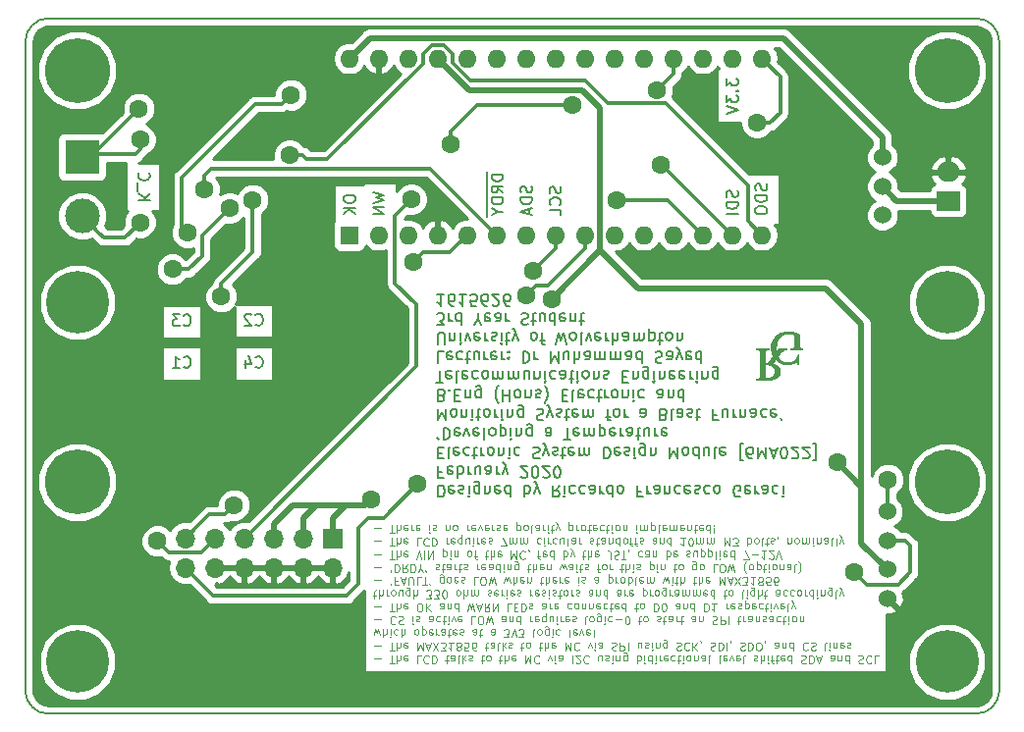
<source format=gbr>
%TF.GenerationSoftware,KiCad,Pcbnew,(5.0.0)*%
%TF.CreationDate,2020-03-10T19:42:46+00:00*%
%TF.ProjectId,Blast Furnace PCB,426C617374204675726E616365205043,rev?*%
%TF.SameCoordinates,Original*%
%TF.FileFunction,Copper,L2,Bot,Signal*%
%TF.FilePolarity,Positive*%
%FSLAX46Y46*%
G04 Gerber Fmt 4.6, Leading zero omitted, Abs format (unit mm)*
G04 Created by KiCad (PCBNEW (5.0.0)) date 03/10/20 19:42:46*
%MOMM*%
%LPD*%
G01*
G04 APERTURE LIST*
%ADD10C,0.150000*%
%ADD11C,0.075000*%
%ADD12C,0.010000*%
%ADD13O,1.700000X1.700000*%
%ADD14R,1.700000X1.700000*%
%ADD15C,1.524000*%
%ADD16C,5.600000*%
%ADD17C,5.400000*%
%ADD18R,1.600000X1.600000*%
%ADD19O,1.600000X1.600000*%
%ADD20C,3.000000*%
%ADD21R,3.000000X3.000000*%
%ADD22R,2.000000X1.700000*%
%ADD23O,2.000000X1.700000*%
%ADD24C,1.600000*%
%ADD25C,0.300000*%
%ADD26C,0.500000*%
%ADD27C,0.254000*%
G04 APERTURE END LIST*
D10*
X112685595Y-128897619D02*
X112685595Y-129897619D01*
X112923690Y-129897619D01*
X113066547Y-129850000D01*
X113161785Y-129754761D01*
X113209404Y-129659523D01*
X113257023Y-129469047D01*
X113257023Y-129326190D01*
X113209404Y-129135714D01*
X113161785Y-129040476D01*
X113066547Y-128945238D01*
X112923690Y-128897619D01*
X112685595Y-128897619D01*
X114066547Y-128945238D02*
X113971309Y-128897619D01*
X113780833Y-128897619D01*
X113685595Y-128945238D01*
X113637976Y-129040476D01*
X113637976Y-129421428D01*
X113685595Y-129516666D01*
X113780833Y-129564285D01*
X113971309Y-129564285D01*
X114066547Y-129516666D01*
X114114166Y-129421428D01*
X114114166Y-129326190D01*
X113637976Y-129230952D01*
X114495119Y-128945238D02*
X114590357Y-128897619D01*
X114780833Y-128897619D01*
X114876071Y-128945238D01*
X114923690Y-129040476D01*
X114923690Y-129088095D01*
X114876071Y-129183333D01*
X114780833Y-129230952D01*
X114637976Y-129230952D01*
X114542738Y-129278571D01*
X114495119Y-129373809D01*
X114495119Y-129421428D01*
X114542738Y-129516666D01*
X114637976Y-129564285D01*
X114780833Y-129564285D01*
X114876071Y-129516666D01*
X115352261Y-128897619D02*
X115352261Y-129564285D01*
X115352261Y-129897619D02*
X115304642Y-129850000D01*
X115352261Y-129802380D01*
X115399880Y-129850000D01*
X115352261Y-129897619D01*
X115352261Y-129802380D01*
X116257023Y-129564285D02*
X116257023Y-128754761D01*
X116209404Y-128659523D01*
X116161785Y-128611904D01*
X116066547Y-128564285D01*
X115923690Y-128564285D01*
X115828452Y-128611904D01*
X116257023Y-128945238D02*
X116161785Y-128897619D01*
X115971309Y-128897619D01*
X115876071Y-128945238D01*
X115828452Y-128992857D01*
X115780833Y-129088095D01*
X115780833Y-129373809D01*
X115828452Y-129469047D01*
X115876071Y-129516666D01*
X115971309Y-129564285D01*
X116161785Y-129564285D01*
X116257023Y-129516666D01*
X116733214Y-129564285D02*
X116733214Y-128897619D01*
X116733214Y-129469047D02*
X116780833Y-129516666D01*
X116876071Y-129564285D01*
X117018928Y-129564285D01*
X117114166Y-129516666D01*
X117161785Y-129421428D01*
X117161785Y-128897619D01*
X118018928Y-128945238D02*
X117923690Y-128897619D01*
X117733214Y-128897619D01*
X117637976Y-128945238D01*
X117590357Y-129040476D01*
X117590357Y-129421428D01*
X117637976Y-129516666D01*
X117733214Y-129564285D01*
X117923690Y-129564285D01*
X118018928Y-129516666D01*
X118066547Y-129421428D01*
X118066547Y-129326190D01*
X117590357Y-129230952D01*
X118923690Y-128897619D02*
X118923690Y-129897619D01*
X118923690Y-128945238D02*
X118828452Y-128897619D01*
X118637976Y-128897619D01*
X118542738Y-128945238D01*
X118495119Y-128992857D01*
X118447500Y-129088095D01*
X118447500Y-129373809D01*
X118495119Y-129469047D01*
X118542738Y-129516666D01*
X118637976Y-129564285D01*
X118828452Y-129564285D01*
X118923690Y-129516666D01*
X120161785Y-128897619D02*
X120161785Y-129897619D01*
X120161785Y-129516666D02*
X120257023Y-129564285D01*
X120447500Y-129564285D01*
X120542738Y-129516666D01*
X120590357Y-129469047D01*
X120637976Y-129373809D01*
X120637976Y-129088095D01*
X120590357Y-128992857D01*
X120542738Y-128945238D01*
X120447500Y-128897619D01*
X120257023Y-128897619D01*
X120161785Y-128945238D01*
X120971309Y-129564285D02*
X121209404Y-128897619D01*
X121447500Y-129564285D02*
X121209404Y-128897619D01*
X121114166Y-128659523D01*
X121066547Y-128611904D01*
X120971309Y-128564285D01*
X123161785Y-128897619D02*
X122828452Y-129373809D01*
X122590357Y-128897619D02*
X122590357Y-129897619D01*
X122971309Y-129897619D01*
X123066547Y-129850000D01*
X123114166Y-129802380D01*
X123161785Y-129707142D01*
X123161785Y-129564285D01*
X123114166Y-129469047D01*
X123066547Y-129421428D01*
X122971309Y-129373809D01*
X122590357Y-129373809D01*
X123590357Y-128897619D02*
X123590357Y-129564285D01*
X123590357Y-129897619D02*
X123542738Y-129850000D01*
X123590357Y-129802380D01*
X123637976Y-129850000D01*
X123590357Y-129897619D01*
X123590357Y-129802380D01*
X124495119Y-128945238D02*
X124399880Y-128897619D01*
X124209404Y-128897619D01*
X124114166Y-128945238D01*
X124066547Y-128992857D01*
X124018928Y-129088095D01*
X124018928Y-129373809D01*
X124066547Y-129469047D01*
X124114166Y-129516666D01*
X124209404Y-129564285D01*
X124399880Y-129564285D01*
X124495119Y-129516666D01*
X125352261Y-128945238D02*
X125257023Y-128897619D01*
X125066547Y-128897619D01*
X124971309Y-128945238D01*
X124923690Y-128992857D01*
X124876071Y-129088095D01*
X124876071Y-129373809D01*
X124923690Y-129469047D01*
X124971309Y-129516666D01*
X125066547Y-129564285D01*
X125257023Y-129564285D01*
X125352261Y-129516666D01*
X126209404Y-128897619D02*
X126209404Y-129421428D01*
X126161785Y-129516666D01*
X126066547Y-129564285D01*
X125876071Y-129564285D01*
X125780833Y-129516666D01*
X126209404Y-128945238D02*
X126114166Y-128897619D01*
X125876071Y-128897619D01*
X125780833Y-128945238D01*
X125733214Y-129040476D01*
X125733214Y-129135714D01*
X125780833Y-129230952D01*
X125876071Y-129278571D01*
X126114166Y-129278571D01*
X126209404Y-129326190D01*
X126685595Y-128897619D02*
X126685595Y-129564285D01*
X126685595Y-129373809D02*
X126733214Y-129469047D01*
X126780833Y-129516666D01*
X126876071Y-129564285D01*
X126971309Y-129564285D01*
X127733214Y-128897619D02*
X127733214Y-129897619D01*
X127733214Y-128945238D02*
X127637976Y-128897619D01*
X127447500Y-128897619D01*
X127352261Y-128945238D01*
X127304642Y-128992857D01*
X127257023Y-129088095D01*
X127257023Y-129373809D01*
X127304642Y-129469047D01*
X127352261Y-129516666D01*
X127447500Y-129564285D01*
X127637976Y-129564285D01*
X127733214Y-129516666D01*
X128352261Y-128897619D02*
X128257023Y-128945238D01*
X128209404Y-128992857D01*
X128161785Y-129088095D01*
X128161785Y-129373809D01*
X128209404Y-129469047D01*
X128257023Y-129516666D01*
X128352261Y-129564285D01*
X128495119Y-129564285D01*
X128590357Y-129516666D01*
X128637976Y-129469047D01*
X128685595Y-129373809D01*
X128685595Y-129088095D01*
X128637976Y-128992857D01*
X128590357Y-128945238D01*
X128495119Y-128897619D01*
X128352261Y-128897619D01*
X130209404Y-129421428D02*
X129876071Y-129421428D01*
X129876071Y-128897619D02*
X129876071Y-129897619D01*
X130352261Y-129897619D01*
X130733214Y-128897619D02*
X130733214Y-129564285D01*
X130733214Y-129373809D02*
X130780833Y-129469047D01*
X130828452Y-129516666D01*
X130923690Y-129564285D01*
X131018928Y-129564285D01*
X131780833Y-128897619D02*
X131780833Y-129421428D01*
X131733214Y-129516666D01*
X131637976Y-129564285D01*
X131447500Y-129564285D01*
X131352261Y-129516666D01*
X131780833Y-128945238D02*
X131685595Y-128897619D01*
X131447500Y-128897619D01*
X131352261Y-128945238D01*
X131304642Y-129040476D01*
X131304642Y-129135714D01*
X131352261Y-129230952D01*
X131447500Y-129278571D01*
X131685595Y-129278571D01*
X131780833Y-129326190D01*
X132257023Y-129564285D02*
X132257023Y-128897619D01*
X132257023Y-129469047D02*
X132304642Y-129516666D01*
X132399880Y-129564285D01*
X132542738Y-129564285D01*
X132637976Y-129516666D01*
X132685595Y-129421428D01*
X132685595Y-128897619D01*
X133590357Y-128945238D02*
X133495119Y-128897619D01*
X133304642Y-128897619D01*
X133209404Y-128945238D01*
X133161785Y-128992857D01*
X133114166Y-129088095D01*
X133114166Y-129373809D01*
X133161785Y-129469047D01*
X133209404Y-129516666D01*
X133304642Y-129564285D01*
X133495119Y-129564285D01*
X133590357Y-129516666D01*
X134399880Y-128945238D02*
X134304642Y-128897619D01*
X134114166Y-128897619D01*
X134018928Y-128945238D01*
X133971309Y-129040476D01*
X133971309Y-129421428D01*
X134018928Y-129516666D01*
X134114166Y-129564285D01*
X134304642Y-129564285D01*
X134399880Y-129516666D01*
X134447500Y-129421428D01*
X134447500Y-129326190D01*
X133971309Y-129230952D01*
X134828452Y-128945238D02*
X134923690Y-128897619D01*
X135114166Y-128897619D01*
X135209404Y-128945238D01*
X135257023Y-129040476D01*
X135257023Y-129088095D01*
X135209404Y-129183333D01*
X135114166Y-129230952D01*
X134971309Y-129230952D01*
X134876071Y-129278571D01*
X134828452Y-129373809D01*
X134828452Y-129421428D01*
X134876071Y-129516666D01*
X134971309Y-129564285D01*
X135114166Y-129564285D01*
X135209404Y-129516666D01*
X136114166Y-128945238D02*
X136018928Y-128897619D01*
X135828452Y-128897619D01*
X135733214Y-128945238D01*
X135685595Y-128992857D01*
X135637976Y-129088095D01*
X135637976Y-129373809D01*
X135685595Y-129469047D01*
X135733214Y-129516666D01*
X135828452Y-129564285D01*
X136018928Y-129564285D01*
X136114166Y-129516666D01*
X136685595Y-128897619D02*
X136590357Y-128945238D01*
X136542738Y-128992857D01*
X136495119Y-129088095D01*
X136495119Y-129373809D01*
X136542738Y-129469047D01*
X136590357Y-129516666D01*
X136685595Y-129564285D01*
X136828452Y-129564285D01*
X136923690Y-129516666D01*
X136971309Y-129469047D01*
X137018928Y-129373809D01*
X137018928Y-129088095D01*
X136971309Y-128992857D01*
X136923690Y-128945238D01*
X136828452Y-128897619D01*
X136685595Y-128897619D01*
X138733214Y-129850000D02*
X138637976Y-129897619D01*
X138495119Y-129897619D01*
X138352261Y-129850000D01*
X138257023Y-129754761D01*
X138209404Y-129659523D01*
X138161785Y-129469047D01*
X138161785Y-129326190D01*
X138209404Y-129135714D01*
X138257023Y-129040476D01*
X138352261Y-128945238D01*
X138495119Y-128897619D01*
X138590357Y-128897619D01*
X138733214Y-128945238D01*
X138780833Y-128992857D01*
X138780833Y-129326190D01*
X138590357Y-129326190D01*
X139590357Y-128945238D02*
X139495119Y-128897619D01*
X139304642Y-128897619D01*
X139209404Y-128945238D01*
X139161785Y-129040476D01*
X139161785Y-129421428D01*
X139209404Y-129516666D01*
X139304642Y-129564285D01*
X139495119Y-129564285D01*
X139590357Y-129516666D01*
X139637976Y-129421428D01*
X139637976Y-129326190D01*
X139161785Y-129230952D01*
X140066547Y-128897619D02*
X140066547Y-129564285D01*
X140066547Y-129373809D02*
X140114166Y-129469047D01*
X140161785Y-129516666D01*
X140257023Y-129564285D01*
X140352261Y-129564285D01*
X141114166Y-128897619D02*
X141114166Y-129421428D01*
X141066547Y-129516666D01*
X140971309Y-129564285D01*
X140780833Y-129564285D01*
X140685595Y-129516666D01*
X141114166Y-128945238D02*
X141018928Y-128897619D01*
X140780833Y-128897619D01*
X140685595Y-128945238D01*
X140637976Y-129040476D01*
X140637976Y-129135714D01*
X140685595Y-129230952D01*
X140780833Y-129278571D01*
X141018928Y-129278571D01*
X141114166Y-129326190D01*
X142018928Y-128945238D02*
X141923690Y-128897619D01*
X141733214Y-128897619D01*
X141637976Y-128945238D01*
X141590357Y-128992857D01*
X141542738Y-129088095D01*
X141542738Y-129373809D01*
X141590357Y-129469047D01*
X141637976Y-129516666D01*
X141733214Y-129564285D01*
X141923690Y-129564285D01*
X142018928Y-129516666D01*
X142447500Y-128897619D02*
X142447500Y-129564285D01*
X142447500Y-129897619D02*
X142399880Y-129850000D01*
X142447500Y-129802380D01*
X142495119Y-129850000D01*
X142447500Y-129897619D01*
X142447500Y-129802380D01*
X113018928Y-127771428D02*
X112685595Y-127771428D01*
X112685595Y-127247619D02*
X112685595Y-128247619D01*
X113161785Y-128247619D01*
X113923690Y-127295238D02*
X113828452Y-127247619D01*
X113637976Y-127247619D01*
X113542738Y-127295238D01*
X113495119Y-127390476D01*
X113495119Y-127771428D01*
X113542738Y-127866666D01*
X113637976Y-127914285D01*
X113828452Y-127914285D01*
X113923690Y-127866666D01*
X113971309Y-127771428D01*
X113971309Y-127676190D01*
X113495119Y-127580952D01*
X114399880Y-127247619D02*
X114399880Y-128247619D01*
X114399880Y-127866666D02*
X114495119Y-127914285D01*
X114685595Y-127914285D01*
X114780833Y-127866666D01*
X114828452Y-127819047D01*
X114876071Y-127723809D01*
X114876071Y-127438095D01*
X114828452Y-127342857D01*
X114780833Y-127295238D01*
X114685595Y-127247619D01*
X114495119Y-127247619D01*
X114399880Y-127295238D01*
X115304642Y-127247619D02*
X115304642Y-127914285D01*
X115304642Y-127723809D02*
X115352261Y-127819047D01*
X115399880Y-127866666D01*
X115495119Y-127914285D01*
X115590357Y-127914285D01*
X116352261Y-127914285D02*
X116352261Y-127247619D01*
X115923690Y-127914285D02*
X115923690Y-127390476D01*
X115971309Y-127295238D01*
X116066547Y-127247619D01*
X116209404Y-127247619D01*
X116304642Y-127295238D01*
X116352261Y-127342857D01*
X117257023Y-127247619D02*
X117257023Y-127771428D01*
X117209404Y-127866666D01*
X117114166Y-127914285D01*
X116923690Y-127914285D01*
X116828452Y-127866666D01*
X117257023Y-127295238D02*
X117161785Y-127247619D01*
X116923690Y-127247619D01*
X116828452Y-127295238D01*
X116780833Y-127390476D01*
X116780833Y-127485714D01*
X116828452Y-127580952D01*
X116923690Y-127628571D01*
X117161785Y-127628571D01*
X117257023Y-127676190D01*
X117733214Y-127247619D02*
X117733214Y-127914285D01*
X117733214Y-127723809D02*
X117780833Y-127819047D01*
X117828452Y-127866666D01*
X117923690Y-127914285D01*
X118018928Y-127914285D01*
X118257023Y-127914285D02*
X118495119Y-127247619D01*
X118733214Y-127914285D02*
X118495119Y-127247619D01*
X118399880Y-127009523D01*
X118352261Y-126961904D01*
X118257023Y-126914285D01*
X119828452Y-128152380D02*
X119876071Y-128200000D01*
X119971309Y-128247619D01*
X120209404Y-128247619D01*
X120304642Y-128200000D01*
X120352261Y-128152380D01*
X120399880Y-128057142D01*
X120399880Y-127961904D01*
X120352261Y-127819047D01*
X119780833Y-127247619D01*
X120399880Y-127247619D01*
X121018928Y-128247619D02*
X121114166Y-128247619D01*
X121209404Y-128200000D01*
X121257023Y-128152380D01*
X121304642Y-128057142D01*
X121352261Y-127866666D01*
X121352261Y-127628571D01*
X121304642Y-127438095D01*
X121257023Y-127342857D01*
X121209404Y-127295238D01*
X121114166Y-127247619D01*
X121018928Y-127247619D01*
X120923690Y-127295238D01*
X120876071Y-127342857D01*
X120828452Y-127438095D01*
X120780833Y-127628571D01*
X120780833Y-127866666D01*
X120828452Y-128057142D01*
X120876071Y-128152380D01*
X120923690Y-128200000D01*
X121018928Y-128247619D01*
X121733214Y-128152380D02*
X121780833Y-128200000D01*
X121876071Y-128247619D01*
X122114166Y-128247619D01*
X122209404Y-128200000D01*
X122257023Y-128152380D01*
X122304642Y-128057142D01*
X122304642Y-127961904D01*
X122257023Y-127819047D01*
X121685595Y-127247619D01*
X122304642Y-127247619D01*
X122923690Y-128247619D02*
X123018928Y-128247619D01*
X123114166Y-128200000D01*
X123161785Y-128152380D01*
X123209404Y-128057142D01*
X123257023Y-127866666D01*
X123257023Y-127628571D01*
X123209404Y-127438095D01*
X123161785Y-127342857D01*
X123114166Y-127295238D01*
X123018928Y-127247619D01*
X122923690Y-127247619D01*
X122828452Y-127295238D01*
X122780833Y-127342857D01*
X122733214Y-127438095D01*
X122685595Y-127628571D01*
X122685595Y-127866666D01*
X122733214Y-128057142D01*
X122780833Y-128152380D01*
X122828452Y-128200000D01*
X122923690Y-128247619D01*
X112685595Y-126121428D02*
X113018928Y-126121428D01*
X113161785Y-125597619D02*
X112685595Y-125597619D01*
X112685595Y-126597619D01*
X113161785Y-126597619D01*
X113733214Y-125597619D02*
X113637976Y-125645238D01*
X113590357Y-125740476D01*
X113590357Y-126597619D01*
X114495119Y-125645238D02*
X114399880Y-125597619D01*
X114209404Y-125597619D01*
X114114166Y-125645238D01*
X114066547Y-125740476D01*
X114066547Y-126121428D01*
X114114166Y-126216666D01*
X114209404Y-126264285D01*
X114399880Y-126264285D01*
X114495119Y-126216666D01*
X114542738Y-126121428D01*
X114542738Y-126026190D01*
X114066547Y-125930952D01*
X115399880Y-125645238D02*
X115304642Y-125597619D01*
X115114166Y-125597619D01*
X115018928Y-125645238D01*
X114971309Y-125692857D01*
X114923690Y-125788095D01*
X114923690Y-126073809D01*
X114971309Y-126169047D01*
X115018928Y-126216666D01*
X115114166Y-126264285D01*
X115304642Y-126264285D01*
X115399880Y-126216666D01*
X115685595Y-126264285D02*
X116066547Y-126264285D01*
X115828452Y-126597619D02*
X115828452Y-125740476D01*
X115876071Y-125645238D01*
X115971309Y-125597619D01*
X116066547Y-125597619D01*
X116399880Y-125597619D02*
X116399880Y-126264285D01*
X116399880Y-126073809D02*
X116447500Y-126169047D01*
X116495119Y-126216666D01*
X116590357Y-126264285D01*
X116685595Y-126264285D01*
X117161785Y-125597619D02*
X117066547Y-125645238D01*
X117018928Y-125692857D01*
X116971309Y-125788095D01*
X116971309Y-126073809D01*
X117018928Y-126169047D01*
X117066547Y-126216666D01*
X117161785Y-126264285D01*
X117304642Y-126264285D01*
X117399880Y-126216666D01*
X117447500Y-126169047D01*
X117495119Y-126073809D01*
X117495119Y-125788095D01*
X117447500Y-125692857D01*
X117399880Y-125645238D01*
X117304642Y-125597619D01*
X117161785Y-125597619D01*
X117923690Y-126264285D02*
X117923690Y-125597619D01*
X117923690Y-126169047D02*
X117971309Y-126216666D01*
X118066547Y-126264285D01*
X118209404Y-126264285D01*
X118304642Y-126216666D01*
X118352261Y-126121428D01*
X118352261Y-125597619D01*
X118828452Y-125597619D02*
X118828452Y-126264285D01*
X118828452Y-126597619D02*
X118780833Y-126550000D01*
X118828452Y-126502380D01*
X118876071Y-126550000D01*
X118828452Y-126597619D01*
X118828452Y-126502380D01*
X119733214Y-125645238D02*
X119637976Y-125597619D01*
X119447500Y-125597619D01*
X119352261Y-125645238D01*
X119304642Y-125692857D01*
X119257023Y-125788095D01*
X119257023Y-126073809D01*
X119304642Y-126169047D01*
X119352261Y-126216666D01*
X119447500Y-126264285D01*
X119637976Y-126264285D01*
X119733214Y-126216666D01*
X120876071Y-125645238D02*
X121018928Y-125597619D01*
X121257023Y-125597619D01*
X121352261Y-125645238D01*
X121399880Y-125692857D01*
X121447500Y-125788095D01*
X121447500Y-125883333D01*
X121399880Y-125978571D01*
X121352261Y-126026190D01*
X121257023Y-126073809D01*
X121066547Y-126121428D01*
X120971309Y-126169047D01*
X120923690Y-126216666D01*
X120876071Y-126311904D01*
X120876071Y-126407142D01*
X120923690Y-126502380D01*
X120971309Y-126550000D01*
X121066547Y-126597619D01*
X121304642Y-126597619D01*
X121447500Y-126550000D01*
X121780833Y-126264285D02*
X122018928Y-125597619D01*
X122257023Y-126264285D02*
X122018928Y-125597619D01*
X121923690Y-125359523D01*
X121876071Y-125311904D01*
X121780833Y-125264285D01*
X122590357Y-125645238D02*
X122685595Y-125597619D01*
X122876071Y-125597619D01*
X122971309Y-125645238D01*
X123018928Y-125740476D01*
X123018928Y-125788095D01*
X122971309Y-125883333D01*
X122876071Y-125930952D01*
X122733214Y-125930952D01*
X122637976Y-125978571D01*
X122590357Y-126073809D01*
X122590357Y-126121428D01*
X122637976Y-126216666D01*
X122733214Y-126264285D01*
X122876071Y-126264285D01*
X122971309Y-126216666D01*
X123304642Y-126264285D02*
X123685595Y-126264285D01*
X123447500Y-126597619D02*
X123447500Y-125740476D01*
X123495119Y-125645238D01*
X123590357Y-125597619D01*
X123685595Y-125597619D01*
X124399880Y-125645238D02*
X124304642Y-125597619D01*
X124114166Y-125597619D01*
X124018928Y-125645238D01*
X123971309Y-125740476D01*
X123971309Y-126121428D01*
X124018928Y-126216666D01*
X124114166Y-126264285D01*
X124304642Y-126264285D01*
X124399880Y-126216666D01*
X124447500Y-126121428D01*
X124447500Y-126026190D01*
X123971309Y-125930952D01*
X124876071Y-125597619D02*
X124876071Y-126264285D01*
X124876071Y-126169047D02*
X124923690Y-126216666D01*
X125018928Y-126264285D01*
X125161785Y-126264285D01*
X125257023Y-126216666D01*
X125304642Y-126121428D01*
X125304642Y-125597619D01*
X125304642Y-126121428D02*
X125352261Y-126216666D01*
X125447500Y-126264285D01*
X125590357Y-126264285D01*
X125685595Y-126216666D01*
X125733214Y-126121428D01*
X125733214Y-125597619D01*
X126971309Y-125597619D02*
X126971309Y-126597619D01*
X127209404Y-126597619D01*
X127352261Y-126550000D01*
X127447500Y-126454761D01*
X127495119Y-126359523D01*
X127542738Y-126169047D01*
X127542738Y-126026190D01*
X127495119Y-125835714D01*
X127447500Y-125740476D01*
X127352261Y-125645238D01*
X127209404Y-125597619D01*
X126971309Y-125597619D01*
X128352261Y-125645238D02*
X128257023Y-125597619D01*
X128066547Y-125597619D01*
X127971309Y-125645238D01*
X127923690Y-125740476D01*
X127923690Y-126121428D01*
X127971309Y-126216666D01*
X128066547Y-126264285D01*
X128257023Y-126264285D01*
X128352261Y-126216666D01*
X128399880Y-126121428D01*
X128399880Y-126026190D01*
X127923690Y-125930952D01*
X128780833Y-125645238D02*
X128876071Y-125597619D01*
X129066547Y-125597619D01*
X129161785Y-125645238D01*
X129209404Y-125740476D01*
X129209404Y-125788095D01*
X129161785Y-125883333D01*
X129066547Y-125930952D01*
X128923690Y-125930952D01*
X128828452Y-125978571D01*
X128780833Y-126073809D01*
X128780833Y-126121428D01*
X128828452Y-126216666D01*
X128923690Y-126264285D01*
X129066547Y-126264285D01*
X129161785Y-126216666D01*
X129637976Y-125597619D02*
X129637976Y-126264285D01*
X129637976Y-126597619D02*
X129590357Y-126550000D01*
X129637976Y-126502380D01*
X129685595Y-126550000D01*
X129637976Y-126597619D01*
X129637976Y-126502380D01*
X130542738Y-126264285D02*
X130542738Y-125454761D01*
X130495119Y-125359523D01*
X130447500Y-125311904D01*
X130352261Y-125264285D01*
X130209404Y-125264285D01*
X130114166Y-125311904D01*
X130542738Y-125645238D02*
X130447500Y-125597619D01*
X130257023Y-125597619D01*
X130161785Y-125645238D01*
X130114166Y-125692857D01*
X130066547Y-125788095D01*
X130066547Y-126073809D01*
X130114166Y-126169047D01*
X130161785Y-126216666D01*
X130257023Y-126264285D01*
X130447500Y-126264285D01*
X130542738Y-126216666D01*
X131018928Y-126264285D02*
X131018928Y-125597619D01*
X131018928Y-126169047D02*
X131066547Y-126216666D01*
X131161785Y-126264285D01*
X131304642Y-126264285D01*
X131399880Y-126216666D01*
X131447500Y-126121428D01*
X131447500Y-125597619D01*
X132685595Y-125597619D02*
X132685595Y-126597619D01*
X133018928Y-125883333D01*
X133352261Y-126597619D01*
X133352261Y-125597619D01*
X133971309Y-125597619D02*
X133876071Y-125645238D01*
X133828452Y-125692857D01*
X133780833Y-125788095D01*
X133780833Y-126073809D01*
X133828452Y-126169047D01*
X133876071Y-126216666D01*
X133971309Y-126264285D01*
X134114166Y-126264285D01*
X134209404Y-126216666D01*
X134257023Y-126169047D01*
X134304642Y-126073809D01*
X134304642Y-125788095D01*
X134257023Y-125692857D01*
X134209404Y-125645238D01*
X134114166Y-125597619D01*
X133971309Y-125597619D01*
X135161785Y-125597619D02*
X135161785Y-126597619D01*
X135161785Y-125645238D02*
X135066547Y-125597619D01*
X134876071Y-125597619D01*
X134780833Y-125645238D01*
X134733214Y-125692857D01*
X134685595Y-125788095D01*
X134685595Y-126073809D01*
X134733214Y-126169047D01*
X134780833Y-126216666D01*
X134876071Y-126264285D01*
X135066547Y-126264285D01*
X135161785Y-126216666D01*
X136066547Y-126264285D02*
X136066547Y-125597619D01*
X135637976Y-126264285D02*
X135637976Y-125740476D01*
X135685595Y-125645238D01*
X135780833Y-125597619D01*
X135923690Y-125597619D01*
X136018928Y-125645238D01*
X136066547Y-125692857D01*
X136685595Y-125597619D02*
X136590357Y-125645238D01*
X136542738Y-125740476D01*
X136542738Y-126597619D01*
X137447500Y-125645238D02*
X137352261Y-125597619D01*
X137161785Y-125597619D01*
X137066547Y-125645238D01*
X137018928Y-125740476D01*
X137018928Y-126121428D01*
X137066547Y-126216666D01*
X137161785Y-126264285D01*
X137352261Y-126264285D01*
X137447500Y-126216666D01*
X137495119Y-126121428D01*
X137495119Y-126026190D01*
X137018928Y-125930952D01*
X138971309Y-125264285D02*
X138733214Y-125264285D01*
X138733214Y-126692857D01*
X138971309Y-126692857D01*
X139780833Y-126597619D02*
X139590357Y-126597619D01*
X139495119Y-126550000D01*
X139447500Y-126502380D01*
X139352261Y-126359523D01*
X139304642Y-126169047D01*
X139304642Y-125788095D01*
X139352261Y-125692857D01*
X139399880Y-125645238D01*
X139495119Y-125597619D01*
X139685595Y-125597619D01*
X139780833Y-125645238D01*
X139828452Y-125692857D01*
X139876071Y-125788095D01*
X139876071Y-126026190D01*
X139828452Y-126121428D01*
X139780833Y-126169047D01*
X139685595Y-126216666D01*
X139495119Y-126216666D01*
X139399880Y-126169047D01*
X139352261Y-126121428D01*
X139304642Y-126026190D01*
X140304642Y-125597619D02*
X140304642Y-126597619D01*
X140637976Y-125883333D01*
X140971309Y-126597619D01*
X140971309Y-125597619D01*
X141399880Y-125883333D02*
X141876071Y-125883333D01*
X141304642Y-125597619D02*
X141637976Y-126597619D01*
X141971309Y-125597619D01*
X142495119Y-126597619D02*
X142590357Y-126597619D01*
X142685595Y-126550000D01*
X142733214Y-126502380D01*
X142780833Y-126407142D01*
X142828452Y-126216666D01*
X142828452Y-125978571D01*
X142780833Y-125788095D01*
X142733214Y-125692857D01*
X142685595Y-125645238D01*
X142590357Y-125597619D01*
X142495119Y-125597619D01*
X142399880Y-125645238D01*
X142352261Y-125692857D01*
X142304642Y-125788095D01*
X142257023Y-125978571D01*
X142257023Y-126216666D01*
X142304642Y-126407142D01*
X142352261Y-126502380D01*
X142399880Y-126550000D01*
X142495119Y-126597619D01*
X143209404Y-126502380D02*
X143257023Y-126550000D01*
X143352261Y-126597619D01*
X143590357Y-126597619D01*
X143685595Y-126550000D01*
X143733214Y-126502380D01*
X143780833Y-126407142D01*
X143780833Y-126311904D01*
X143733214Y-126169047D01*
X143161785Y-125597619D01*
X143780833Y-125597619D01*
X144161785Y-126502380D02*
X144209404Y-126550000D01*
X144304642Y-126597619D01*
X144542738Y-126597619D01*
X144637976Y-126550000D01*
X144685595Y-126502380D01*
X144733214Y-126407142D01*
X144733214Y-126311904D01*
X144685595Y-126169047D01*
X144114166Y-125597619D01*
X144733214Y-125597619D01*
X145066547Y-125264285D02*
X145304642Y-125264285D01*
X145304642Y-126692857D01*
X145066547Y-126692857D01*
X112733214Y-124947619D02*
X112637976Y-124757142D01*
X113161785Y-123947619D02*
X113161785Y-124947619D01*
X113399880Y-124947619D01*
X113542738Y-124900000D01*
X113637976Y-124804761D01*
X113685595Y-124709523D01*
X113733214Y-124519047D01*
X113733214Y-124376190D01*
X113685595Y-124185714D01*
X113637976Y-124090476D01*
X113542738Y-123995238D01*
X113399880Y-123947619D01*
X113161785Y-123947619D01*
X114542738Y-123995238D02*
X114447500Y-123947619D01*
X114257023Y-123947619D01*
X114161785Y-123995238D01*
X114114166Y-124090476D01*
X114114166Y-124471428D01*
X114161785Y-124566666D01*
X114257023Y-124614285D01*
X114447500Y-124614285D01*
X114542738Y-124566666D01*
X114590357Y-124471428D01*
X114590357Y-124376190D01*
X114114166Y-124280952D01*
X114923690Y-124614285D02*
X115161785Y-123947619D01*
X115399880Y-124614285D01*
X116161785Y-123995238D02*
X116066547Y-123947619D01*
X115876071Y-123947619D01*
X115780833Y-123995238D01*
X115733214Y-124090476D01*
X115733214Y-124471428D01*
X115780833Y-124566666D01*
X115876071Y-124614285D01*
X116066547Y-124614285D01*
X116161785Y-124566666D01*
X116209404Y-124471428D01*
X116209404Y-124376190D01*
X115733214Y-124280952D01*
X116780833Y-123947619D02*
X116685595Y-123995238D01*
X116637976Y-124090476D01*
X116637976Y-124947619D01*
X117304642Y-123947619D02*
X117209404Y-123995238D01*
X117161785Y-124042857D01*
X117114166Y-124138095D01*
X117114166Y-124423809D01*
X117161785Y-124519047D01*
X117209404Y-124566666D01*
X117304642Y-124614285D01*
X117447500Y-124614285D01*
X117542738Y-124566666D01*
X117590357Y-124519047D01*
X117637976Y-124423809D01*
X117637976Y-124138095D01*
X117590357Y-124042857D01*
X117542738Y-123995238D01*
X117447500Y-123947619D01*
X117304642Y-123947619D01*
X118066547Y-124614285D02*
X118066547Y-123614285D01*
X118066547Y-124566666D02*
X118161785Y-124614285D01*
X118352261Y-124614285D01*
X118447500Y-124566666D01*
X118495119Y-124519047D01*
X118542738Y-124423809D01*
X118542738Y-124138095D01*
X118495119Y-124042857D01*
X118447500Y-123995238D01*
X118352261Y-123947619D01*
X118161785Y-123947619D01*
X118066547Y-123995238D01*
X118971309Y-123947619D02*
X118971309Y-124614285D01*
X118971309Y-124947619D02*
X118923690Y-124900000D01*
X118971309Y-124852380D01*
X119018928Y-124900000D01*
X118971309Y-124947619D01*
X118971309Y-124852380D01*
X119447500Y-124614285D02*
X119447500Y-123947619D01*
X119447500Y-124519047D02*
X119495119Y-124566666D01*
X119590357Y-124614285D01*
X119733214Y-124614285D01*
X119828452Y-124566666D01*
X119876071Y-124471428D01*
X119876071Y-123947619D01*
X120780833Y-124614285D02*
X120780833Y-123804761D01*
X120733214Y-123709523D01*
X120685595Y-123661904D01*
X120590357Y-123614285D01*
X120447500Y-123614285D01*
X120352261Y-123661904D01*
X120780833Y-123995238D02*
X120685595Y-123947619D01*
X120495119Y-123947619D01*
X120399880Y-123995238D01*
X120352261Y-124042857D01*
X120304642Y-124138095D01*
X120304642Y-124423809D01*
X120352261Y-124519047D01*
X120399880Y-124566666D01*
X120495119Y-124614285D01*
X120685595Y-124614285D01*
X120780833Y-124566666D01*
X122447500Y-123947619D02*
X122447500Y-124471428D01*
X122399880Y-124566666D01*
X122304642Y-124614285D01*
X122114166Y-124614285D01*
X122018928Y-124566666D01*
X122447500Y-123995238D02*
X122352261Y-123947619D01*
X122114166Y-123947619D01*
X122018928Y-123995238D01*
X121971309Y-124090476D01*
X121971309Y-124185714D01*
X122018928Y-124280952D01*
X122114166Y-124328571D01*
X122352261Y-124328571D01*
X122447500Y-124376190D01*
X123542738Y-124947619D02*
X124114166Y-124947619D01*
X123828452Y-123947619D02*
X123828452Y-124947619D01*
X124828452Y-123995238D02*
X124733214Y-123947619D01*
X124542738Y-123947619D01*
X124447500Y-123995238D01*
X124399880Y-124090476D01*
X124399880Y-124471428D01*
X124447500Y-124566666D01*
X124542738Y-124614285D01*
X124733214Y-124614285D01*
X124828452Y-124566666D01*
X124876071Y-124471428D01*
X124876071Y-124376190D01*
X124399880Y-124280952D01*
X125304642Y-123947619D02*
X125304642Y-124614285D01*
X125304642Y-124519047D02*
X125352261Y-124566666D01*
X125447500Y-124614285D01*
X125590357Y-124614285D01*
X125685595Y-124566666D01*
X125733214Y-124471428D01*
X125733214Y-123947619D01*
X125733214Y-124471428D02*
X125780833Y-124566666D01*
X125876071Y-124614285D01*
X126018928Y-124614285D01*
X126114166Y-124566666D01*
X126161785Y-124471428D01*
X126161785Y-123947619D01*
X126637976Y-124614285D02*
X126637976Y-123614285D01*
X126637976Y-124566666D02*
X126733214Y-124614285D01*
X126923690Y-124614285D01*
X127018928Y-124566666D01*
X127066547Y-124519047D01*
X127114166Y-124423809D01*
X127114166Y-124138095D01*
X127066547Y-124042857D01*
X127018928Y-123995238D01*
X126923690Y-123947619D01*
X126733214Y-123947619D01*
X126637976Y-123995238D01*
X127923690Y-123995238D02*
X127828452Y-123947619D01*
X127637976Y-123947619D01*
X127542738Y-123995238D01*
X127495119Y-124090476D01*
X127495119Y-124471428D01*
X127542738Y-124566666D01*
X127637976Y-124614285D01*
X127828452Y-124614285D01*
X127923690Y-124566666D01*
X127971309Y-124471428D01*
X127971309Y-124376190D01*
X127495119Y-124280952D01*
X128399880Y-123947619D02*
X128399880Y-124614285D01*
X128399880Y-124423809D02*
X128447500Y-124519047D01*
X128495119Y-124566666D01*
X128590357Y-124614285D01*
X128685595Y-124614285D01*
X129447500Y-123947619D02*
X129447500Y-124471428D01*
X129399880Y-124566666D01*
X129304642Y-124614285D01*
X129114166Y-124614285D01*
X129018928Y-124566666D01*
X129447500Y-123995238D02*
X129352261Y-123947619D01*
X129114166Y-123947619D01*
X129018928Y-123995238D01*
X128971309Y-124090476D01*
X128971309Y-124185714D01*
X129018928Y-124280952D01*
X129114166Y-124328571D01*
X129352261Y-124328571D01*
X129447500Y-124376190D01*
X129780833Y-124614285D02*
X130161785Y-124614285D01*
X129923690Y-124947619D02*
X129923690Y-124090476D01*
X129971309Y-123995238D01*
X130066547Y-123947619D01*
X130161785Y-123947619D01*
X130923690Y-124614285D02*
X130923690Y-123947619D01*
X130495119Y-124614285D02*
X130495119Y-124090476D01*
X130542738Y-123995238D01*
X130637976Y-123947619D01*
X130780833Y-123947619D01*
X130876071Y-123995238D01*
X130923690Y-124042857D01*
X131399880Y-123947619D02*
X131399880Y-124614285D01*
X131399880Y-124423809D02*
X131447500Y-124519047D01*
X131495119Y-124566666D01*
X131590357Y-124614285D01*
X131685595Y-124614285D01*
X132399880Y-123995238D02*
X132304642Y-123947619D01*
X132114166Y-123947619D01*
X132018928Y-123995238D01*
X131971309Y-124090476D01*
X131971309Y-124471428D01*
X132018928Y-124566666D01*
X132114166Y-124614285D01*
X132304642Y-124614285D01*
X132399880Y-124566666D01*
X132447500Y-124471428D01*
X132447500Y-124376190D01*
X131971309Y-124280952D01*
X112685595Y-122297619D02*
X112685595Y-123297619D01*
X113018928Y-122583333D01*
X113352261Y-123297619D01*
X113352261Y-122297619D01*
X113971309Y-122297619D02*
X113876071Y-122345238D01*
X113828452Y-122392857D01*
X113780833Y-122488095D01*
X113780833Y-122773809D01*
X113828452Y-122869047D01*
X113876071Y-122916666D01*
X113971309Y-122964285D01*
X114114166Y-122964285D01*
X114209404Y-122916666D01*
X114257023Y-122869047D01*
X114304642Y-122773809D01*
X114304642Y-122488095D01*
X114257023Y-122392857D01*
X114209404Y-122345238D01*
X114114166Y-122297619D01*
X113971309Y-122297619D01*
X114733214Y-122964285D02*
X114733214Y-122297619D01*
X114733214Y-122869047D02*
X114780833Y-122916666D01*
X114876071Y-122964285D01*
X115018928Y-122964285D01*
X115114166Y-122916666D01*
X115161785Y-122821428D01*
X115161785Y-122297619D01*
X115637976Y-122297619D02*
X115637976Y-122964285D01*
X115637976Y-123297619D02*
X115590357Y-123250000D01*
X115637976Y-123202380D01*
X115685595Y-123250000D01*
X115637976Y-123297619D01*
X115637976Y-123202380D01*
X115971309Y-122964285D02*
X116352261Y-122964285D01*
X116114166Y-123297619D02*
X116114166Y-122440476D01*
X116161785Y-122345238D01*
X116257023Y-122297619D01*
X116352261Y-122297619D01*
X116828452Y-122297619D02*
X116733214Y-122345238D01*
X116685595Y-122392857D01*
X116637976Y-122488095D01*
X116637976Y-122773809D01*
X116685595Y-122869047D01*
X116733214Y-122916666D01*
X116828452Y-122964285D01*
X116971309Y-122964285D01*
X117066547Y-122916666D01*
X117114166Y-122869047D01*
X117161785Y-122773809D01*
X117161785Y-122488095D01*
X117114166Y-122392857D01*
X117066547Y-122345238D01*
X116971309Y-122297619D01*
X116828452Y-122297619D01*
X117590357Y-122297619D02*
X117590357Y-122964285D01*
X117590357Y-122773809D02*
X117637976Y-122869047D01*
X117685595Y-122916666D01*
X117780833Y-122964285D01*
X117876071Y-122964285D01*
X118209404Y-122297619D02*
X118209404Y-122964285D01*
X118209404Y-123297619D02*
X118161785Y-123250000D01*
X118209404Y-123202380D01*
X118257023Y-123250000D01*
X118209404Y-123297619D01*
X118209404Y-123202380D01*
X118685595Y-122964285D02*
X118685595Y-122297619D01*
X118685595Y-122869047D02*
X118733214Y-122916666D01*
X118828452Y-122964285D01*
X118971309Y-122964285D01*
X119066547Y-122916666D01*
X119114166Y-122821428D01*
X119114166Y-122297619D01*
X120018928Y-122964285D02*
X120018928Y-122154761D01*
X119971309Y-122059523D01*
X119923690Y-122011904D01*
X119828452Y-121964285D01*
X119685595Y-121964285D01*
X119590357Y-122011904D01*
X120018928Y-122345238D02*
X119923690Y-122297619D01*
X119733214Y-122297619D01*
X119637976Y-122345238D01*
X119590357Y-122392857D01*
X119542738Y-122488095D01*
X119542738Y-122773809D01*
X119590357Y-122869047D01*
X119637976Y-122916666D01*
X119733214Y-122964285D01*
X119923690Y-122964285D01*
X120018928Y-122916666D01*
X121209404Y-122345238D02*
X121352261Y-122297619D01*
X121590357Y-122297619D01*
X121685595Y-122345238D01*
X121733214Y-122392857D01*
X121780833Y-122488095D01*
X121780833Y-122583333D01*
X121733214Y-122678571D01*
X121685595Y-122726190D01*
X121590357Y-122773809D01*
X121399880Y-122821428D01*
X121304642Y-122869047D01*
X121257023Y-122916666D01*
X121209404Y-123011904D01*
X121209404Y-123107142D01*
X121257023Y-123202380D01*
X121304642Y-123250000D01*
X121399880Y-123297619D01*
X121637976Y-123297619D01*
X121780833Y-123250000D01*
X122114166Y-122964285D02*
X122352261Y-122297619D01*
X122590357Y-122964285D02*
X122352261Y-122297619D01*
X122257023Y-122059523D01*
X122209404Y-122011904D01*
X122114166Y-121964285D01*
X122923690Y-122345238D02*
X123018928Y-122297619D01*
X123209404Y-122297619D01*
X123304642Y-122345238D01*
X123352261Y-122440476D01*
X123352261Y-122488095D01*
X123304642Y-122583333D01*
X123209404Y-122630952D01*
X123066547Y-122630952D01*
X122971309Y-122678571D01*
X122923690Y-122773809D01*
X122923690Y-122821428D01*
X122971309Y-122916666D01*
X123066547Y-122964285D01*
X123209404Y-122964285D01*
X123304642Y-122916666D01*
X123637976Y-122964285D02*
X124018928Y-122964285D01*
X123780833Y-123297619D02*
X123780833Y-122440476D01*
X123828452Y-122345238D01*
X123923690Y-122297619D01*
X124018928Y-122297619D01*
X124733214Y-122345238D02*
X124637976Y-122297619D01*
X124447499Y-122297619D01*
X124352261Y-122345238D01*
X124304642Y-122440476D01*
X124304642Y-122821428D01*
X124352261Y-122916666D01*
X124447499Y-122964285D01*
X124637976Y-122964285D01*
X124733214Y-122916666D01*
X124780833Y-122821428D01*
X124780833Y-122726190D01*
X124304642Y-122630952D01*
X125209404Y-122297619D02*
X125209404Y-122964285D01*
X125209404Y-122869047D02*
X125257023Y-122916666D01*
X125352261Y-122964285D01*
X125495119Y-122964285D01*
X125590357Y-122916666D01*
X125637976Y-122821428D01*
X125637976Y-122297619D01*
X125637976Y-122821428D02*
X125685595Y-122916666D01*
X125780833Y-122964285D01*
X125923690Y-122964285D01*
X126018928Y-122916666D01*
X126066547Y-122821428D01*
X126066547Y-122297619D01*
X127161785Y-122964285D02*
X127542738Y-122964285D01*
X127304642Y-122297619D02*
X127304642Y-123154761D01*
X127352261Y-123250000D01*
X127447499Y-123297619D01*
X127542738Y-123297619D01*
X128018928Y-122297619D02*
X127923690Y-122345238D01*
X127876071Y-122392857D01*
X127828452Y-122488095D01*
X127828452Y-122773809D01*
X127876071Y-122869047D01*
X127923690Y-122916666D01*
X128018928Y-122964285D01*
X128161785Y-122964285D01*
X128257023Y-122916666D01*
X128304642Y-122869047D01*
X128352261Y-122773809D01*
X128352261Y-122488095D01*
X128304642Y-122392857D01*
X128257023Y-122345238D01*
X128161785Y-122297619D01*
X128018928Y-122297619D01*
X128780833Y-122297619D02*
X128780833Y-122964285D01*
X128780833Y-122773809D02*
X128828452Y-122869047D01*
X128876071Y-122916666D01*
X128971309Y-122964285D01*
X129066547Y-122964285D01*
X130590357Y-122297619D02*
X130590357Y-122821428D01*
X130542738Y-122916666D01*
X130447499Y-122964285D01*
X130257023Y-122964285D01*
X130161785Y-122916666D01*
X130590357Y-122345238D02*
X130495119Y-122297619D01*
X130257023Y-122297619D01*
X130161785Y-122345238D01*
X130114166Y-122440476D01*
X130114166Y-122535714D01*
X130161785Y-122630952D01*
X130257023Y-122678571D01*
X130495119Y-122678571D01*
X130590357Y-122726190D01*
X132161785Y-122821428D02*
X132304642Y-122773809D01*
X132352261Y-122726190D01*
X132399880Y-122630952D01*
X132399880Y-122488095D01*
X132352261Y-122392857D01*
X132304642Y-122345238D01*
X132209404Y-122297619D01*
X131828452Y-122297619D01*
X131828452Y-123297619D01*
X132161785Y-123297619D01*
X132257023Y-123250000D01*
X132304642Y-123202380D01*
X132352261Y-123107142D01*
X132352261Y-123011904D01*
X132304642Y-122916666D01*
X132257023Y-122869047D01*
X132161785Y-122821428D01*
X131828452Y-122821428D01*
X132971309Y-122297619D02*
X132876071Y-122345238D01*
X132828452Y-122440476D01*
X132828452Y-123297619D01*
X133780833Y-122297619D02*
X133780833Y-122821428D01*
X133733214Y-122916666D01*
X133637976Y-122964285D01*
X133447499Y-122964285D01*
X133352261Y-122916666D01*
X133780833Y-122345238D02*
X133685595Y-122297619D01*
X133447499Y-122297619D01*
X133352261Y-122345238D01*
X133304642Y-122440476D01*
X133304642Y-122535714D01*
X133352261Y-122630952D01*
X133447499Y-122678571D01*
X133685595Y-122678571D01*
X133780833Y-122726190D01*
X134209404Y-122345238D02*
X134304642Y-122297619D01*
X134495119Y-122297619D01*
X134590357Y-122345238D01*
X134637976Y-122440476D01*
X134637976Y-122488095D01*
X134590357Y-122583333D01*
X134495119Y-122630952D01*
X134352261Y-122630952D01*
X134257023Y-122678571D01*
X134209404Y-122773809D01*
X134209404Y-122821428D01*
X134257023Y-122916666D01*
X134352261Y-122964285D01*
X134495119Y-122964285D01*
X134590357Y-122916666D01*
X134923690Y-122964285D02*
X135304642Y-122964285D01*
X135066547Y-123297619D02*
X135066547Y-122440476D01*
X135114166Y-122345238D01*
X135209404Y-122297619D01*
X135304642Y-122297619D01*
X136733214Y-122821428D02*
X136399880Y-122821428D01*
X136399880Y-122297619D02*
X136399880Y-123297619D01*
X136876071Y-123297619D01*
X137685595Y-122964285D02*
X137685595Y-122297619D01*
X137257023Y-122964285D02*
X137257023Y-122440476D01*
X137304642Y-122345238D01*
X137399880Y-122297619D01*
X137542738Y-122297619D01*
X137637976Y-122345238D01*
X137685595Y-122392857D01*
X138161785Y-122297619D02*
X138161785Y-122964285D01*
X138161785Y-122773809D02*
X138209404Y-122869047D01*
X138257023Y-122916666D01*
X138352261Y-122964285D01*
X138447500Y-122964285D01*
X138780833Y-122964285D02*
X138780833Y-122297619D01*
X138780833Y-122869047D02*
X138828452Y-122916666D01*
X138923690Y-122964285D01*
X139066547Y-122964285D01*
X139161785Y-122916666D01*
X139209404Y-122821428D01*
X139209404Y-122297619D01*
X140114166Y-122297619D02*
X140114166Y-122821428D01*
X140066547Y-122916666D01*
X139971309Y-122964285D01*
X139780833Y-122964285D01*
X139685595Y-122916666D01*
X140114166Y-122345238D02*
X140018928Y-122297619D01*
X139780833Y-122297619D01*
X139685595Y-122345238D01*
X139637976Y-122440476D01*
X139637976Y-122535714D01*
X139685595Y-122630952D01*
X139780833Y-122678571D01*
X140018928Y-122678571D01*
X140114166Y-122726190D01*
X141018928Y-122345238D02*
X140923690Y-122297619D01*
X140733214Y-122297619D01*
X140637976Y-122345238D01*
X140590357Y-122392857D01*
X140542738Y-122488095D01*
X140542738Y-122773809D01*
X140590357Y-122869047D01*
X140637976Y-122916666D01*
X140733214Y-122964285D01*
X140923690Y-122964285D01*
X141018928Y-122916666D01*
X141828452Y-122345238D02*
X141733214Y-122297619D01*
X141542738Y-122297619D01*
X141447500Y-122345238D01*
X141399880Y-122440476D01*
X141399880Y-122821428D01*
X141447500Y-122916666D01*
X141542738Y-122964285D01*
X141733214Y-122964285D01*
X141828452Y-122916666D01*
X141876071Y-122821428D01*
X141876071Y-122726190D01*
X141399880Y-122630952D01*
X142352261Y-123297619D02*
X142257023Y-123107142D01*
X113018928Y-121171428D02*
X113161785Y-121123809D01*
X113209404Y-121076190D01*
X113257023Y-120980952D01*
X113257023Y-120838095D01*
X113209404Y-120742857D01*
X113161785Y-120695238D01*
X113066547Y-120647619D01*
X112685595Y-120647619D01*
X112685595Y-121647619D01*
X113018928Y-121647619D01*
X113114166Y-121600000D01*
X113161785Y-121552380D01*
X113209404Y-121457142D01*
X113209404Y-121361904D01*
X113161785Y-121266666D01*
X113114166Y-121219047D01*
X113018928Y-121171428D01*
X112685595Y-121171428D01*
X113685595Y-120742857D02*
X113733214Y-120695238D01*
X113685595Y-120647619D01*
X113637976Y-120695238D01*
X113685595Y-120742857D01*
X113685595Y-120647619D01*
X114161785Y-121171428D02*
X114495119Y-121171428D01*
X114637976Y-120647619D02*
X114161785Y-120647619D01*
X114161785Y-121647619D01*
X114637976Y-121647619D01*
X115066547Y-121314285D02*
X115066547Y-120647619D01*
X115066547Y-121219047D02*
X115114166Y-121266666D01*
X115209404Y-121314285D01*
X115352261Y-121314285D01*
X115447500Y-121266666D01*
X115495119Y-121171428D01*
X115495119Y-120647619D01*
X116399880Y-121314285D02*
X116399880Y-120504761D01*
X116352261Y-120409523D01*
X116304642Y-120361904D01*
X116209404Y-120314285D01*
X116066547Y-120314285D01*
X115971309Y-120361904D01*
X116399880Y-120695238D02*
X116304642Y-120647619D01*
X116114166Y-120647619D01*
X116018928Y-120695238D01*
X115971309Y-120742857D01*
X115923690Y-120838095D01*
X115923690Y-121123809D01*
X115971309Y-121219047D01*
X116018928Y-121266666D01*
X116114166Y-121314285D01*
X116304642Y-121314285D01*
X116399880Y-121266666D01*
X117923690Y-120266666D02*
X117876071Y-120314285D01*
X117780833Y-120457142D01*
X117733214Y-120552380D01*
X117685595Y-120695238D01*
X117637976Y-120933333D01*
X117637976Y-121123809D01*
X117685595Y-121361904D01*
X117733214Y-121504761D01*
X117780833Y-121600000D01*
X117876071Y-121742857D01*
X117923690Y-121790476D01*
X118304642Y-120647619D02*
X118304642Y-121647619D01*
X118304642Y-121171428D02*
X118876071Y-121171428D01*
X118876071Y-120647619D02*
X118876071Y-121647619D01*
X119495119Y-120647619D02*
X119399880Y-120695238D01*
X119352261Y-120742857D01*
X119304642Y-120838095D01*
X119304642Y-121123809D01*
X119352261Y-121219047D01*
X119399880Y-121266666D01*
X119495119Y-121314285D01*
X119637976Y-121314285D01*
X119733214Y-121266666D01*
X119780833Y-121219047D01*
X119828452Y-121123809D01*
X119828452Y-120838095D01*
X119780833Y-120742857D01*
X119733214Y-120695238D01*
X119637976Y-120647619D01*
X119495119Y-120647619D01*
X120257023Y-121314285D02*
X120257023Y-120647619D01*
X120257023Y-121219047D02*
X120304642Y-121266666D01*
X120399880Y-121314285D01*
X120542738Y-121314285D01*
X120637976Y-121266666D01*
X120685595Y-121171428D01*
X120685595Y-120647619D01*
X121114166Y-120695238D02*
X121209404Y-120647619D01*
X121399880Y-120647619D01*
X121495119Y-120695238D01*
X121542738Y-120790476D01*
X121542738Y-120838095D01*
X121495119Y-120933333D01*
X121399880Y-120980952D01*
X121257023Y-120980952D01*
X121161785Y-121028571D01*
X121114166Y-121123809D01*
X121114166Y-121171428D01*
X121161785Y-121266666D01*
X121257023Y-121314285D01*
X121399880Y-121314285D01*
X121495119Y-121266666D01*
X121876071Y-120266666D02*
X121923690Y-120314285D01*
X122018928Y-120457142D01*
X122066547Y-120552380D01*
X122114166Y-120695238D01*
X122161785Y-120933333D01*
X122161785Y-121123809D01*
X122114166Y-121361904D01*
X122066547Y-121504761D01*
X122018928Y-121600000D01*
X121923690Y-121742857D01*
X121876071Y-121790476D01*
X123399880Y-121171428D02*
X123733214Y-121171428D01*
X123876071Y-120647619D02*
X123399880Y-120647619D01*
X123399880Y-121647619D01*
X123876071Y-121647619D01*
X124447500Y-120647619D02*
X124352261Y-120695238D01*
X124304642Y-120790476D01*
X124304642Y-121647619D01*
X125209404Y-120695238D02*
X125114166Y-120647619D01*
X124923690Y-120647619D01*
X124828452Y-120695238D01*
X124780833Y-120790476D01*
X124780833Y-121171428D01*
X124828452Y-121266666D01*
X124923690Y-121314285D01*
X125114166Y-121314285D01*
X125209404Y-121266666D01*
X125257023Y-121171428D01*
X125257023Y-121076190D01*
X124780833Y-120980952D01*
X126114166Y-120695238D02*
X126018928Y-120647619D01*
X125828452Y-120647619D01*
X125733214Y-120695238D01*
X125685595Y-120742857D01*
X125637976Y-120838095D01*
X125637976Y-121123809D01*
X125685595Y-121219047D01*
X125733214Y-121266666D01*
X125828452Y-121314285D01*
X126018928Y-121314285D01*
X126114166Y-121266666D01*
X126399880Y-121314285D02*
X126780833Y-121314285D01*
X126542738Y-121647619D02*
X126542738Y-120790476D01*
X126590357Y-120695238D01*
X126685595Y-120647619D01*
X126780833Y-120647619D01*
X127114166Y-120647619D02*
X127114166Y-121314285D01*
X127114166Y-121123809D02*
X127161785Y-121219047D01*
X127209404Y-121266666D01*
X127304642Y-121314285D01*
X127399880Y-121314285D01*
X127876071Y-120647619D02*
X127780833Y-120695238D01*
X127733214Y-120742857D01*
X127685595Y-120838095D01*
X127685595Y-121123809D01*
X127733214Y-121219047D01*
X127780833Y-121266666D01*
X127876071Y-121314285D01*
X128018928Y-121314285D01*
X128114166Y-121266666D01*
X128161785Y-121219047D01*
X128209404Y-121123809D01*
X128209404Y-120838095D01*
X128161785Y-120742857D01*
X128114166Y-120695238D01*
X128018928Y-120647619D01*
X127876071Y-120647619D01*
X128637976Y-121314285D02*
X128637976Y-120647619D01*
X128637976Y-121219047D02*
X128685595Y-121266666D01*
X128780833Y-121314285D01*
X128923690Y-121314285D01*
X129018928Y-121266666D01*
X129066547Y-121171428D01*
X129066547Y-120647619D01*
X129542738Y-120647619D02*
X129542738Y-121314285D01*
X129542738Y-121647619D02*
X129495119Y-121600000D01*
X129542738Y-121552380D01*
X129590357Y-121600000D01*
X129542738Y-121647619D01*
X129542738Y-121552380D01*
X130447500Y-120695238D02*
X130352261Y-120647619D01*
X130161785Y-120647619D01*
X130066547Y-120695238D01*
X130018928Y-120742857D01*
X129971309Y-120838095D01*
X129971309Y-121123809D01*
X130018928Y-121219047D01*
X130066547Y-121266666D01*
X130161785Y-121314285D01*
X130352261Y-121314285D01*
X130447500Y-121266666D01*
X132066547Y-120647619D02*
X132066547Y-121171428D01*
X132018928Y-121266666D01*
X131923690Y-121314285D01*
X131733214Y-121314285D01*
X131637976Y-121266666D01*
X132066547Y-120695238D02*
X131971309Y-120647619D01*
X131733214Y-120647619D01*
X131637976Y-120695238D01*
X131590357Y-120790476D01*
X131590357Y-120885714D01*
X131637976Y-120980952D01*
X131733214Y-121028571D01*
X131971309Y-121028571D01*
X132066547Y-121076190D01*
X132542738Y-121314285D02*
X132542738Y-120647619D01*
X132542738Y-121219047D02*
X132590357Y-121266666D01*
X132685595Y-121314285D01*
X132828452Y-121314285D01*
X132923690Y-121266666D01*
X132971309Y-121171428D01*
X132971309Y-120647619D01*
X133876071Y-120647619D02*
X133876071Y-121647619D01*
X133876071Y-120695238D02*
X133780833Y-120647619D01*
X133590357Y-120647619D01*
X133495119Y-120695238D01*
X133447500Y-120742857D01*
X133399880Y-120838095D01*
X133399880Y-121123809D01*
X133447500Y-121219047D01*
X133495119Y-121266666D01*
X133590357Y-121314285D01*
X133780833Y-121314285D01*
X133876071Y-121266666D01*
X112542738Y-119997619D02*
X113114166Y-119997619D01*
X112828452Y-118997619D02*
X112828452Y-119997619D01*
X113828452Y-119045238D02*
X113733214Y-118997619D01*
X113542738Y-118997619D01*
X113447500Y-119045238D01*
X113399880Y-119140476D01*
X113399880Y-119521428D01*
X113447500Y-119616666D01*
X113542738Y-119664285D01*
X113733214Y-119664285D01*
X113828452Y-119616666D01*
X113876071Y-119521428D01*
X113876071Y-119426190D01*
X113399880Y-119330952D01*
X114447500Y-118997619D02*
X114352261Y-119045238D01*
X114304642Y-119140476D01*
X114304642Y-119997619D01*
X115209404Y-119045238D02*
X115114166Y-118997619D01*
X114923690Y-118997619D01*
X114828452Y-119045238D01*
X114780833Y-119140476D01*
X114780833Y-119521428D01*
X114828452Y-119616666D01*
X114923690Y-119664285D01*
X115114166Y-119664285D01*
X115209404Y-119616666D01*
X115257023Y-119521428D01*
X115257023Y-119426190D01*
X114780833Y-119330952D01*
X116114166Y-119045238D02*
X116018928Y-118997619D01*
X115828452Y-118997619D01*
X115733214Y-119045238D01*
X115685595Y-119092857D01*
X115637976Y-119188095D01*
X115637976Y-119473809D01*
X115685595Y-119569047D01*
X115733214Y-119616666D01*
X115828452Y-119664285D01*
X116018928Y-119664285D01*
X116114166Y-119616666D01*
X116685595Y-118997619D02*
X116590357Y-119045238D01*
X116542738Y-119092857D01*
X116495119Y-119188095D01*
X116495119Y-119473809D01*
X116542738Y-119569047D01*
X116590357Y-119616666D01*
X116685595Y-119664285D01*
X116828452Y-119664285D01*
X116923690Y-119616666D01*
X116971309Y-119569047D01*
X117018928Y-119473809D01*
X117018928Y-119188095D01*
X116971309Y-119092857D01*
X116923690Y-119045238D01*
X116828452Y-118997619D01*
X116685595Y-118997619D01*
X117447500Y-118997619D02*
X117447500Y-119664285D01*
X117447500Y-119569047D02*
X117495119Y-119616666D01*
X117590357Y-119664285D01*
X117733214Y-119664285D01*
X117828452Y-119616666D01*
X117876071Y-119521428D01*
X117876071Y-118997619D01*
X117876071Y-119521428D02*
X117923690Y-119616666D01*
X118018928Y-119664285D01*
X118161785Y-119664285D01*
X118257023Y-119616666D01*
X118304642Y-119521428D01*
X118304642Y-118997619D01*
X118780833Y-118997619D02*
X118780833Y-119664285D01*
X118780833Y-119569047D02*
X118828452Y-119616666D01*
X118923690Y-119664285D01*
X119066547Y-119664285D01*
X119161785Y-119616666D01*
X119209404Y-119521428D01*
X119209404Y-118997619D01*
X119209404Y-119521428D02*
X119257023Y-119616666D01*
X119352261Y-119664285D01*
X119495119Y-119664285D01*
X119590357Y-119616666D01*
X119637976Y-119521428D01*
X119637976Y-118997619D01*
X120542738Y-119664285D02*
X120542738Y-118997619D01*
X120114166Y-119664285D02*
X120114166Y-119140476D01*
X120161785Y-119045238D01*
X120257023Y-118997619D01*
X120399880Y-118997619D01*
X120495119Y-119045238D01*
X120542738Y-119092857D01*
X121018928Y-119664285D02*
X121018928Y-118997619D01*
X121018928Y-119569047D02*
X121066547Y-119616666D01*
X121161785Y-119664285D01*
X121304642Y-119664285D01*
X121399880Y-119616666D01*
X121447499Y-119521428D01*
X121447499Y-118997619D01*
X121923690Y-118997619D02*
X121923690Y-119664285D01*
X121923690Y-119997619D02*
X121876071Y-119950000D01*
X121923690Y-119902380D01*
X121971309Y-119950000D01*
X121923690Y-119997619D01*
X121923690Y-119902380D01*
X122828452Y-119045238D02*
X122733214Y-118997619D01*
X122542738Y-118997619D01*
X122447499Y-119045238D01*
X122399880Y-119092857D01*
X122352261Y-119188095D01*
X122352261Y-119473809D01*
X122399880Y-119569047D01*
X122447499Y-119616666D01*
X122542738Y-119664285D01*
X122733214Y-119664285D01*
X122828452Y-119616666D01*
X123685595Y-118997619D02*
X123685595Y-119521428D01*
X123637976Y-119616666D01*
X123542738Y-119664285D01*
X123352261Y-119664285D01*
X123257023Y-119616666D01*
X123685595Y-119045238D02*
X123590357Y-118997619D01*
X123352261Y-118997619D01*
X123257023Y-119045238D01*
X123209404Y-119140476D01*
X123209404Y-119235714D01*
X123257023Y-119330952D01*
X123352261Y-119378571D01*
X123590357Y-119378571D01*
X123685595Y-119426190D01*
X124018928Y-119664285D02*
X124399880Y-119664285D01*
X124161785Y-119997619D02*
X124161785Y-119140476D01*
X124209404Y-119045238D01*
X124304642Y-118997619D01*
X124399880Y-118997619D01*
X124733214Y-118997619D02*
X124733214Y-119664285D01*
X124733214Y-119997619D02*
X124685595Y-119950000D01*
X124733214Y-119902380D01*
X124780833Y-119950000D01*
X124733214Y-119997619D01*
X124733214Y-119902380D01*
X125352261Y-118997619D02*
X125257023Y-119045238D01*
X125209404Y-119092857D01*
X125161785Y-119188095D01*
X125161785Y-119473809D01*
X125209404Y-119569047D01*
X125257023Y-119616666D01*
X125352261Y-119664285D01*
X125495119Y-119664285D01*
X125590357Y-119616666D01*
X125637976Y-119569047D01*
X125685595Y-119473809D01*
X125685595Y-119188095D01*
X125637976Y-119092857D01*
X125590357Y-119045238D01*
X125495119Y-118997619D01*
X125352261Y-118997619D01*
X126114166Y-119664285D02*
X126114166Y-118997619D01*
X126114166Y-119569047D02*
X126161785Y-119616666D01*
X126257023Y-119664285D01*
X126399880Y-119664285D01*
X126495119Y-119616666D01*
X126542738Y-119521428D01*
X126542738Y-118997619D01*
X126971309Y-119045238D02*
X127066547Y-118997619D01*
X127257023Y-118997619D01*
X127352261Y-119045238D01*
X127399880Y-119140476D01*
X127399880Y-119188095D01*
X127352261Y-119283333D01*
X127257023Y-119330952D01*
X127114166Y-119330952D01*
X127018928Y-119378571D01*
X126971309Y-119473809D01*
X126971309Y-119521428D01*
X127018928Y-119616666D01*
X127114166Y-119664285D01*
X127257023Y-119664285D01*
X127352261Y-119616666D01*
X128590357Y-119521428D02*
X128923690Y-119521428D01*
X129066547Y-118997619D02*
X128590357Y-118997619D01*
X128590357Y-119997619D01*
X129066547Y-119997619D01*
X129495119Y-119664285D02*
X129495119Y-118997619D01*
X129495119Y-119569047D02*
X129542738Y-119616666D01*
X129637976Y-119664285D01*
X129780833Y-119664285D01*
X129876071Y-119616666D01*
X129923690Y-119521428D01*
X129923690Y-118997619D01*
X130828452Y-119664285D02*
X130828452Y-118854761D01*
X130780833Y-118759523D01*
X130733214Y-118711904D01*
X130637976Y-118664285D01*
X130495119Y-118664285D01*
X130399880Y-118711904D01*
X130828452Y-119045238D02*
X130733214Y-118997619D01*
X130542738Y-118997619D01*
X130447499Y-119045238D01*
X130399880Y-119092857D01*
X130352261Y-119188095D01*
X130352261Y-119473809D01*
X130399880Y-119569047D01*
X130447499Y-119616666D01*
X130542738Y-119664285D01*
X130733214Y-119664285D01*
X130828452Y-119616666D01*
X131304642Y-118997619D02*
X131304642Y-119664285D01*
X131304642Y-119997619D02*
X131257023Y-119950000D01*
X131304642Y-119902380D01*
X131352261Y-119950000D01*
X131304642Y-119997619D01*
X131304642Y-119902380D01*
X131780833Y-119664285D02*
X131780833Y-118997619D01*
X131780833Y-119569047D02*
X131828452Y-119616666D01*
X131923690Y-119664285D01*
X132066547Y-119664285D01*
X132161785Y-119616666D01*
X132209404Y-119521428D01*
X132209404Y-118997619D01*
X133066547Y-119045238D02*
X132971309Y-118997619D01*
X132780833Y-118997619D01*
X132685595Y-119045238D01*
X132637976Y-119140476D01*
X132637976Y-119521428D01*
X132685595Y-119616666D01*
X132780833Y-119664285D01*
X132971309Y-119664285D01*
X133066547Y-119616666D01*
X133114166Y-119521428D01*
X133114166Y-119426190D01*
X132637976Y-119330952D01*
X133923690Y-119045238D02*
X133828452Y-118997619D01*
X133637976Y-118997619D01*
X133542738Y-119045238D01*
X133495119Y-119140476D01*
X133495119Y-119521428D01*
X133542738Y-119616666D01*
X133637976Y-119664285D01*
X133828452Y-119664285D01*
X133923690Y-119616666D01*
X133971309Y-119521428D01*
X133971309Y-119426190D01*
X133495119Y-119330952D01*
X134399880Y-118997619D02*
X134399880Y-119664285D01*
X134399880Y-119473809D02*
X134447500Y-119569047D01*
X134495119Y-119616666D01*
X134590357Y-119664285D01*
X134685595Y-119664285D01*
X135018928Y-118997619D02*
X135018928Y-119664285D01*
X135018928Y-119997619D02*
X134971309Y-119950000D01*
X135018928Y-119902380D01*
X135066547Y-119950000D01*
X135018928Y-119997619D01*
X135018928Y-119902380D01*
X135495119Y-119664285D02*
X135495119Y-118997619D01*
X135495119Y-119569047D02*
X135542738Y-119616666D01*
X135637976Y-119664285D01*
X135780833Y-119664285D01*
X135876071Y-119616666D01*
X135923690Y-119521428D01*
X135923690Y-118997619D01*
X136828452Y-119664285D02*
X136828452Y-118854761D01*
X136780833Y-118759523D01*
X136733214Y-118711904D01*
X136637976Y-118664285D01*
X136495119Y-118664285D01*
X136399880Y-118711904D01*
X136828452Y-119045238D02*
X136733214Y-118997619D01*
X136542738Y-118997619D01*
X136447500Y-119045238D01*
X136399880Y-119092857D01*
X136352261Y-119188095D01*
X136352261Y-119473809D01*
X136399880Y-119569047D01*
X136447500Y-119616666D01*
X136542738Y-119664285D01*
X136733214Y-119664285D01*
X136828452Y-119616666D01*
X113161785Y-117347619D02*
X112685595Y-117347619D01*
X112685595Y-118347619D01*
X113876071Y-117395238D02*
X113780833Y-117347619D01*
X113590357Y-117347619D01*
X113495119Y-117395238D01*
X113447500Y-117490476D01*
X113447500Y-117871428D01*
X113495119Y-117966666D01*
X113590357Y-118014285D01*
X113780833Y-118014285D01*
X113876071Y-117966666D01*
X113923690Y-117871428D01*
X113923690Y-117776190D01*
X113447500Y-117680952D01*
X114780833Y-117395238D02*
X114685595Y-117347619D01*
X114495119Y-117347619D01*
X114399880Y-117395238D01*
X114352261Y-117442857D01*
X114304642Y-117538095D01*
X114304642Y-117823809D01*
X114352261Y-117919047D01*
X114399880Y-117966666D01*
X114495119Y-118014285D01*
X114685595Y-118014285D01*
X114780833Y-117966666D01*
X115066547Y-118014285D02*
X115447500Y-118014285D01*
X115209404Y-118347619D02*
X115209404Y-117490476D01*
X115257023Y-117395238D01*
X115352261Y-117347619D01*
X115447500Y-117347619D01*
X116209404Y-118014285D02*
X116209404Y-117347619D01*
X115780833Y-118014285D02*
X115780833Y-117490476D01*
X115828452Y-117395238D01*
X115923690Y-117347619D01*
X116066547Y-117347619D01*
X116161785Y-117395238D01*
X116209404Y-117442857D01*
X116685595Y-117347619D02*
X116685595Y-118014285D01*
X116685595Y-117823809D02*
X116733214Y-117919047D01*
X116780833Y-117966666D01*
X116876071Y-118014285D01*
X116971309Y-118014285D01*
X117685595Y-117395238D02*
X117590357Y-117347619D01*
X117399880Y-117347619D01*
X117304642Y-117395238D01*
X117257023Y-117490476D01*
X117257023Y-117871428D01*
X117304642Y-117966666D01*
X117399880Y-118014285D01*
X117590357Y-118014285D01*
X117685595Y-117966666D01*
X117733214Y-117871428D01*
X117733214Y-117776190D01*
X117257023Y-117680952D01*
X118161785Y-117347619D02*
X118161785Y-118014285D01*
X118161785Y-117823809D02*
X118209404Y-117919047D01*
X118257023Y-117966666D01*
X118352261Y-118014285D01*
X118447500Y-118014285D01*
X118780833Y-117442857D02*
X118828452Y-117395238D01*
X118780833Y-117347619D01*
X118733214Y-117395238D01*
X118780833Y-117442857D01*
X118780833Y-117347619D01*
X118780833Y-117966666D02*
X118828452Y-117919047D01*
X118780833Y-117871428D01*
X118733214Y-117919047D01*
X118780833Y-117966666D01*
X118780833Y-117871428D01*
X120018928Y-117347619D02*
X120018928Y-118347619D01*
X120257023Y-118347619D01*
X120399880Y-118300000D01*
X120495119Y-118204761D01*
X120542738Y-118109523D01*
X120590357Y-117919047D01*
X120590357Y-117776190D01*
X120542738Y-117585714D01*
X120495119Y-117490476D01*
X120399880Y-117395238D01*
X120257023Y-117347619D01*
X120018928Y-117347619D01*
X121018928Y-117347619D02*
X121018928Y-118014285D01*
X121018928Y-117823809D02*
X121066547Y-117919047D01*
X121114166Y-117966666D01*
X121209404Y-118014285D01*
X121304642Y-118014285D01*
X122399880Y-117347619D02*
X122399880Y-118347619D01*
X122733214Y-117633333D01*
X123066547Y-118347619D01*
X123066547Y-117347619D01*
X123971309Y-118014285D02*
X123971309Y-117347619D01*
X123542738Y-118014285D02*
X123542738Y-117490476D01*
X123590357Y-117395238D01*
X123685595Y-117347619D01*
X123828452Y-117347619D01*
X123923690Y-117395238D01*
X123971309Y-117442857D01*
X124447500Y-117347619D02*
X124447500Y-118347619D01*
X124876071Y-117347619D02*
X124876071Y-117871428D01*
X124828452Y-117966666D01*
X124733214Y-118014285D01*
X124590357Y-118014285D01*
X124495119Y-117966666D01*
X124447500Y-117919047D01*
X125780833Y-117347619D02*
X125780833Y-117871428D01*
X125733214Y-117966666D01*
X125637976Y-118014285D01*
X125447500Y-118014285D01*
X125352261Y-117966666D01*
X125780833Y-117395238D02*
X125685595Y-117347619D01*
X125447500Y-117347619D01*
X125352261Y-117395238D01*
X125304642Y-117490476D01*
X125304642Y-117585714D01*
X125352261Y-117680952D01*
X125447500Y-117728571D01*
X125685595Y-117728571D01*
X125780833Y-117776190D01*
X126257023Y-117347619D02*
X126257023Y-118014285D01*
X126257023Y-117919047D02*
X126304642Y-117966666D01*
X126399880Y-118014285D01*
X126542738Y-118014285D01*
X126637976Y-117966666D01*
X126685595Y-117871428D01*
X126685595Y-117347619D01*
X126685595Y-117871428D02*
X126733214Y-117966666D01*
X126828452Y-118014285D01*
X126971309Y-118014285D01*
X127066547Y-117966666D01*
X127114166Y-117871428D01*
X127114166Y-117347619D01*
X127590357Y-117347619D02*
X127590357Y-118014285D01*
X127590357Y-117919047D02*
X127637976Y-117966666D01*
X127733214Y-118014285D01*
X127876071Y-118014285D01*
X127971309Y-117966666D01*
X128018928Y-117871428D01*
X128018928Y-117347619D01*
X128018928Y-117871428D02*
X128066547Y-117966666D01*
X128161785Y-118014285D01*
X128304642Y-118014285D01*
X128399880Y-117966666D01*
X128447500Y-117871428D01*
X128447500Y-117347619D01*
X129352261Y-117347619D02*
X129352261Y-117871428D01*
X129304642Y-117966666D01*
X129209404Y-118014285D01*
X129018928Y-118014285D01*
X128923690Y-117966666D01*
X129352261Y-117395238D02*
X129257023Y-117347619D01*
X129018928Y-117347619D01*
X128923690Y-117395238D01*
X128876071Y-117490476D01*
X128876071Y-117585714D01*
X128923690Y-117680952D01*
X129018928Y-117728571D01*
X129257023Y-117728571D01*
X129352261Y-117776190D01*
X130257023Y-117347619D02*
X130257023Y-118347619D01*
X130257023Y-117395238D02*
X130161785Y-117347619D01*
X129971309Y-117347619D01*
X129876071Y-117395238D01*
X129828452Y-117442857D01*
X129780833Y-117538095D01*
X129780833Y-117823809D01*
X129828452Y-117919047D01*
X129876071Y-117966666D01*
X129971309Y-118014285D01*
X130161785Y-118014285D01*
X130257023Y-117966666D01*
X131447500Y-117395238D02*
X131590357Y-117347619D01*
X131828452Y-117347619D01*
X131923690Y-117395238D01*
X131971309Y-117442857D01*
X132018928Y-117538095D01*
X132018928Y-117633333D01*
X131971309Y-117728571D01*
X131923690Y-117776190D01*
X131828452Y-117823809D01*
X131637976Y-117871428D01*
X131542738Y-117919047D01*
X131495119Y-117966666D01*
X131447500Y-118061904D01*
X131447500Y-118157142D01*
X131495119Y-118252380D01*
X131542738Y-118300000D01*
X131637976Y-118347619D01*
X131876071Y-118347619D01*
X132018928Y-118300000D01*
X132876071Y-117347619D02*
X132876071Y-117871428D01*
X132828452Y-117966666D01*
X132733214Y-118014285D01*
X132542738Y-118014285D01*
X132447500Y-117966666D01*
X132876071Y-117395238D02*
X132780833Y-117347619D01*
X132542738Y-117347619D01*
X132447500Y-117395238D01*
X132399880Y-117490476D01*
X132399880Y-117585714D01*
X132447500Y-117680952D01*
X132542738Y-117728571D01*
X132780833Y-117728571D01*
X132876071Y-117776190D01*
X133257023Y-118014285D02*
X133495119Y-117347619D01*
X133733214Y-118014285D02*
X133495119Y-117347619D01*
X133399880Y-117109523D01*
X133352261Y-117061904D01*
X133257023Y-117014285D01*
X134495119Y-117395238D02*
X134399880Y-117347619D01*
X134209404Y-117347619D01*
X134114166Y-117395238D01*
X134066547Y-117490476D01*
X134066547Y-117871428D01*
X134114166Y-117966666D01*
X134209404Y-118014285D01*
X134399880Y-118014285D01*
X134495119Y-117966666D01*
X134542738Y-117871428D01*
X134542738Y-117776190D01*
X134066547Y-117680952D01*
X135399880Y-117347619D02*
X135399880Y-118347619D01*
X135399880Y-117395238D02*
X135304642Y-117347619D01*
X135114166Y-117347619D01*
X135018928Y-117395238D01*
X134971309Y-117442857D01*
X134923690Y-117538095D01*
X134923690Y-117823809D01*
X134971309Y-117919047D01*
X135018928Y-117966666D01*
X135114166Y-118014285D01*
X135304642Y-118014285D01*
X135399880Y-117966666D01*
X112685595Y-116697619D02*
X112685595Y-115888095D01*
X112733214Y-115792857D01*
X112780833Y-115745238D01*
X112876071Y-115697619D01*
X113066547Y-115697619D01*
X113161785Y-115745238D01*
X113209404Y-115792857D01*
X113257023Y-115888095D01*
X113257023Y-116697619D01*
X113733214Y-116364285D02*
X113733214Y-115697619D01*
X113733214Y-116269047D02*
X113780833Y-116316666D01*
X113876071Y-116364285D01*
X114018928Y-116364285D01*
X114114166Y-116316666D01*
X114161785Y-116221428D01*
X114161785Y-115697619D01*
X114637976Y-115697619D02*
X114637976Y-116364285D01*
X114637976Y-116697619D02*
X114590357Y-116650000D01*
X114637976Y-116602380D01*
X114685595Y-116650000D01*
X114637976Y-116697619D01*
X114637976Y-116602380D01*
X115018928Y-116364285D02*
X115257023Y-115697619D01*
X115495119Y-116364285D01*
X116257023Y-115745238D02*
X116161785Y-115697619D01*
X115971309Y-115697619D01*
X115876071Y-115745238D01*
X115828452Y-115840476D01*
X115828452Y-116221428D01*
X115876071Y-116316666D01*
X115971309Y-116364285D01*
X116161785Y-116364285D01*
X116257023Y-116316666D01*
X116304642Y-116221428D01*
X116304642Y-116126190D01*
X115828452Y-116030952D01*
X116733214Y-115697619D02*
X116733214Y-116364285D01*
X116733214Y-116173809D02*
X116780833Y-116269047D01*
X116828452Y-116316666D01*
X116923690Y-116364285D01*
X117018928Y-116364285D01*
X117304642Y-115745238D02*
X117399880Y-115697619D01*
X117590357Y-115697619D01*
X117685595Y-115745238D01*
X117733214Y-115840476D01*
X117733214Y-115888095D01*
X117685595Y-115983333D01*
X117590357Y-116030952D01*
X117447500Y-116030952D01*
X117352261Y-116078571D01*
X117304642Y-116173809D01*
X117304642Y-116221428D01*
X117352261Y-116316666D01*
X117447500Y-116364285D01*
X117590357Y-116364285D01*
X117685595Y-116316666D01*
X118161785Y-115697619D02*
X118161785Y-116364285D01*
X118161785Y-116697619D02*
X118114166Y-116650000D01*
X118161785Y-116602380D01*
X118209404Y-116650000D01*
X118161785Y-116697619D01*
X118161785Y-116602380D01*
X118495119Y-116364285D02*
X118876071Y-116364285D01*
X118637976Y-116697619D02*
X118637976Y-115840476D01*
X118685595Y-115745238D01*
X118780833Y-115697619D01*
X118876071Y-115697619D01*
X119114166Y-116364285D02*
X119352261Y-115697619D01*
X119590357Y-116364285D02*
X119352261Y-115697619D01*
X119257023Y-115459523D01*
X119209404Y-115411904D01*
X119114166Y-115364285D01*
X120876071Y-115697619D02*
X120780833Y-115745238D01*
X120733214Y-115792857D01*
X120685595Y-115888095D01*
X120685595Y-116173809D01*
X120733214Y-116269047D01*
X120780833Y-116316666D01*
X120876071Y-116364285D01*
X121018928Y-116364285D01*
X121114166Y-116316666D01*
X121161785Y-116269047D01*
X121209404Y-116173809D01*
X121209404Y-115888095D01*
X121161785Y-115792857D01*
X121114166Y-115745238D01*
X121018928Y-115697619D01*
X120876071Y-115697619D01*
X121495119Y-116364285D02*
X121876071Y-116364285D01*
X121637976Y-115697619D02*
X121637976Y-116554761D01*
X121685595Y-116650000D01*
X121780833Y-116697619D01*
X121876071Y-116697619D01*
X122876071Y-116697619D02*
X123114166Y-115697619D01*
X123304642Y-116411904D01*
X123495119Y-115697619D01*
X123733214Y-116697619D01*
X124257023Y-115697619D02*
X124161785Y-115745238D01*
X124114166Y-115792857D01*
X124066547Y-115888095D01*
X124066547Y-116173809D01*
X124114166Y-116269047D01*
X124161785Y-116316666D01*
X124257023Y-116364285D01*
X124399880Y-116364285D01*
X124495119Y-116316666D01*
X124542738Y-116269047D01*
X124590357Y-116173809D01*
X124590357Y-115888095D01*
X124542738Y-115792857D01*
X124495119Y-115745238D01*
X124399880Y-115697619D01*
X124257023Y-115697619D01*
X125161785Y-115697619D02*
X125066547Y-115745238D01*
X125018928Y-115840476D01*
X125018928Y-116697619D01*
X125447500Y-116364285D02*
X125685595Y-115697619D01*
X125923690Y-116364285D01*
X126685595Y-115745238D02*
X126590357Y-115697619D01*
X126399880Y-115697619D01*
X126304642Y-115745238D01*
X126257023Y-115840476D01*
X126257023Y-116221428D01*
X126304642Y-116316666D01*
X126399880Y-116364285D01*
X126590357Y-116364285D01*
X126685595Y-116316666D01*
X126733214Y-116221428D01*
X126733214Y-116126190D01*
X126257023Y-116030952D01*
X127161785Y-115697619D02*
X127161785Y-116364285D01*
X127161785Y-116173809D02*
X127209404Y-116269047D01*
X127257023Y-116316666D01*
X127352261Y-116364285D01*
X127447500Y-116364285D01*
X127780833Y-115697619D02*
X127780833Y-116697619D01*
X128209404Y-115697619D02*
X128209404Y-116221428D01*
X128161785Y-116316666D01*
X128066547Y-116364285D01*
X127923690Y-116364285D01*
X127828452Y-116316666D01*
X127780833Y-116269047D01*
X129114166Y-115697619D02*
X129114166Y-116221428D01*
X129066547Y-116316666D01*
X128971309Y-116364285D01*
X128780833Y-116364285D01*
X128685595Y-116316666D01*
X129114166Y-115745238D02*
X129018928Y-115697619D01*
X128780833Y-115697619D01*
X128685595Y-115745238D01*
X128637976Y-115840476D01*
X128637976Y-115935714D01*
X128685595Y-116030952D01*
X128780833Y-116078571D01*
X129018928Y-116078571D01*
X129114166Y-116126190D01*
X129590357Y-115697619D02*
X129590357Y-116364285D01*
X129590357Y-116269047D02*
X129637976Y-116316666D01*
X129733214Y-116364285D01*
X129876071Y-116364285D01*
X129971309Y-116316666D01*
X130018928Y-116221428D01*
X130018928Y-115697619D01*
X130018928Y-116221428D02*
X130066547Y-116316666D01*
X130161785Y-116364285D01*
X130304642Y-116364285D01*
X130399880Y-116316666D01*
X130447500Y-116221428D01*
X130447500Y-115697619D01*
X130923690Y-116364285D02*
X130923690Y-115364285D01*
X130923690Y-116316666D02*
X131018928Y-116364285D01*
X131209404Y-116364285D01*
X131304642Y-116316666D01*
X131352261Y-116269047D01*
X131399880Y-116173809D01*
X131399880Y-115888095D01*
X131352261Y-115792857D01*
X131304642Y-115745238D01*
X131209404Y-115697619D01*
X131018928Y-115697619D01*
X130923690Y-115745238D01*
X131685595Y-116364285D02*
X132066547Y-116364285D01*
X131828452Y-116697619D02*
X131828452Y-115840476D01*
X131876071Y-115745238D01*
X131971309Y-115697619D01*
X132066547Y-115697619D01*
X132542738Y-115697619D02*
X132447500Y-115745238D01*
X132399880Y-115792857D01*
X132352261Y-115888095D01*
X132352261Y-116173809D01*
X132399880Y-116269047D01*
X132447500Y-116316666D01*
X132542738Y-116364285D01*
X132685595Y-116364285D01*
X132780833Y-116316666D01*
X132828452Y-116269047D01*
X132876071Y-116173809D01*
X132876071Y-115888095D01*
X132828452Y-115792857D01*
X132780833Y-115745238D01*
X132685595Y-115697619D01*
X132542738Y-115697619D01*
X133304642Y-116364285D02*
X133304642Y-115697619D01*
X133304642Y-116269047D02*
X133352261Y-116316666D01*
X133447500Y-116364285D01*
X133590357Y-116364285D01*
X133685595Y-116316666D01*
X133733214Y-116221428D01*
X133733214Y-115697619D01*
X112590357Y-115047619D02*
X113209404Y-115047619D01*
X112876071Y-114666666D01*
X113018928Y-114666666D01*
X113114166Y-114619047D01*
X113161785Y-114571428D01*
X113209404Y-114476190D01*
X113209404Y-114238095D01*
X113161785Y-114142857D01*
X113114166Y-114095238D01*
X113018928Y-114047619D01*
X112733214Y-114047619D01*
X112637976Y-114095238D01*
X112590357Y-114142857D01*
X113637976Y-114047619D02*
X113637976Y-114714285D01*
X113637976Y-114523809D02*
X113685595Y-114619047D01*
X113733214Y-114666666D01*
X113828452Y-114714285D01*
X113923690Y-114714285D01*
X114685595Y-114047619D02*
X114685595Y-115047619D01*
X114685595Y-114095238D02*
X114590357Y-114047619D01*
X114399880Y-114047619D01*
X114304642Y-114095238D01*
X114257023Y-114142857D01*
X114209404Y-114238095D01*
X114209404Y-114523809D01*
X114257023Y-114619047D01*
X114304642Y-114666666D01*
X114399880Y-114714285D01*
X114590357Y-114714285D01*
X114685595Y-114666666D01*
X116114166Y-114523809D02*
X116114166Y-114047619D01*
X115780833Y-115047619D02*
X116114166Y-114523809D01*
X116447500Y-115047619D01*
X117161785Y-114095238D02*
X117066547Y-114047619D01*
X116876071Y-114047619D01*
X116780833Y-114095238D01*
X116733214Y-114190476D01*
X116733214Y-114571428D01*
X116780833Y-114666666D01*
X116876071Y-114714285D01*
X117066547Y-114714285D01*
X117161785Y-114666666D01*
X117209404Y-114571428D01*
X117209404Y-114476190D01*
X116733214Y-114380952D01*
X118066547Y-114047619D02*
X118066547Y-114571428D01*
X118018928Y-114666666D01*
X117923690Y-114714285D01*
X117733214Y-114714285D01*
X117637976Y-114666666D01*
X118066547Y-114095238D02*
X117971309Y-114047619D01*
X117733214Y-114047619D01*
X117637976Y-114095238D01*
X117590357Y-114190476D01*
X117590357Y-114285714D01*
X117637976Y-114380952D01*
X117733214Y-114428571D01*
X117971309Y-114428571D01*
X118066547Y-114476190D01*
X118542738Y-114047619D02*
X118542738Y-114714285D01*
X118542738Y-114523809D02*
X118590357Y-114619047D01*
X118637976Y-114666666D01*
X118733214Y-114714285D01*
X118828452Y-114714285D01*
X119876071Y-114095238D02*
X120018928Y-114047619D01*
X120257023Y-114047619D01*
X120352261Y-114095238D01*
X120399880Y-114142857D01*
X120447500Y-114238095D01*
X120447500Y-114333333D01*
X120399880Y-114428571D01*
X120352261Y-114476190D01*
X120257023Y-114523809D01*
X120066547Y-114571428D01*
X119971309Y-114619047D01*
X119923690Y-114666666D01*
X119876071Y-114761904D01*
X119876071Y-114857142D01*
X119923690Y-114952380D01*
X119971309Y-115000000D01*
X120066547Y-115047619D01*
X120304642Y-115047619D01*
X120447500Y-115000000D01*
X120733214Y-114714285D02*
X121114166Y-114714285D01*
X120876071Y-115047619D02*
X120876071Y-114190476D01*
X120923690Y-114095238D01*
X121018928Y-114047619D01*
X121114166Y-114047619D01*
X121876071Y-114714285D02*
X121876071Y-114047619D01*
X121447500Y-114714285D02*
X121447500Y-114190476D01*
X121495119Y-114095238D01*
X121590357Y-114047619D01*
X121733214Y-114047619D01*
X121828452Y-114095238D01*
X121876071Y-114142857D01*
X122780833Y-114047619D02*
X122780833Y-115047619D01*
X122780833Y-114095238D02*
X122685595Y-114047619D01*
X122495119Y-114047619D01*
X122399880Y-114095238D01*
X122352261Y-114142857D01*
X122304642Y-114238095D01*
X122304642Y-114523809D01*
X122352261Y-114619047D01*
X122399880Y-114666666D01*
X122495119Y-114714285D01*
X122685595Y-114714285D01*
X122780833Y-114666666D01*
X123637976Y-114095238D02*
X123542738Y-114047619D01*
X123352261Y-114047619D01*
X123257023Y-114095238D01*
X123209404Y-114190476D01*
X123209404Y-114571428D01*
X123257023Y-114666666D01*
X123352261Y-114714285D01*
X123542738Y-114714285D01*
X123637976Y-114666666D01*
X123685595Y-114571428D01*
X123685595Y-114476190D01*
X123209404Y-114380952D01*
X124114166Y-114714285D02*
X124114166Y-114047619D01*
X124114166Y-114619047D02*
X124161785Y-114666666D01*
X124257023Y-114714285D01*
X124399880Y-114714285D01*
X124495119Y-114666666D01*
X124542738Y-114571428D01*
X124542738Y-114047619D01*
X124876071Y-114714285D02*
X125257023Y-114714285D01*
X125018928Y-115047619D02*
X125018928Y-114190476D01*
X125066547Y-114095238D01*
X125161785Y-114047619D01*
X125257023Y-114047619D01*
X113209404Y-112397619D02*
X112637976Y-112397619D01*
X112923690Y-112397619D02*
X112923690Y-113397619D01*
X112828452Y-113254761D01*
X112733214Y-113159523D01*
X112637976Y-113111904D01*
X114066547Y-113397619D02*
X113876071Y-113397619D01*
X113780833Y-113350000D01*
X113733214Y-113302380D01*
X113637976Y-113159523D01*
X113590357Y-112969047D01*
X113590357Y-112588095D01*
X113637976Y-112492857D01*
X113685595Y-112445238D01*
X113780833Y-112397619D01*
X113971309Y-112397619D01*
X114066547Y-112445238D01*
X114114166Y-112492857D01*
X114161785Y-112588095D01*
X114161785Y-112826190D01*
X114114166Y-112921428D01*
X114066547Y-112969047D01*
X113971309Y-113016666D01*
X113780833Y-113016666D01*
X113685595Y-112969047D01*
X113637976Y-112921428D01*
X113590357Y-112826190D01*
X115114166Y-112397619D02*
X114542738Y-112397619D01*
X114828452Y-112397619D02*
X114828452Y-113397619D01*
X114733214Y-113254761D01*
X114637976Y-113159523D01*
X114542738Y-113111904D01*
X116018928Y-113397619D02*
X115542738Y-113397619D01*
X115495119Y-112921428D01*
X115542738Y-112969047D01*
X115637976Y-113016666D01*
X115876071Y-113016666D01*
X115971309Y-112969047D01*
X116018928Y-112921428D01*
X116066547Y-112826190D01*
X116066547Y-112588095D01*
X116018928Y-112492857D01*
X115971309Y-112445238D01*
X115876071Y-112397619D01*
X115637976Y-112397619D01*
X115542738Y-112445238D01*
X115495119Y-112492857D01*
X116923690Y-113397619D02*
X116733214Y-113397619D01*
X116637976Y-113350000D01*
X116590357Y-113302380D01*
X116495119Y-113159523D01*
X116447500Y-112969047D01*
X116447500Y-112588095D01*
X116495119Y-112492857D01*
X116542738Y-112445238D01*
X116637976Y-112397619D01*
X116828452Y-112397619D01*
X116923690Y-112445238D01*
X116971309Y-112492857D01*
X117018928Y-112588095D01*
X117018928Y-112826190D01*
X116971309Y-112921428D01*
X116923690Y-112969047D01*
X116828452Y-113016666D01*
X116637976Y-113016666D01*
X116542738Y-112969047D01*
X116495119Y-112921428D01*
X116447500Y-112826190D01*
X117399880Y-113302380D02*
X117447500Y-113350000D01*
X117542738Y-113397619D01*
X117780833Y-113397619D01*
X117876071Y-113350000D01*
X117923690Y-113302380D01*
X117971309Y-113207142D01*
X117971309Y-113111904D01*
X117923690Y-112969047D01*
X117352261Y-112397619D01*
X117971309Y-112397619D01*
X118828452Y-113397619D02*
X118637976Y-113397619D01*
X118542738Y-113350000D01*
X118495119Y-113302380D01*
X118399880Y-113159523D01*
X118352261Y-112969047D01*
X118352261Y-112588095D01*
X118399880Y-112492857D01*
X118447500Y-112445238D01*
X118542738Y-112397619D01*
X118733214Y-112397619D01*
X118828452Y-112445238D01*
X118876071Y-112492857D01*
X118923690Y-112588095D01*
X118923690Y-112826190D01*
X118876071Y-112921428D01*
X118828452Y-112969047D01*
X118733214Y-113016666D01*
X118542738Y-113016666D01*
X118447500Y-112969047D01*
X118399880Y-112921428D01*
X118352261Y-112826190D01*
D11*
X107215416Y-143825000D02*
X107748750Y-143825000D01*
X108515416Y-144258333D02*
X108915416Y-144258333D01*
X108715416Y-143558333D02*
X108715416Y-144258333D01*
X109148750Y-143558333D02*
X109148750Y-144258333D01*
X109448750Y-143558333D02*
X109448750Y-143925000D01*
X109415416Y-143991666D01*
X109348750Y-144025000D01*
X109248750Y-144025000D01*
X109182083Y-143991666D01*
X109148750Y-143958333D01*
X110048750Y-143591666D02*
X109982083Y-143558333D01*
X109848750Y-143558333D01*
X109782083Y-143591666D01*
X109748750Y-143658333D01*
X109748750Y-143925000D01*
X109782083Y-143991666D01*
X109848750Y-144025000D01*
X109982083Y-144025000D01*
X110048750Y-143991666D01*
X110082083Y-143925000D01*
X110082083Y-143858333D01*
X109748750Y-143791666D01*
X111248750Y-143558333D02*
X110915416Y-143558333D01*
X110915416Y-144258333D01*
X111882083Y-143625000D02*
X111848750Y-143591666D01*
X111748750Y-143558333D01*
X111682083Y-143558333D01*
X111582083Y-143591666D01*
X111515416Y-143658333D01*
X111482083Y-143725000D01*
X111448750Y-143858333D01*
X111448750Y-143958333D01*
X111482083Y-144091666D01*
X111515416Y-144158333D01*
X111582083Y-144225000D01*
X111682083Y-144258333D01*
X111748750Y-144258333D01*
X111848750Y-144225000D01*
X111882083Y-144191666D01*
X112182083Y-143558333D02*
X112182083Y-144258333D01*
X112348750Y-144258333D01*
X112448750Y-144225000D01*
X112515416Y-144158333D01*
X112548750Y-144091666D01*
X112582083Y-143958333D01*
X112582083Y-143858333D01*
X112548750Y-143725000D01*
X112515416Y-143658333D01*
X112448750Y-143591666D01*
X112348750Y-143558333D01*
X112182083Y-143558333D01*
X113315416Y-144025000D02*
X113582083Y-144025000D01*
X113415416Y-144258333D02*
X113415416Y-143658333D01*
X113448750Y-143591666D01*
X113515416Y-143558333D01*
X113582083Y-143558333D01*
X114115416Y-143558333D02*
X114115416Y-143925000D01*
X114082083Y-143991666D01*
X114015416Y-144025000D01*
X113882083Y-144025000D01*
X113815416Y-143991666D01*
X114115416Y-143591666D02*
X114048750Y-143558333D01*
X113882083Y-143558333D01*
X113815416Y-143591666D01*
X113782083Y-143658333D01*
X113782083Y-143725000D01*
X113815416Y-143791666D01*
X113882083Y-143825000D01*
X114048750Y-143825000D01*
X114115416Y-143858333D01*
X114548750Y-143558333D02*
X114482083Y-143591666D01*
X114448750Y-143658333D01*
X114448750Y-144258333D01*
X114815416Y-143558333D02*
X114815416Y-144258333D01*
X114882083Y-143825000D02*
X115082083Y-143558333D01*
X115082083Y-144025000D02*
X114815416Y-143758333D01*
X115348750Y-143591666D02*
X115415416Y-143558333D01*
X115548750Y-143558333D01*
X115615416Y-143591666D01*
X115648750Y-143658333D01*
X115648750Y-143691666D01*
X115615416Y-143758333D01*
X115548750Y-143791666D01*
X115448750Y-143791666D01*
X115382083Y-143825000D01*
X115348750Y-143891666D01*
X115348750Y-143925000D01*
X115382083Y-143991666D01*
X115448750Y-144025000D01*
X115548750Y-144025000D01*
X115615416Y-143991666D01*
X116382083Y-144025000D02*
X116648750Y-144025000D01*
X116482083Y-144258333D02*
X116482083Y-143658333D01*
X116515416Y-143591666D01*
X116582083Y-143558333D01*
X116648750Y-143558333D01*
X116982083Y-143558333D02*
X116915416Y-143591666D01*
X116882083Y-143625000D01*
X116848750Y-143691666D01*
X116848750Y-143891666D01*
X116882083Y-143958333D01*
X116915416Y-143991666D01*
X116982083Y-144025000D01*
X117082083Y-144025000D01*
X117148750Y-143991666D01*
X117182083Y-143958333D01*
X117215416Y-143891666D01*
X117215416Y-143691666D01*
X117182083Y-143625000D01*
X117148750Y-143591666D01*
X117082083Y-143558333D01*
X116982083Y-143558333D01*
X117948750Y-144025000D02*
X118215416Y-144025000D01*
X118048750Y-144258333D02*
X118048750Y-143658333D01*
X118082083Y-143591666D01*
X118148750Y-143558333D01*
X118215416Y-143558333D01*
X118448750Y-143558333D02*
X118448750Y-144258333D01*
X118748750Y-143558333D02*
X118748750Y-143925000D01*
X118715416Y-143991666D01*
X118648750Y-144025000D01*
X118548750Y-144025000D01*
X118482083Y-143991666D01*
X118448750Y-143958333D01*
X119348750Y-143591666D02*
X119282083Y-143558333D01*
X119148750Y-143558333D01*
X119082083Y-143591666D01*
X119048750Y-143658333D01*
X119048750Y-143925000D01*
X119082083Y-143991666D01*
X119148750Y-144025000D01*
X119282083Y-144025000D01*
X119348750Y-143991666D01*
X119382083Y-143925000D01*
X119382083Y-143858333D01*
X119048750Y-143791666D01*
X120215416Y-143558333D02*
X120215416Y-144258333D01*
X120448750Y-143758333D01*
X120682083Y-144258333D01*
X120682083Y-143558333D01*
X121415416Y-143625000D02*
X121382083Y-143591666D01*
X121282083Y-143558333D01*
X121215416Y-143558333D01*
X121115416Y-143591666D01*
X121048750Y-143658333D01*
X121015416Y-143725000D01*
X120982083Y-143858333D01*
X120982083Y-143958333D01*
X121015416Y-144091666D01*
X121048750Y-144158333D01*
X121115416Y-144225000D01*
X121215416Y-144258333D01*
X121282083Y-144258333D01*
X121382083Y-144225000D01*
X121415416Y-144191666D01*
X122182083Y-144025000D02*
X122348750Y-143558333D01*
X122515416Y-144025000D01*
X122782083Y-143558333D02*
X122782083Y-144025000D01*
X122782083Y-144258333D02*
X122748750Y-144225000D01*
X122782083Y-144191666D01*
X122815416Y-144225000D01*
X122782083Y-144258333D01*
X122782083Y-144191666D01*
X123415416Y-143558333D02*
X123415416Y-143925000D01*
X123382083Y-143991666D01*
X123315416Y-144025000D01*
X123182083Y-144025000D01*
X123115416Y-143991666D01*
X123415416Y-143591666D02*
X123348750Y-143558333D01*
X123182083Y-143558333D01*
X123115416Y-143591666D01*
X123082083Y-143658333D01*
X123082083Y-143725000D01*
X123115416Y-143791666D01*
X123182083Y-143825000D01*
X123348750Y-143825000D01*
X123415416Y-143858333D01*
X124282083Y-143558333D02*
X124282083Y-144258333D01*
X124582083Y-144191666D02*
X124615416Y-144225000D01*
X124682083Y-144258333D01*
X124848750Y-144258333D01*
X124915416Y-144225000D01*
X124948750Y-144191666D01*
X124982083Y-144125000D01*
X124982083Y-144058333D01*
X124948750Y-143958333D01*
X124548750Y-143558333D01*
X124982083Y-143558333D01*
X125682083Y-143625000D02*
X125648750Y-143591666D01*
X125548750Y-143558333D01*
X125482083Y-143558333D01*
X125382083Y-143591666D01*
X125315416Y-143658333D01*
X125282083Y-143725000D01*
X125248750Y-143858333D01*
X125248750Y-143958333D01*
X125282083Y-144091666D01*
X125315416Y-144158333D01*
X125382083Y-144225000D01*
X125482083Y-144258333D01*
X125548750Y-144258333D01*
X125648750Y-144225000D01*
X125682083Y-144191666D01*
X126815416Y-144025000D02*
X126815416Y-143558333D01*
X126515416Y-144025000D02*
X126515416Y-143658333D01*
X126548750Y-143591666D01*
X126615416Y-143558333D01*
X126715416Y-143558333D01*
X126782083Y-143591666D01*
X126815416Y-143625000D01*
X127115416Y-143591666D02*
X127182083Y-143558333D01*
X127315416Y-143558333D01*
X127382083Y-143591666D01*
X127415416Y-143658333D01*
X127415416Y-143691666D01*
X127382083Y-143758333D01*
X127315416Y-143791666D01*
X127215416Y-143791666D01*
X127148750Y-143825000D01*
X127115416Y-143891666D01*
X127115416Y-143925000D01*
X127148750Y-143991666D01*
X127215416Y-144025000D01*
X127315416Y-144025000D01*
X127382083Y-143991666D01*
X127715416Y-143558333D02*
X127715416Y-144025000D01*
X127715416Y-144258333D02*
X127682083Y-144225000D01*
X127715416Y-144191666D01*
X127748750Y-144225000D01*
X127715416Y-144258333D01*
X127715416Y-144191666D01*
X128048750Y-144025000D02*
X128048750Y-143558333D01*
X128048750Y-143958333D02*
X128082083Y-143991666D01*
X128148750Y-144025000D01*
X128248750Y-144025000D01*
X128315416Y-143991666D01*
X128348750Y-143925000D01*
X128348750Y-143558333D01*
X128982083Y-144025000D02*
X128982083Y-143458333D01*
X128948749Y-143391666D01*
X128915416Y-143358333D01*
X128848749Y-143325000D01*
X128748749Y-143325000D01*
X128682083Y-143358333D01*
X128982083Y-143591666D02*
X128915416Y-143558333D01*
X128782083Y-143558333D01*
X128715416Y-143591666D01*
X128682083Y-143625000D01*
X128648749Y-143691666D01*
X128648749Y-143891666D01*
X128682083Y-143958333D01*
X128715416Y-143991666D01*
X128782083Y-144025000D01*
X128915416Y-144025000D01*
X128982083Y-143991666D01*
X129848749Y-143558333D02*
X129848749Y-144258333D01*
X129848749Y-143991666D02*
X129915416Y-144025000D01*
X130048749Y-144025000D01*
X130115416Y-143991666D01*
X130148749Y-143958333D01*
X130182083Y-143891666D01*
X130182083Y-143691666D01*
X130148749Y-143625000D01*
X130115416Y-143591666D01*
X130048749Y-143558333D01*
X129915416Y-143558333D01*
X129848749Y-143591666D01*
X130482083Y-143558333D02*
X130482083Y-144025000D01*
X130482083Y-144258333D02*
X130448749Y-144225000D01*
X130482083Y-144191666D01*
X130515416Y-144225000D01*
X130482083Y-144258333D01*
X130482083Y-144191666D01*
X131115416Y-143558333D02*
X131115416Y-144258333D01*
X131115416Y-143591666D02*
X131048749Y-143558333D01*
X130915416Y-143558333D01*
X130848749Y-143591666D01*
X130815416Y-143625000D01*
X130782083Y-143691666D01*
X130782083Y-143891666D01*
X130815416Y-143958333D01*
X130848749Y-143991666D01*
X130915416Y-144025000D01*
X131048749Y-144025000D01*
X131115416Y-143991666D01*
X131448749Y-143558333D02*
X131448749Y-144025000D01*
X131448749Y-144258333D02*
X131415416Y-144225000D01*
X131448749Y-144191666D01*
X131482083Y-144225000D01*
X131448749Y-144258333D01*
X131448749Y-144191666D01*
X131782083Y-143558333D02*
X131782083Y-144025000D01*
X131782083Y-143891666D02*
X131815416Y-143958333D01*
X131848749Y-143991666D01*
X131915416Y-144025000D01*
X131982083Y-144025000D01*
X132482083Y-143591666D02*
X132415416Y-143558333D01*
X132282083Y-143558333D01*
X132215416Y-143591666D01*
X132182083Y-143658333D01*
X132182083Y-143925000D01*
X132215416Y-143991666D01*
X132282083Y-144025000D01*
X132415416Y-144025000D01*
X132482083Y-143991666D01*
X132515416Y-143925000D01*
X132515416Y-143858333D01*
X132182083Y-143791666D01*
X133115416Y-143591666D02*
X133048749Y-143558333D01*
X132915416Y-143558333D01*
X132848749Y-143591666D01*
X132815416Y-143625000D01*
X132782083Y-143691666D01*
X132782083Y-143891666D01*
X132815416Y-143958333D01*
X132848749Y-143991666D01*
X132915416Y-144025000D01*
X133048749Y-144025000D01*
X133115416Y-143991666D01*
X133315416Y-144025000D02*
X133582083Y-144025000D01*
X133415416Y-144258333D02*
X133415416Y-143658333D01*
X133448749Y-143591666D01*
X133515416Y-143558333D01*
X133582083Y-143558333D01*
X133815416Y-143558333D02*
X133815416Y-144025000D01*
X133815416Y-144258333D02*
X133782083Y-144225000D01*
X133815416Y-144191666D01*
X133848749Y-144225000D01*
X133815416Y-144258333D01*
X133815416Y-144191666D01*
X134248750Y-143558333D02*
X134182083Y-143591666D01*
X134148749Y-143625000D01*
X134115416Y-143691666D01*
X134115416Y-143891666D01*
X134148749Y-143958333D01*
X134182083Y-143991666D01*
X134248750Y-144025000D01*
X134348750Y-144025000D01*
X134415416Y-143991666D01*
X134448750Y-143958333D01*
X134482083Y-143891666D01*
X134482083Y-143691666D01*
X134448750Y-143625000D01*
X134415416Y-143591666D01*
X134348750Y-143558333D01*
X134248750Y-143558333D01*
X134782083Y-144025000D02*
X134782083Y-143558333D01*
X134782083Y-143958333D02*
X134815416Y-143991666D01*
X134882083Y-144025000D01*
X134982083Y-144025000D01*
X135048750Y-143991666D01*
X135082083Y-143925000D01*
X135082083Y-143558333D01*
X135715416Y-143558333D02*
X135715416Y-143925000D01*
X135682083Y-143991666D01*
X135615416Y-144025000D01*
X135482083Y-144025000D01*
X135415416Y-143991666D01*
X135715416Y-143591666D02*
X135648750Y-143558333D01*
X135482083Y-143558333D01*
X135415416Y-143591666D01*
X135382083Y-143658333D01*
X135382083Y-143725000D01*
X135415416Y-143791666D01*
X135482083Y-143825000D01*
X135648750Y-143825000D01*
X135715416Y-143858333D01*
X136148750Y-143558333D02*
X136082083Y-143591666D01*
X136048750Y-143658333D01*
X136048750Y-144258333D01*
X137048750Y-143558333D02*
X136982083Y-143591666D01*
X136948750Y-143658333D01*
X136948750Y-144258333D01*
X137582083Y-143591666D02*
X137515416Y-143558333D01*
X137382083Y-143558333D01*
X137315416Y-143591666D01*
X137282083Y-143658333D01*
X137282083Y-143925000D01*
X137315416Y-143991666D01*
X137382083Y-144025000D01*
X137515416Y-144025000D01*
X137582083Y-143991666D01*
X137615416Y-143925000D01*
X137615416Y-143858333D01*
X137282083Y-143791666D01*
X137848750Y-144025000D02*
X138015416Y-143558333D01*
X138182083Y-144025000D01*
X138715416Y-143591666D02*
X138648750Y-143558333D01*
X138515416Y-143558333D01*
X138448750Y-143591666D01*
X138415416Y-143658333D01*
X138415416Y-143925000D01*
X138448750Y-143991666D01*
X138515416Y-144025000D01*
X138648750Y-144025000D01*
X138715416Y-143991666D01*
X138748750Y-143925000D01*
X138748750Y-143858333D01*
X138415416Y-143791666D01*
X139148750Y-143558333D02*
X139082083Y-143591666D01*
X139048750Y-143658333D01*
X139048750Y-144258333D01*
X139915416Y-143591666D02*
X139982083Y-143558333D01*
X140115416Y-143558333D01*
X140182083Y-143591666D01*
X140215416Y-143658333D01*
X140215416Y-143691666D01*
X140182083Y-143758333D01*
X140115416Y-143791666D01*
X140015416Y-143791666D01*
X139948750Y-143825000D01*
X139915416Y-143891666D01*
X139915416Y-143925000D01*
X139948750Y-143991666D01*
X140015416Y-144025000D01*
X140115416Y-144025000D01*
X140182083Y-143991666D01*
X140515416Y-143558333D02*
X140515416Y-144258333D01*
X140815416Y-143558333D02*
X140815416Y-143925000D01*
X140782083Y-143991666D01*
X140715416Y-144025000D01*
X140615416Y-144025000D01*
X140548750Y-143991666D01*
X140515416Y-143958333D01*
X141148750Y-143558333D02*
X141148750Y-144025000D01*
X141148750Y-144258333D02*
X141115416Y-144225000D01*
X141148750Y-144191666D01*
X141182083Y-144225000D01*
X141148750Y-144258333D01*
X141148750Y-144191666D01*
X141382083Y-144025000D02*
X141648750Y-144025000D01*
X141482083Y-143558333D02*
X141482083Y-144158333D01*
X141515416Y-144225000D01*
X141582083Y-144258333D01*
X141648750Y-144258333D01*
X141782083Y-144025000D02*
X142048750Y-144025000D01*
X141882083Y-144258333D02*
X141882083Y-143658333D01*
X141915416Y-143591666D01*
X141982083Y-143558333D01*
X142048750Y-143558333D01*
X142548750Y-143591666D02*
X142482083Y-143558333D01*
X142348750Y-143558333D01*
X142282083Y-143591666D01*
X142248750Y-143658333D01*
X142248750Y-143925000D01*
X142282083Y-143991666D01*
X142348750Y-144025000D01*
X142482083Y-144025000D01*
X142548750Y-143991666D01*
X142582083Y-143925000D01*
X142582083Y-143858333D01*
X142248750Y-143791666D01*
X143182083Y-143558333D02*
X143182083Y-144258333D01*
X143182083Y-143591666D02*
X143115416Y-143558333D01*
X142982083Y-143558333D01*
X142915416Y-143591666D01*
X142882083Y-143625000D01*
X142848750Y-143691666D01*
X142848750Y-143891666D01*
X142882083Y-143958333D01*
X142915416Y-143991666D01*
X142982083Y-144025000D01*
X143115416Y-144025000D01*
X143182083Y-143991666D01*
X144015416Y-143591666D02*
X144115416Y-143558333D01*
X144282083Y-143558333D01*
X144348750Y-143591666D01*
X144382083Y-143625000D01*
X144415416Y-143691666D01*
X144415416Y-143758333D01*
X144382083Y-143825000D01*
X144348750Y-143858333D01*
X144282083Y-143891666D01*
X144148750Y-143925000D01*
X144082083Y-143958333D01*
X144048750Y-143991666D01*
X144015416Y-144058333D01*
X144015416Y-144125000D01*
X144048750Y-144191666D01*
X144082083Y-144225000D01*
X144148750Y-144258333D01*
X144315416Y-144258333D01*
X144415416Y-144225000D01*
X144715416Y-143558333D02*
X144715416Y-144258333D01*
X144882083Y-144258333D01*
X144982083Y-144225000D01*
X145048750Y-144158333D01*
X145082083Y-144091666D01*
X145115416Y-143958333D01*
X145115416Y-143858333D01*
X145082083Y-143725000D01*
X145048750Y-143658333D01*
X144982083Y-143591666D01*
X144882083Y-143558333D01*
X144715416Y-143558333D01*
X145382083Y-143758333D02*
X145715416Y-143758333D01*
X145315416Y-143558333D02*
X145548750Y-144258333D01*
X145782083Y-143558333D01*
X146848750Y-143558333D02*
X146848750Y-143925000D01*
X146815416Y-143991666D01*
X146748750Y-144025000D01*
X146615416Y-144025000D01*
X146548750Y-143991666D01*
X146848750Y-143591666D02*
X146782083Y-143558333D01*
X146615416Y-143558333D01*
X146548750Y-143591666D01*
X146515416Y-143658333D01*
X146515416Y-143725000D01*
X146548750Y-143791666D01*
X146615416Y-143825000D01*
X146782083Y-143825000D01*
X146848750Y-143858333D01*
X147182083Y-144025000D02*
X147182083Y-143558333D01*
X147182083Y-143958333D02*
X147215416Y-143991666D01*
X147282083Y-144025000D01*
X147382083Y-144025000D01*
X147448750Y-143991666D01*
X147482083Y-143925000D01*
X147482083Y-143558333D01*
X148115416Y-143558333D02*
X148115416Y-144258333D01*
X148115416Y-143591666D02*
X148048750Y-143558333D01*
X147915416Y-143558333D01*
X147848750Y-143591666D01*
X147815416Y-143625000D01*
X147782083Y-143691666D01*
X147782083Y-143891666D01*
X147815416Y-143958333D01*
X147848750Y-143991666D01*
X147915416Y-144025000D01*
X148048750Y-144025000D01*
X148115416Y-143991666D01*
X148948750Y-143591666D02*
X149048750Y-143558333D01*
X149215416Y-143558333D01*
X149282083Y-143591666D01*
X149315416Y-143625000D01*
X149348750Y-143691666D01*
X149348750Y-143758333D01*
X149315416Y-143825000D01*
X149282083Y-143858333D01*
X149215416Y-143891666D01*
X149082083Y-143925000D01*
X149015416Y-143958333D01*
X148982083Y-143991666D01*
X148948750Y-144058333D01*
X148948750Y-144125000D01*
X148982083Y-144191666D01*
X149015416Y-144225000D01*
X149082083Y-144258333D01*
X149248750Y-144258333D01*
X149348750Y-144225000D01*
X150048750Y-143625000D02*
X150015416Y-143591666D01*
X149915416Y-143558333D01*
X149848750Y-143558333D01*
X149748750Y-143591666D01*
X149682083Y-143658333D01*
X149648750Y-143725000D01*
X149615416Y-143858333D01*
X149615416Y-143958333D01*
X149648750Y-144091666D01*
X149682083Y-144158333D01*
X149748750Y-144225000D01*
X149848750Y-144258333D01*
X149915416Y-144258333D01*
X150015416Y-144225000D01*
X150048750Y-144191666D01*
X150682083Y-143558333D02*
X150348750Y-143558333D01*
X150348750Y-144258333D01*
X107215416Y-142700000D02*
X107748750Y-142700000D01*
X108515416Y-143133333D02*
X108915416Y-143133333D01*
X108715416Y-142433333D02*
X108715416Y-143133333D01*
X109148750Y-142433333D02*
X109148750Y-143133333D01*
X109448750Y-142433333D02*
X109448750Y-142800000D01*
X109415416Y-142866666D01*
X109348750Y-142900000D01*
X109248750Y-142900000D01*
X109182083Y-142866666D01*
X109148750Y-142833333D01*
X110048750Y-142466666D02*
X109982083Y-142433333D01*
X109848750Y-142433333D01*
X109782083Y-142466666D01*
X109748750Y-142533333D01*
X109748750Y-142800000D01*
X109782083Y-142866666D01*
X109848750Y-142900000D01*
X109982083Y-142900000D01*
X110048750Y-142866666D01*
X110082083Y-142800000D01*
X110082083Y-142733333D01*
X109748750Y-142666666D01*
X110915416Y-142433333D02*
X110915416Y-143133333D01*
X111148750Y-142633333D01*
X111382083Y-143133333D01*
X111382083Y-142433333D01*
X111682083Y-142633333D02*
X112015416Y-142633333D01*
X111615416Y-142433333D02*
X111848750Y-143133333D01*
X112082083Y-142433333D01*
X112248750Y-143133333D02*
X112715416Y-142433333D01*
X112715416Y-143133333D02*
X112248750Y-142433333D01*
X112915416Y-143133333D02*
X113348750Y-143133333D01*
X113115416Y-142866666D01*
X113215416Y-142866666D01*
X113282083Y-142833333D01*
X113315416Y-142800000D01*
X113348750Y-142733333D01*
X113348750Y-142566666D01*
X113315416Y-142500000D01*
X113282083Y-142466666D01*
X113215416Y-142433333D01*
X113015416Y-142433333D01*
X112948750Y-142466666D01*
X112915416Y-142500000D01*
X114015416Y-142433333D02*
X113615416Y-142433333D01*
X113815416Y-142433333D02*
X113815416Y-143133333D01*
X113748750Y-143033333D01*
X113682083Y-142966666D01*
X113615416Y-142933333D01*
X114415416Y-142833333D02*
X114348750Y-142866666D01*
X114315416Y-142900000D01*
X114282083Y-142966666D01*
X114282083Y-143000000D01*
X114315416Y-143066666D01*
X114348750Y-143100000D01*
X114415416Y-143133333D01*
X114548750Y-143133333D01*
X114615416Y-143100000D01*
X114648750Y-143066666D01*
X114682083Y-143000000D01*
X114682083Y-142966666D01*
X114648750Y-142900000D01*
X114615416Y-142866666D01*
X114548750Y-142833333D01*
X114415416Y-142833333D01*
X114348750Y-142800000D01*
X114315416Y-142766666D01*
X114282083Y-142700000D01*
X114282083Y-142566666D01*
X114315416Y-142500000D01*
X114348750Y-142466666D01*
X114415416Y-142433333D01*
X114548750Y-142433333D01*
X114615416Y-142466666D01*
X114648750Y-142500000D01*
X114682083Y-142566666D01*
X114682083Y-142700000D01*
X114648750Y-142766666D01*
X114615416Y-142800000D01*
X114548750Y-142833333D01*
X115315416Y-143133333D02*
X114982083Y-143133333D01*
X114948750Y-142800000D01*
X114982083Y-142833333D01*
X115048750Y-142866666D01*
X115215416Y-142866666D01*
X115282083Y-142833333D01*
X115315416Y-142800000D01*
X115348750Y-142733333D01*
X115348750Y-142566666D01*
X115315416Y-142500000D01*
X115282083Y-142466666D01*
X115215416Y-142433333D01*
X115048750Y-142433333D01*
X114982083Y-142466666D01*
X114948750Y-142500000D01*
X115948750Y-143133333D02*
X115815416Y-143133333D01*
X115748750Y-143100000D01*
X115715416Y-143066666D01*
X115648750Y-142966666D01*
X115615416Y-142833333D01*
X115615416Y-142566666D01*
X115648750Y-142500000D01*
X115682083Y-142466666D01*
X115748750Y-142433333D01*
X115882083Y-142433333D01*
X115948750Y-142466666D01*
X115982083Y-142500000D01*
X116015416Y-142566666D01*
X116015416Y-142733333D01*
X115982083Y-142800000D01*
X115948750Y-142833333D01*
X115882083Y-142866666D01*
X115748750Y-142866666D01*
X115682083Y-142833333D01*
X115648750Y-142800000D01*
X115615416Y-142733333D01*
X116748750Y-142900000D02*
X117015416Y-142900000D01*
X116848750Y-143133333D02*
X116848750Y-142533333D01*
X116882083Y-142466666D01*
X116948750Y-142433333D01*
X117015416Y-142433333D01*
X117548750Y-142433333D02*
X117548750Y-142800000D01*
X117515416Y-142866666D01*
X117448750Y-142900000D01*
X117315416Y-142900000D01*
X117248750Y-142866666D01*
X117548750Y-142466666D02*
X117482083Y-142433333D01*
X117315416Y-142433333D01*
X117248750Y-142466666D01*
X117215416Y-142533333D01*
X117215416Y-142600000D01*
X117248750Y-142666666D01*
X117315416Y-142700000D01*
X117482083Y-142700000D01*
X117548750Y-142733333D01*
X117982083Y-142433333D02*
X117915416Y-142466666D01*
X117882083Y-142533333D01*
X117882083Y-143133333D01*
X118248750Y-142433333D02*
X118248750Y-143133333D01*
X118315416Y-142700000D02*
X118515416Y-142433333D01*
X118515416Y-142900000D02*
X118248750Y-142633333D01*
X118782083Y-142466666D02*
X118848750Y-142433333D01*
X118982083Y-142433333D01*
X119048750Y-142466666D01*
X119082083Y-142533333D01*
X119082083Y-142566666D01*
X119048750Y-142633333D01*
X118982083Y-142666666D01*
X118882083Y-142666666D01*
X118815416Y-142700000D01*
X118782083Y-142766666D01*
X118782083Y-142800000D01*
X118815416Y-142866666D01*
X118882083Y-142900000D01*
X118982083Y-142900000D01*
X119048750Y-142866666D01*
X119815416Y-142900000D02*
X120082083Y-142900000D01*
X119915416Y-143133333D02*
X119915416Y-142533333D01*
X119948750Y-142466666D01*
X120015416Y-142433333D01*
X120082083Y-142433333D01*
X120415416Y-142433333D02*
X120348750Y-142466666D01*
X120315416Y-142500000D01*
X120282083Y-142566666D01*
X120282083Y-142766666D01*
X120315416Y-142833333D01*
X120348750Y-142866666D01*
X120415416Y-142900000D01*
X120515416Y-142900000D01*
X120582083Y-142866666D01*
X120615416Y-142833333D01*
X120648750Y-142766666D01*
X120648750Y-142566666D01*
X120615416Y-142500000D01*
X120582083Y-142466666D01*
X120515416Y-142433333D01*
X120415416Y-142433333D01*
X121382083Y-142900000D02*
X121648750Y-142900000D01*
X121482083Y-143133333D02*
X121482083Y-142533333D01*
X121515416Y-142466666D01*
X121582083Y-142433333D01*
X121648750Y-142433333D01*
X121882083Y-142433333D02*
X121882083Y-143133333D01*
X122182083Y-142433333D02*
X122182083Y-142800000D01*
X122148750Y-142866666D01*
X122082083Y-142900000D01*
X121982083Y-142900000D01*
X121915416Y-142866666D01*
X121882083Y-142833333D01*
X122782083Y-142466666D02*
X122715416Y-142433333D01*
X122582083Y-142433333D01*
X122515416Y-142466666D01*
X122482083Y-142533333D01*
X122482083Y-142800000D01*
X122515416Y-142866666D01*
X122582083Y-142900000D01*
X122715416Y-142900000D01*
X122782083Y-142866666D01*
X122815416Y-142800000D01*
X122815416Y-142733333D01*
X122482083Y-142666666D01*
X123648750Y-142433333D02*
X123648750Y-143133333D01*
X123882083Y-142633333D01*
X124115416Y-143133333D01*
X124115416Y-142433333D01*
X124848750Y-142500000D02*
X124815416Y-142466666D01*
X124715416Y-142433333D01*
X124648750Y-142433333D01*
X124548750Y-142466666D01*
X124482083Y-142533333D01*
X124448750Y-142600000D01*
X124415416Y-142733333D01*
X124415416Y-142833333D01*
X124448750Y-142966666D01*
X124482083Y-143033333D01*
X124548750Y-143100000D01*
X124648750Y-143133333D01*
X124715416Y-143133333D01*
X124815416Y-143100000D01*
X124848750Y-143066666D01*
X125615416Y-142900000D02*
X125782083Y-142433333D01*
X125948750Y-142900000D01*
X126215416Y-142433333D02*
X126215416Y-142900000D01*
X126215416Y-143133333D02*
X126182083Y-143100000D01*
X126215416Y-143066666D01*
X126248750Y-143100000D01*
X126215416Y-143133333D01*
X126215416Y-143066666D01*
X126848750Y-142433333D02*
X126848750Y-142800000D01*
X126815416Y-142866666D01*
X126748750Y-142900000D01*
X126615416Y-142900000D01*
X126548750Y-142866666D01*
X126848750Y-142466666D02*
X126782083Y-142433333D01*
X126615416Y-142433333D01*
X126548750Y-142466666D01*
X126515416Y-142533333D01*
X126515416Y-142600000D01*
X126548750Y-142666666D01*
X126615416Y-142700000D01*
X126782083Y-142700000D01*
X126848750Y-142733333D01*
X127682083Y-142466666D02*
X127782083Y-142433333D01*
X127948749Y-142433333D01*
X128015416Y-142466666D01*
X128048749Y-142500000D01*
X128082083Y-142566666D01*
X128082083Y-142633333D01*
X128048749Y-142700000D01*
X128015416Y-142733333D01*
X127948749Y-142766666D01*
X127815416Y-142800000D01*
X127748749Y-142833333D01*
X127715416Y-142866666D01*
X127682083Y-142933333D01*
X127682083Y-143000000D01*
X127715416Y-143066666D01*
X127748749Y-143100000D01*
X127815416Y-143133333D01*
X127982083Y-143133333D01*
X128082083Y-143100000D01*
X128382083Y-142433333D02*
X128382083Y-143133333D01*
X128648749Y-143133333D01*
X128715416Y-143100000D01*
X128748749Y-143066666D01*
X128782083Y-143000000D01*
X128782083Y-142900000D01*
X128748749Y-142833333D01*
X128715416Y-142800000D01*
X128648749Y-142766666D01*
X128382083Y-142766666D01*
X129082083Y-142433333D02*
X129082083Y-143133333D01*
X130248749Y-142900000D02*
X130248749Y-142433333D01*
X129948749Y-142900000D02*
X129948749Y-142533333D01*
X129982083Y-142466666D01*
X130048749Y-142433333D01*
X130148749Y-142433333D01*
X130215416Y-142466666D01*
X130248749Y-142500000D01*
X130548749Y-142466666D02*
X130615416Y-142433333D01*
X130748749Y-142433333D01*
X130815416Y-142466666D01*
X130848749Y-142533333D01*
X130848749Y-142566666D01*
X130815416Y-142633333D01*
X130748749Y-142666666D01*
X130648749Y-142666666D01*
X130582083Y-142700000D01*
X130548749Y-142766666D01*
X130548749Y-142800000D01*
X130582083Y-142866666D01*
X130648749Y-142900000D01*
X130748749Y-142900000D01*
X130815416Y-142866666D01*
X131148749Y-142433333D02*
X131148749Y-142900000D01*
X131148749Y-143133333D02*
X131115416Y-143100000D01*
X131148749Y-143066666D01*
X131182083Y-143100000D01*
X131148749Y-143133333D01*
X131148749Y-143066666D01*
X131482083Y-142900000D02*
X131482083Y-142433333D01*
X131482083Y-142833333D02*
X131515416Y-142866666D01*
X131582083Y-142900000D01*
X131682083Y-142900000D01*
X131748749Y-142866666D01*
X131782083Y-142800000D01*
X131782083Y-142433333D01*
X132415416Y-142900000D02*
X132415416Y-142333333D01*
X132382083Y-142266666D01*
X132348749Y-142233333D01*
X132282083Y-142200000D01*
X132182083Y-142200000D01*
X132115416Y-142233333D01*
X132415416Y-142466666D02*
X132348749Y-142433333D01*
X132215416Y-142433333D01*
X132148749Y-142466666D01*
X132115416Y-142500000D01*
X132082083Y-142566666D01*
X132082083Y-142766666D01*
X132115416Y-142833333D01*
X132148749Y-142866666D01*
X132215416Y-142900000D01*
X132348749Y-142900000D01*
X132415416Y-142866666D01*
X133248749Y-142466666D02*
X133348749Y-142433333D01*
X133515416Y-142433333D01*
X133582083Y-142466666D01*
X133615416Y-142500000D01*
X133648749Y-142566666D01*
X133648749Y-142633333D01*
X133615416Y-142700000D01*
X133582083Y-142733333D01*
X133515416Y-142766666D01*
X133382083Y-142800000D01*
X133315416Y-142833333D01*
X133282083Y-142866666D01*
X133248749Y-142933333D01*
X133248749Y-143000000D01*
X133282083Y-143066666D01*
X133315416Y-143100000D01*
X133382083Y-143133333D01*
X133548749Y-143133333D01*
X133648749Y-143100000D01*
X134348750Y-142500000D02*
X134315416Y-142466666D01*
X134215416Y-142433333D01*
X134148749Y-142433333D01*
X134048749Y-142466666D01*
X133982083Y-142533333D01*
X133948749Y-142600000D01*
X133915416Y-142733333D01*
X133915416Y-142833333D01*
X133948749Y-142966666D01*
X133982083Y-143033333D01*
X134048749Y-143100000D01*
X134148749Y-143133333D01*
X134215416Y-143133333D01*
X134315416Y-143100000D01*
X134348750Y-143066666D01*
X134648750Y-142433333D02*
X134648750Y-143133333D01*
X135048750Y-142433333D02*
X134748750Y-142833333D01*
X135048750Y-143133333D02*
X134648750Y-142733333D01*
X135382083Y-142466666D02*
X135382083Y-142433333D01*
X135348750Y-142366666D01*
X135315416Y-142333333D01*
X136182083Y-142466666D02*
X136282083Y-142433333D01*
X136448750Y-142433333D01*
X136515416Y-142466666D01*
X136548750Y-142500000D01*
X136582083Y-142566666D01*
X136582083Y-142633333D01*
X136548750Y-142700000D01*
X136515416Y-142733333D01*
X136448750Y-142766666D01*
X136315416Y-142800000D01*
X136248750Y-142833333D01*
X136215416Y-142866666D01*
X136182083Y-142933333D01*
X136182083Y-143000000D01*
X136215416Y-143066666D01*
X136248750Y-143100000D01*
X136315416Y-143133333D01*
X136482083Y-143133333D01*
X136582083Y-143100000D01*
X136882083Y-142433333D02*
X136882083Y-143133333D01*
X137048750Y-143133333D01*
X137148750Y-143100000D01*
X137215416Y-143033333D01*
X137248750Y-142966666D01*
X137282083Y-142833333D01*
X137282083Y-142733333D01*
X137248750Y-142600000D01*
X137215416Y-142533333D01*
X137148750Y-142466666D01*
X137048750Y-142433333D01*
X136882083Y-142433333D01*
X137582083Y-142433333D02*
X137582083Y-143133333D01*
X137948750Y-142466666D02*
X137948750Y-142433333D01*
X137915416Y-142366666D01*
X137882083Y-142333333D01*
X138748750Y-142466666D02*
X138848750Y-142433333D01*
X139015416Y-142433333D01*
X139082083Y-142466666D01*
X139115416Y-142500000D01*
X139148750Y-142566666D01*
X139148750Y-142633333D01*
X139115416Y-142700000D01*
X139082083Y-142733333D01*
X139015416Y-142766666D01*
X138882083Y-142800000D01*
X138815416Y-142833333D01*
X138782083Y-142866666D01*
X138748750Y-142933333D01*
X138748750Y-143000000D01*
X138782083Y-143066666D01*
X138815416Y-143100000D01*
X138882083Y-143133333D01*
X139048750Y-143133333D01*
X139148750Y-143100000D01*
X139448750Y-142433333D02*
X139448750Y-143133333D01*
X139615416Y-143133333D01*
X139715416Y-143100000D01*
X139782083Y-143033333D01*
X139815416Y-142966666D01*
X139848750Y-142833333D01*
X139848750Y-142733333D01*
X139815416Y-142600000D01*
X139782083Y-142533333D01*
X139715416Y-142466666D01*
X139615416Y-142433333D01*
X139448750Y-142433333D01*
X140282083Y-143133333D02*
X140415416Y-143133333D01*
X140482083Y-143100000D01*
X140548750Y-143033333D01*
X140582083Y-142900000D01*
X140582083Y-142666666D01*
X140548750Y-142533333D01*
X140482083Y-142466666D01*
X140415416Y-142433333D01*
X140282083Y-142433333D01*
X140215416Y-142466666D01*
X140148750Y-142533333D01*
X140115416Y-142666666D01*
X140115416Y-142900000D01*
X140148750Y-143033333D01*
X140215416Y-143100000D01*
X140282083Y-143133333D01*
X140915416Y-142466666D02*
X140915416Y-142433333D01*
X140882083Y-142366666D01*
X140848750Y-142333333D01*
X142048750Y-142433333D02*
X142048750Y-142800000D01*
X142015416Y-142866666D01*
X141948750Y-142900000D01*
X141815416Y-142900000D01*
X141748750Y-142866666D01*
X142048750Y-142466666D02*
X141982083Y-142433333D01*
X141815416Y-142433333D01*
X141748750Y-142466666D01*
X141715416Y-142533333D01*
X141715416Y-142600000D01*
X141748750Y-142666666D01*
X141815416Y-142700000D01*
X141982083Y-142700000D01*
X142048750Y-142733333D01*
X142382083Y-142900000D02*
X142382083Y-142433333D01*
X142382083Y-142833333D02*
X142415416Y-142866666D01*
X142482083Y-142900000D01*
X142582083Y-142900000D01*
X142648750Y-142866666D01*
X142682083Y-142800000D01*
X142682083Y-142433333D01*
X143315416Y-142433333D02*
X143315416Y-143133333D01*
X143315416Y-142466666D02*
X143248750Y-142433333D01*
X143115416Y-142433333D01*
X143048750Y-142466666D01*
X143015416Y-142500000D01*
X142982083Y-142566666D01*
X142982083Y-142766666D01*
X143015416Y-142833333D01*
X143048750Y-142866666D01*
X143115416Y-142900000D01*
X143248750Y-142900000D01*
X143315416Y-142866666D01*
X144582083Y-142500000D02*
X144548750Y-142466666D01*
X144448750Y-142433333D01*
X144382083Y-142433333D01*
X144282083Y-142466666D01*
X144215416Y-142533333D01*
X144182083Y-142600000D01*
X144148750Y-142733333D01*
X144148750Y-142833333D01*
X144182083Y-142966666D01*
X144215416Y-143033333D01*
X144282083Y-143100000D01*
X144382083Y-143133333D01*
X144448750Y-143133333D01*
X144548750Y-143100000D01*
X144582083Y-143066666D01*
X144848750Y-142466666D02*
X144948750Y-142433333D01*
X145115416Y-142433333D01*
X145182083Y-142466666D01*
X145215416Y-142500000D01*
X145248750Y-142566666D01*
X145248750Y-142633333D01*
X145215416Y-142700000D01*
X145182083Y-142733333D01*
X145115416Y-142766666D01*
X144982083Y-142800000D01*
X144915416Y-142833333D01*
X144882083Y-142866666D01*
X144848750Y-142933333D01*
X144848750Y-143000000D01*
X144882083Y-143066666D01*
X144915416Y-143100000D01*
X144982083Y-143133333D01*
X145148750Y-143133333D01*
X145248750Y-143100000D01*
X146182083Y-142433333D02*
X146115416Y-142466666D01*
X146082083Y-142533333D01*
X146082083Y-143133333D01*
X146448750Y-142433333D02*
X146448750Y-142900000D01*
X146448750Y-143133333D02*
X146415416Y-143100000D01*
X146448750Y-143066666D01*
X146482083Y-143100000D01*
X146448750Y-143133333D01*
X146448750Y-143066666D01*
X146782083Y-142900000D02*
X146782083Y-142433333D01*
X146782083Y-142833333D02*
X146815416Y-142866666D01*
X146882083Y-142900000D01*
X146982083Y-142900000D01*
X147048750Y-142866666D01*
X147082083Y-142800000D01*
X147082083Y-142433333D01*
X147682083Y-142466666D02*
X147615416Y-142433333D01*
X147482083Y-142433333D01*
X147415416Y-142466666D01*
X147382083Y-142533333D01*
X147382083Y-142800000D01*
X147415416Y-142866666D01*
X147482083Y-142900000D01*
X147615416Y-142900000D01*
X147682083Y-142866666D01*
X147715416Y-142800000D01*
X147715416Y-142733333D01*
X147382083Y-142666666D01*
X147982083Y-142466666D02*
X148048750Y-142433333D01*
X148182083Y-142433333D01*
X148248750Y-142466666D01*
X148282083Y-142533333D01*
X148282083Y-142566666D01*
X148248750Y-142633333D01*
X148182083Y-142666666D01*
X148082083Y-142666666D01*
X148015416Y-142700000D01*
X147982083Y-142766666D01*
X147982083Y-142800000D01*
X148015416Y-142866666D01*
X148082083Y-142900000D01*
X148182083Y-142900000D01*
X148248750Y-142866666D01*
X107148750Y-141775000D02*
X107282083Y-141308333D01*
X107415416Y-141641666D01*
X107548750Y-141308333D01*
X107682083Y-141775000D01*
X107948750Y-141308333D02*
X107948750Y-142008333D01*
X108248750Y-141308333D02*
X108248750Y-141675000D01*
X108215416Y-141741666D01*
X108148750Y-141775000D01*
X108048750Y-141775000D01*
X107982083Y-141741666D01*
X107948750Y-141708333D01*
X108582083Y-141308333D02*
X108582083Y-141775000D01*
X108582083Y-142008333D02*
X108548750Y-141975000D01*
X108582083Y-141941666D01*
X108615416Y-141975000D01*
X108582083Y-142008333D01*
X108582083Y-141941666D01*
X109215416Y-141341666D02*
X109148750Y-141308333D01*
X109015416Y-141308333D01*
X108948750Y-141341666D01*
X108915416Y-141375000D01*
X108882083Y-141441666D01*
X108882083Y-141641666D01*
X108915416Y-141708333D01*
X108948750Y-141741666D01*
X109015416Y-141775000D01*
X109148750Y-141775000D01*
X109215416Y-141741666D01*
X109515416Y-141308333D02*
X109515416Y-142008333D01*
X109815416Y-141308333D02*
X109815416Y-141675000D01*
X109782083Y-141741666D01*
X109715416Y-141775000D01*
X109615416Y-141775000D01*
X109548750Y-141741666D01*
X109515416Y-141708333D01*
X110782083Y-141308333D02*
X110715416Y-141341666D01*
X110682083Y-141375000D01*
X110648750Y-141441666D01*
X110648750Y-141641666D01*
X110682083Y-141708333D01*
X110715416Y-141741666D01*
X110782083Y-141775000D01*
X110882083Y-141775000D01*
X110948750Y-141741666D01*
X110982083Y-141708333D01*
X111015416Y-141641666D01*
X111015416Y-141441666D01*
X110982083Y-141375000D01*
X110948750Y-141341666D01*
X110882083Y-141308333D01*
X110782083Y-141308333D01*
X111315416Y-141775000D02*
X111315416Y-141075000D01*
X111315416Y-141741666D02*
X111382083Y-141775000D01*
X111515416Y-141775000D01*
X111582083Y-141741666D01*
X111615416Y-141708333D01*
X111648750Y-141641666D01*
X111648750Y-141441666D01*
X111615416Y-141375000D01*
X111582083Y-141341666D01*
X111515416Y-141308333D01*
X111382083Y-141308333D01*
X111315416Y-141341666D01*
X112215416Y-141341666D02*
X112148750Y-141308333D01*
X112015416Y-141308333D01*
X111948750Y-141341666D01*
X111915416Y-141408333D01*
X111915416Y-141675000D01*
X111948750Y-141741666D01*
X112015416Y-141775000D01*
X112148750Y-141775000D01*
X112215416Y-141741666D01*
X112248750Y-141675000D01*
X112248750Y-141608333D01*
X111915416Y-141541666D01*
X112548750Y-141308333D02*
X112548750Y-141775000D01*
X112548750Y-141641666D02*
X112582083Y-141708333D01*
X112615416Y-141741666D01*
X112682083Y-141775000D01*
X112748750Y-141775000D01*
X113282083Y-141308333D02*
X113282083Y-141675000D01*
X113248750Y-141741666D01*
X113182083Y-141775000D01*
X113048750Y-141775000D01*
X112982083Y-141741666D01*
X113282083Y-141341666D02*
X113215416Y-141308333D01*
X113048750Y-141308333D01*
X112982083Y-141341666D01*
X112948750Y-141408333D01*
X112948750Y-141475000D01*
X112982083Y-141541666D01*
X113048750Y-141575000D01*
X113215416Y-141575000D01*
X113282083Y-141608333D01*
X113515416Y-141775000D02*
X113782083Y-141775000D01*
X113615416Y-142008333D02*
X113615416Y-141408333D01*
X113648750Y-141341666D01*
X113715416Y-141308333D01*
X113782083Y-141308333D01*
X114282083Y-141341666D02*
X114215416Y-141308333D01*
X114082083Y-141308333D01*
X114015416Y-141341666D01*
X113982083Y-141408333D01*
X113982083Y-141675000D01*
X114015416Y-141741666D01*
X114082083Y-141775000D01*
X114215416Y-141775000D01*
X114282083Y-141741666D01*
X114315416Y-141675000D01*
X114315416Y-141608333D01*
X113982083Y-141541666D01*
X114582083Y-141341666D02*
X114648750Y-141308333D01*
X114782083Y-141308333D01*
X114848750Y-141341666D01*
X114882083Y-141408333D01*
X114882083Y-141441666D01*
X114848750Y-141508333D01*
X114782083Y-141541666D01*
X114682083Y-141541666D01*
X114615416Y-141575000D01*
X114582083Y-141641666D01*
X114582083Y-141675000D01*
X114615416Y-141741666D01*
X114682083Y-141775000D01*
X114782083Y-141775000D01*
X114848750Y-141741666D01*
X116015416Y-141308333D02*
X116015416Y-141675000D01*
X115982083Y-141741666D01*
X115915416Y-141775000D01*
X115782083Y-141775000D01*
X115715416Y-141741666D01*
X116015416Y-141341666D02*
X115948750Y-141308333D01*
X115782083Y-141308333D01*
X115715416Y-141341666D01*
X115682083Y-141408333D01*
X115682083Y-141475000D01*
X115715416Y-141541666D01*
X115782083Y-141575000D01*
X115948750Y-141575000D01*
X116015416Y-141608333D01*
X116248750Y-141775000D02*
X116515416Y-141775000D01*
X116348750Y-142008333D02*
X116348750Y-141408333D01*
X116382083Y-141341666D01*
X116448750Y-141308333D01*
X116515416Y-141308333D01*
X117582083Y-141308333D02*
X117582083Y-141675000D01*
X117548750Y-141741666D01*
X117482083Y-141775000D01*
X117348750Y-141775000D01*
X117282083Y-141741666D01*
X117582083Y-141341666D02*
X117515416Y-141308333D01*
X117348750Y-141308333D01*
X117282083Y-141341666D01*
X117248750Y-141408333D01*
X117248750Y-141475000D01*
X117282083Y-141541666D01*
X117348750Y-141575000D01*
X117515416Y-141575000D01*
X117582083Y-141608333D01*
X118382083Y-142008333D02*
X118815416Y-142008333D01*
X118582083Y-141741666D01*
X118682083Y-141741666D01*
X118748750Y-141708333D01*
X118782083Y-141675000D01*
X118815416Y-141608333D01*
X118815416Y-141441666D01*
X118782083Y-141375000D01*
X118748750Y-141341666D01*
X118682083Y-141308333D01*
X118482083Y-141308333D01*
X118415416Y-141341666D01*
X118382083Y-141375000D01*
X119015416Y-142008333D02*
X119248750Y-141308333D01*
X119482083Y-142008333D01*
X119648750Y-142008333D02*
X120082083Y-142008333D01*
X119848750Y-141741666D01*
X119948750Y-141741666D01*
X120015416Y-141708333D01*
X120048750Y-141675000D01*
X120082083Y-141608333D01*
X120082083Y-141441666D01*
X120048750Y-141375000D01*
X120015416Y-141341666D01*
X119948750Y-141308333D01*
X119748750Y-141308333D01*
X119682083Y-141341666D01*
X119648750Y-141375000D01*
X121015416Y-141308333D02*
X120948750Y-141341666D01*
X120915416Y-141408333D01*
X120915416Y-142008333D01*
X121382083Y-141308333D02*
X121315416Y-141341666D01*
X121282083Y-141375000D01*
X121248750Y-141441666D01*
X121248750Y-141641666D01*
X121282083Y-141708333D01*
X121315416Y-141741666D01*
X121382083Y-141775000D01*
X121482083Y-141775000D01*
X121548750Y-141741666D01*
X121582083Y-141708333D01*
X121615416Y-141641666D01*
X121615416Y-141441666D01*
X121582083Y-141375000D01*
X121548750Y-141341666D01*
X121482083Y-141308333D01*
X121382083Y-141308333D01*
X122215416Y-141775000D02*
X122215416Y-141208333D01*
X122182083Y-141141666D01*
X122148750Y-141108333D01*
X122082083Y-141075000D01*
X121982083Y-141075000D01*
X121915416Y-141108333D01*
X122215416Y-141341666D02*
X122148750Y-141308333D01*
X122015416Y-141308333D01*
X121948750Y-141341666D01*
X121915416Y-141375000D01*
X121882083Y-141441666D01*
X121882083Y-141641666D01*
X121915416Y-141708333D01*
X121948750Y-141741666D01*
X122015416Y-141775000D01*
X122148750Y-141775000D01*
X122215416Y-141741666D01*
X122548750Y-141308333D02*
X122548750Y-141775000D01*
X122548750Y-142008333D02*
X122515416Y-141975000D01*
X122548750Y-141941666D01*
X122582083Y-141975000D01*
X122548750Y-142008333D01*
X122548750Y-141941666D01*
X123182083Y-141341666D02*
X123115416Y-141308333D01*
X122982083Y-141308333D01*
X122915416Y-141341666D01*
X122882083Y-141375000D01*
X122848750Y-141441666D01*
X122848750Y-141641666D01*
X122882083Y-141708333D01*
X122915416Y-141741666D01*
X122982083Y-141775000D01*
X123115416Y-141775000D01*
X123182083Y-141741666D01*
X124115416Y-141308333D02*
X124048750Y-141341666D01*
X124015416Y-141408333D01*
X124015416Y-142008333D01*
X124648750Y-141341666D02*
X124582083Y-141308333D01*
X124448750Y-141308333D01*
X124382083Y-141341666D01*
X124348750Y-141408333D01*
X124348750Y-141675000D01*
X124382083Y-141741666D01*
X124448750Y-141775000D01*
X124582083Y-141775000D01*
X124648750Y-141741666D01*
X124682083Y-141675000D01*
X124682083Y-141608333D01*
X124348750Y-141541666D01*
X124915416Y-141775000D02*
X125082083Y-141308333D01*
X125248750Y-141775000D01*
X125782083Y-141341666D02*
X125715416Y-141308333D01*
X125582083Y-141308333D01*
X125515416Y-141341666D01*
X125482083Y-141408333D01*
X125482083Y-141675000D01*
X125515416Y-141741666D01*
X125582083Y-141775000D01*
X125715416Y-141775000D01*
X125782083Y-141741666D01*
X125815416Y-141675000D01*
X125815416Y-141608333D01*
X125482083Y-141541666D01*
X126215416Y-141308333D02*
X126148750Y-141341666D01*
X126115416Y-141408333D01*
X126115416Y-142008333D01*
X107215416Y-140450000D02*
X107748750Y-140450000D01*
X109015416Y-140250000D02*
X108982083Y-140216666D01*
X108882083Y-140183333D01*
X108815416Y-140183333D01*
X108715416Y-140216666D01*
X108648750Y-140283333D01*
X108615416Y-140350000D01*
X108582083Y-140483333D01*
X108582083Y-140583333D01*
X108615416Y-140716666D01*
X108648750Y-140783333D01*
X108715416Y-140850000D01*
X108815416Y-140883333D01*
X108882083Y-140883333D01*
X108982083Y-140850000D01*
X109015416Y-140816666D01*
X109282083Y-140216666D02*
X109382083Y-140183333D01*
X109548750Y-140183333D01*
X109615416Y-140216666D01*
X109648750Y-140250000D01*
X109682083Y-140316666D01*
X109682083Y-140383333D01*
X109648750Y-140450000D01*
X109615416Y-140483333D01*
X109548750Y-140516666D01*
X109415416Y-140550000D01*
X109348750Y-140583333D01*
X109315416Y-140616666D01*
X109282083Y-140683333D01*
X109282083Y-140750000D01*
X109315416Y-140816666D01*
X109348750Y-140850000D01*
X109415416Y-140883333D01*
X109582083Y-140883333D01*
X109682083Y-140850000D01*
X110515416Y-140183333D02*
X110515416Y-140650000D01*
X110515416Y-140883333D02*
X110482083Y-140850000D01*
X110515416Y-140816666D01*
X110548750Y-140850000D01*
X110515416Y-140883333D01*
X110515416Y-140816666D01*
X110815416Y-140216666D02*
X110882083Y-140183333D01*
X111015416Y-140183333D01*
X111082083Y-140216666D01*
X111115416Y-140283333D01*
X111115416Y-140316666D01*
X111082083Y-140383333D01*
X111015416Y-140416666D01*
X110915416Y-140416666D01*
X110848750Y-140450000D01*
X110815416Y-140516666D01*
X110815416Y-140550000D01*
X110848750Y-140616666D01*
X110915416Y-140650000D01*
X111015416Y-140650000D01*
X111082083Y-140616666D01*
X112248750Y-140183333D02*
X112248750Y-140550000D01*
X112215416Y-140616666D01*
X112148750Y-140650000D01*
X112015416Y-140650000D01*
X111948750Y-140616666D01*
X112248750Y-140216666D02*
X112182083Y-140183333D01*
X112015416Y-140183333D01*
X111948750Y-140216666D01*
X111915416Y-140283333D01*
X111915416Y-140350000D01*
X111948750Y-140416666D01*
X112015416Y-140450000D01*
X112182083Y-140450000D01*
X112248750Y-140483333D01*
X112882083Y-140216666D02*
X112815416Y-140183333D01*
X112682083Y-140183333D01*
X112615416Y-140216666D01*
X112582083Y-140250000D01*
X112548750Y-140316666D01*
X112548750Y-140516666D01*
X112582083Y-140583333D01*
X112615416Y-140616666D01*
X112682083Y-140650000D01*
X112815416Y-140650000D01*
X112882083Y-140616666D01*
X113082083Y-140650000D02*
X113348750Y-140650000D01*
X113182083Y-140883333D02*
X113182083Y-140283333D01*
X113215416Y-140216666D01*
X113282083Y-140183333D01*
X113348750Y-140183333D01*
X113582083Y-140183333D02*
X113582083Y-140650000D01*
X113582083Y-140883333D02*
X113548750Y-140850000D01*
X113582083Y-140816666D01*
X113615416Y-140850000D01*
X113582083Y-140883333D01*
X113582083Y-140816666D01*
X113848750Y-140650000D02*
X114015416Y-140183333D01*
X114182083Y-140650000D01*
X114715416Y-140216666D02*
X114648750Y-140183333D01*
X114515416Y-140183333D01*
X114448750Y-140216666D01*
X114415416Y-140283333D01*
X114415416Y-140550000D01*
X114448750Y-140616666D01*
X114515416Y-140650000D01*
X114648750Y-140650000D01*
X114715416Y-140616666D01*
X114748750Y-140550000D01*
X114748750Y-140483333D01*
X114415416Y-140416666D01*
X115915416Y-140183333D02*
X115582083Y-140183333D01*
X115582083Y-140883333D01*
X116282083Y-140883333D02*
X116415416Y-140883333D01*
X116482083Y-140850000D01*
X116548750Y-140783333D01*
X116582083Y-140650000D01*
X116582083Y-140416666D01*
X116548750Y-140283333D01*
X116482083Y-140216666D01*
X116415416Y-140183333D01*
X116282083Y-140183333D01*
X116215416Y-140216666D01*
X116148750Y-140283333D01*
X116115416Y-140416666D01*
X116115416Y-140650000D01*
X116148750Y-140783333D01*
X116215416Y-140850000D01*
X116282083Y-140883333D01*
X116815416Y-140883333D02*
X116982083Y-140183333D01*
X117115416Y-140683333D01*
X117248750Y-140183333D01*
X117415416Y-140883333D01*
X118515416Y-140183333D02*
X118515416Y-140550000D01*
X118482083Y-140616666D01*
X118415416Y-140650000D01*
X118282083Y-140650000D01*
X118215416Y-140616666D01*
X118515416Y-140216666D02*
X118448750Y-140183333D01*
X118282083Y-140183333D01*
X118215416Y-140216666D01*
X118182083Y-140283333D01*
X118182083Y-140350000D01*
X118215416Y-140416666D01*
X118282083Y-140450000D01*
X118448750Y-140450000D01*
X118515416Y-140483333D01*
X118848750Y-140650000D02*
X118848750Y-140183333D01*
X118848750Y-140583333D02*
X118882083Y-140616666D01*
X118948750Y-140650000D01*
X119048750Y-140650000D01*
X119115416Y-140616666D01*
X119148750Y-140550000D01*
X119148750Y-140183333D01*
X119782083Y-140183333D02*
X119782083Y-140883333D01*
X119782083Y-140216666D02*
X119715416Y-140183333D01*
X119582083Y-140183333D01*
X119515416Y-140216666D01*
X119482083Y-140250000D01*
X119448750Y-140316666D01*
X119448750Y-140516666D01*
X119482083Y-140583333D01*
X119515416Y-140616666D01*
X119582083Y-140650000D01*
X119715416Y-140650000D01*
X119782083Y-140616666D01*
X120648750Y-140183333D02*
X120648750Y-140650000D01*
X120648750Y-140516666D02*
X120682083Y-140583333D01*
X120715416Y-140616666D01*
X120782083Y-140650000D01*
X120848750Y-140650000D01*
X121348750Y-140216666D02*
X121282083Y-140183333D01*
X121148750Y-140183333D01*
X121082083Y-140216666D01*
X121048750Y-140283333D01*
X121048750Y-140550000D01*
X121082083Y-140616666D01*
X121148750Y-140650000D01*
X121282083Y-140650000D01*
X121348750Y-140616666D01*
X121382083Y-140550000D01*
X121382083Y-140483333D01*
X121048750Y-140416666D01*
X121982083Y-140650000D02*
X121982083Y-139950000D01*
X121982083Y-140216666D02*
X121915416Y-140183333D01*
X121782083Y-140183333D01*
X121715416Y-140216666D01*
X121682083Y-140250000D01*
X121648750Y-140316666D01*
X121648750Y-140516666D01*
X121682083Y-140583333D01*
X121715416Y-140616666D01*
X121782083Y-140650000D01*
X121915416Y-140650000D01*
X121982083Y-140616666D01*
X122615416Y-140650000D02*
X122615416Y-140183333D01*
X122315416Y-140650000D02*
X122315416Y-140283333D01*
X122348750Y-140216666D01*
X122415416Y-140183333D01*
X122515416Y-140183333D01*
X122582083Y-140216666D01*
X122615416Y-140250000D01*
X122948750Y-140183333D02*
X122948750Y-140650000D01*
X122948750Y-140883333D02*
X122915416Y-140850000D01*
X122948750Y-140816666D01*
X122982083Y-140850000D01*
X122948750Y-140883333D01*
X122948750Y-140816666D01*
X123282083Y-140183333D02*
X123282083Y-140650000D01*
X123282083Y-140516666D02*
X123315416Y-140583333D01*
X123348750Y-140616666D01*
X123415416Y-140650000D01*
X123482083Y-140650000D01*
X123982083Y-140216666D02*
X123915416Y-140183333D01*
X123782083Y-140183333D01*
X123715416Y-140216666D01*
X123682083Y-140283333D01*
X123682083Y-140550000D01*
X123715416Y-140616666D01*
X123782083Y-140650000D01*
X123915416Y-140650000D01*
X123982083Y-140616666D01*
X124015416Y-140550000D01*
X124015416Y-140483333D01*
X123682083Y-140416666D01*
X124282083Y-140216666D02*
X124348750Y-140183333D01*
X124482083Y-140183333D01*
X124548750Y-140216666D01*
X124582083Y-140283333D01*
X124582083Y-140316666D01*
X124548750Y-140383333D01*
X124482083Y-140416666D01*
X124382083Y-140416666D01*
X124315416Y-140450000D01*
X124282083Y-140516666D01*
X124282083Y-140550000D01*
X124315416Y-140616666D01*
X124382083Y-140650000D01*
X124482083Y-140650000D01*
X124548750Y-140616666D01*
X125515416Y-140183333D02*
X125448750Y-140216666D01*
X125415416Y-140283333D01*
X125415416Y-140883333D01*
X125882083Y-140183333D02*
X125815416Y-140216666D01*
X125782083Y-140250000D01*
X125748750Y-140316666D01*
X125748750Y-140516666D01*
X125782083Y-140583333D01*
X125815416Y-140616666D01*
X125882083Y-140650000D01*
X125982083Y-140650000D01*
X126048750Y-140616666D01*
X126082083Y-140583333D01*
X126115416Y-140516666D01*
X126115416Y-140316666D01*
X126082083Y-140250000D01*
X126048750Y-140216666D01*
X125982083Y-140183333D01*
X125882083Y-140183333D01*
X126715416Y-140650000D02*
X126715416Y-140083333D01*
X126682083Y-140016666D01*
X126648750Y-139983333D01*
X126582083Y-139950000D01*
X126482083Y-139950000D01*
X126415416Y-139983333D01*
X126715416Y-140216666D02*
X126648750Y-140183333D01*
X126515416Y-140183333D01*
X126448750Y-140216666D01*
X126415416Y-140250000D01*
X126382083Y-140316666D01*
X126382083Y-140516666D01*
X126415416Y-140583333D01*
X126448750Y-140616666D01*
X126515416Y-140650000D01*
X126648750Y-140650000D01*
X126715416Y-140616666D01*
X127048750Y-140183333D02*
X127048750Y-140650000D01*
X127048750Y-140883333D02*
X127015416Y-140850000D01*
X127048750Y-140816666D01*
X127082083Y-140850000D01*
X127048750Y-140883333D01*
X127048750Y-140816666D01*
X127682083Y-140216666D02*
X127615416Y-140183333D01*
X127482083Y-140183333D01*
X127415416Y-140216666D01*
X127382083Y-140250000D01*
X127348749Y-140316666D01*
X127348749Y-140516666D01*
X127382083Y-140583333D01*
X127415416Y-140616666D01*
X127482083Y-140650000D01*
X127615416Y-140650000D01*
X127682083Y-140616666D01*
X127982083Y-140450000D02*
X128515416Y-140450000D01*
X128982083Y-140883333D02*
X129048749Y-140883333D01*
X129115416Y-140850000D01*
X129148749Y-140816666D01*
X129182083Y-140750000D01*
X129215416Y-140616666D01*
X129215416Y-140450000D01*
X129182083Y-140316666D01*
X129148749Y-140250000D01*
X129115416Y-140216666D01*
X129048749Y-140183333D01*
X128982083Y-140183333D01*
X128915416Y-140216666D01*
X128882083Y-140250000D01*
X128848749Y-140316666D01*
X128815416Y-140450000D01*
X128815416Y-140616666D01*
X128848749Y-140750000D01*
X128882083Y-140816666D01*
X128915416Y-140850000D01*
X128982083Y-140883333D01*
X129948749Y-140650000D02*
X130215416Y-140650000D01*
X130048749Y-140883333D02*
X130048749Y-140283333D01*
X130082083Y-140216666D01*
X130148749Y-140183333D01*
X130215416Y-140183333D01*
X130548749Y-140183333D02*
X130482083Y-140216666D01*
X130448749Y-140250000D01*
X130415416Y-140316666D01*
X130415416Y-140516666D01*
X130448749Y-140583333D01*
X130482083Y-140616666D01*
X130548749Y-140650000D01*
X130648749Y-140650000D01*
X130715416Y-140616666D01*
X130748749Y-140583333D01*
X130782083Y-140516666D01*
X130782083Y-140316666D01*
X130748749Y-140250000D01*
X130715416Y-140216666D01*
X130648749Y-140183333D01*
X130548749Y-140183333D01*
X131582083Y-140216666D02*
X131648749Y-140183333D01*
X131782083Y-140183333D01*
X131848749Y-140216666D01*
X131882083Y-140283333D01*
X131882083Y-140316666D01*
X131848749Y-140383333D01*
X131782083Y-140416666D01*
X131682083Y-140416666D01*
X131615416Y-140450000D01*
X131582083Y-140516666D01*
X131582083Y-140550000D01*
X131615416Y-140616666D01*
X131682083Y-140650000D01*
X131782083Y-140650000D01*
X131848749Y-140616666D01*
X132082083Y-140650000D02*
X132348749Y-140650000D01*
X132182083Y-140883333D02*
X132182083Y-140283333D01*
X132215416Y-140216666D01*
X132282083Y-140183333D01*
X132348749Y-140183333D01*
X132882083Y-140183333D02*
X132882083Y-140550000D01*
X132848749Y-140616666D01*
X132782083Y-140650000D01*
X132648749Y-140650000D01*
X132582083Y-140616666D01*
X132882083Y-140216666D02*
X132815416Y-140183333D01*
X132648749Y-140183333D01*
X132582083Y-140216666D01*
X132548749Y-140283333D01*
X132548749Y-140350000D01*
X132582083Y-140416666D01*
X132648749Y-140450000D01*
X132815416Y-140450000D01*
X132882083Y-140483333D01*
X133215416Y-140183333D02*
X133215416Y-140650000D01*
X133215416Y-140516666D02*
X133248749Y-140583333D01*
X133282083Y-140616666D01*
X133348749Y-140650000D01*
X133415416Y-140650000D01*
X133548749Y-140650000D02*
X133815416Y-140650000D01*
X133648749Y-140883333D02*
X133648749Y-140283333D01*
X133682083Y-140216666D01*
X133748749Y-140183333D01*
X133815416Y-140183333D01*
X134882083Y-140183333D02*
X134882083Y-140550000D01*
X134848750Y-140616666D01*
X134782083Y-140650000D01*
X134648750Y-140650000D01*
X134582083Y-140616666D01*
X134882083Y-140216666D02*
X134815416Y-140183333D01*
X134648750Y-140183333D01*
X134582083Y-140216666D01*
X134548750Y-140283333D01*
X134548750Y-140350000D01*
X134582083Y-140416666D01*
X134648750Y-140450000D01*
X134815416Y-140450000D01*
X134882083Y-140483333D01*
X135215416Y-140650000D02*
X135215416Y-140183333D01*
X135215416Y-140583333D02*
X135248750Y-140616666D01*
X135315416Y-140650000D01*
X135415416Y-140650000D01*
X135482083Y-140616666D01*
X135515416Y-140550000D01*
X135515416Y-140183333D01*
X136348750Y-140216666D02*
X136448750Y-140183333D01*
X136615416Y-140183333D01*
X136682083Y-140216666D01*
X136715416Y-140250000D01*
X136748750Y-140316666D01*
X136748750Y-140383333D01*
X136715416Y-140450000D01*
X136682083Y-140483333D01*
X136615416Y-140516666D01*
X136482083Y-140550000D01*
X136415416Y-140583333D01*
X136382083Y-140616666D01*
X136348750Y-140683333D01*
X136348750Y-140750000D01*
X136382083Y-140816666D01*
X136415416Y-140850000D01*
X136482083Y-140883333D01*
X136648750Y-140883333D01*
X136748750Y-140850000D01*
X137048750Y-140183333D02*
X137048750Y-140883333D01*
X137315416Y-140883333D01*
X137382083Y-140850000D01*
X137415416Y-140816666D01*
X137448750Y-140750000D01*
X137448750Y-140650000D01*
X137415416Y-140583333D01*
X137382083Y-140550000D01*
X137315416Y-140516666D01*
X137048750Y-140516666D01*
X137748750Y-140183333D02*
X137748750Y-140883333D01*
X138515416Y-140650000D02*
X138782083Y-140650000D01*
X138615416Y-140883333D02*
X138615416Y-140283333D01*
X138648750Y-140216666D01*
X138715416Y-140183333D01*
X138782083Y-140183333D01*
X139015416Y-140183333D02*
X139015416Y-140650000D01*
X139015416Y-140516666D02*
X139048750Y-140583333D01*
X139082083Y-140616666D01*
X139148750Y-140650000D01*
X139215416Y-140650000D01*
X139748750Y-140183333D02*
X139748750Y-140550000D01*
X139715416Y-140616666D01*
X139648750Y-140650000D01*
X139515416Y-140650000D01*
X139448750Y-140616666D01*
X139748750Y-140216666D02*
X139682083Y-140183333D01*
X139515416Y-140183333D01*
X139448750Y-140216666D01*
X139415416Y-140283333D01*
X139415416Y-140350000D01*
X139448750Y-140416666D01*
X139515416Y-140450000D01*
X139682083Y-140450000D01*
X139748750Y-140483333D01*
X140082083Y-140650000D02*
X140082083Y-140183333D01*
X140082083Y-140583333D02*
X140115416Y-140616666D01*
X140182083Y-140650000D01*
X140282083Y-140650000D01*
X140348750Y-140616666D01*
X140382083Y-140550000D01*
X140382083Y-140183333D01*
X140682083Y-140216666D02*
X140748750Y-140183333D01*
X140882083Y-140183333D01*
X140948750Y-140216666D01*
X140982083Y-140283333D01*
X140982083Y-140316666D01*
X140948750Y-140383333D01*
X140882083Y-140416666D01*
X140782083Y-140416666D01*
X140715416Y-140450000D01*
X140682083Y-140516666D01*
X140682083Y-140550000D01*
X140715416Y-140616666D01*
X140782083Y-140650000D01*
X140882083Y-140650000D01*
X140948750Y-140616666D01*
X141582083Y-140183333D02*
X141582083Y-140550000D01*
X141548750Y-140616666D01*
X141482083Y-140650000D01*
X141348750Y-140650000D01*
X141282083Y-140616666D01*
X141582083Y-140216666D02*
X141515416Y-140183333D01*
X141348750Y-140183333D01*
X141282083Y-140216666D01*
X141248750Y-140283333D01*
X141248750Y-140350000D01*
X141282083Y-140416666D01*
X141348750Y-140450000D01*
X141515416Y-140450000D01*
X141582083Y-140483333D01*
X142215416Y-140216666D02*
X142148750Y-140183333D01*
X142015416Y-140183333D01*
X141948750Y-140216666D01*
X141915416Y-140250000D01*
X141882083Y-140316666D01*
X141882083Y-140516666D01*
X141915416Y-140583333D01*
X141948750Y-140616666D01*
X142015416Y-140650000D01*
X142148750Y-140650000D01*
X142215416Y-140616666D01*
X142415416Y-140650000D02*
X142682083Y-140650000D01*
X142515416Y-140883333D02*
X142515416Y-140283333D01*
X142548750Y-140216666D01*
X142615416Y-140183333D01*
X142682083Y-140183333D01*
X142915416Y-140183333D02*
X142915416Y-140650000D01*
X142915416Y-140883333D02*
X142882083Y-140850000D01*
X142915416Y-140816666D01*
X142948750Y-140850000D01*
X142915416Y-140883333D01*
X142915416Y-140816666D01*
X143348750Y-140183333D02*
X143282083Y-140216666D01*
X143248750Y-140250000D01*
X143215416Y-140316666D01*
X143215416Y-140516666D01*
X143248750Y-140583333D01*
X143282083Y-140616666D01*
X143348750Y-140650000D01*
X143448750Y-140650000D01*
X143515416Y-140616666D01*
X143548750Y-140583333D01*
X143582083Y-140516666D01*
X143582083Y-140316666D01*
X143548750Y-140250000D01*
X143515416Y-140216666D01*
X143448750Y-140183333D01*
X143348750Y-140183333D01*
X143882083Y-140650000D02*
X143882083Y-140183333D01*
X143882083Y-140583333D02*
X143915416Y-140616666D01*
X143982083Y-140650000D01*
X144082083Y-140650000D01*
X144148750Y-140616666D01*
X144182083Y-140550000D01*
X144182083Y-140183333D01*
X107215416Y-139325000D02*
X107748750Y-139325000D01*
X108515416Y-139758333D02*
X108915416Y-139758333D01*
X108715416Y-139058333D02*
X108715416Y-139758333D01*
X109148750Y-139058333D02*
X109148750Y-139758333D01*
X109448750Y-139058333D02*
X109448750Y-139425000D01*
X109415416Y-139491666D01*
X109348750Y-139525000D01*
X109248750Y-139525000D01*
X109182083Y-139491666D01*
X109148750Y-139458333D01*
X110048750Y-139091666D02*
X109982083Y-139058333D01*
X109848750Y-139058333D01*
X109782083Y-139091666D01*
X109748750Y-139158333D01*
X109748750Y-139425000D01*
X109782083Y-139491666D01*
X109848750Y-139525000D01*
X109982083Y-139525000D01*
X110048750Y-139491666D01*
X110082083Y-139425000D01*
X110082083Y-139358333D01*
X109748750Y-139291666D01*
X111048750Y-139758333D02*
X111182083Y-139758333D01*
X111248750Y-139725000D01*
X111315416Y-139658333D01*
X111348750Y-139525000D01*
X111348750Y-139291666D01*
X111315416Y-139158333D01*
X111248750Y-139091666D01*
X111182083Y-139058333D01*
X111048750Y-139058333D01*
X110982083Y-139091666D01*
X110915416Y-139158333D01*
X110882083Y-139291666D01*
X110882083Y-139525000D01*
X110915416Y-139658333D01*
X110982083Y-139725000D01*
X111048750Y-139758333D01*
X111648750Y-139058333D02*
X111648750Y-139758333D01*
X112048750Y-139058333D02*
X111748750Y-139458333D01*
X112048750Y-139758333D02*
X111648750Y-139358333D01*
X113182083Y-139058333D02*
X113182083Y-139425000D01*
X113148750Y-139491666D01*
X113082083Y-139525000D01*
X112948750Y-139525000D01*
X112882083Y-139491666D01*
X113182083Y-139091666D02*
X113115416Y-139058333D01*
X112948750Y-139058333D01*
X112882083Y-139091666D01*
X112848750Y-139158333D01*
X112848750Y-139225000D01*
X112882083Y-139291666D01*
X112948750Y-139325000D01*
X113115416Y-139325000D01*
X113182083Y-139358333D01*
X113515416Y-139525000D02*
X113515416Y-139058333D01*
X113515416Y-139458333D02*
X113548750Y-139491666D01*
X113615416Y-139525000D01*
X113715416Y-139525000D01*
X113782083Y-139491666D01*
X113815416Y-139425000D01*
X113815416Y-139058333D01*
X114448750Y-139058333D02*
X114448750Y-139758333D01*
X114448750Y-139091666D02*
X114382083Y-139058333D01*
X114248750Y-139058333D01*
X114182083Y-139091666D01*
X114148750Y-139125000D01*
X114115416Y-139191666D01*
X114115416Y-139391666D01*
X114148750Y-139458333D01*
X114182083Y-139491666D01*
X114248750Y-139525000D01*
X114382083Y-139525000D01*
X114448750Y-139491666D01*
X115248750Y-139758333D02*
X115415416Y-139058333D01*
X115548750Y-139558333D01*
X115682083Y-139058333D01*
X115848750Y-139758333D01*
X116082083Y-139258333D02*
X116415416Y-139258333D01*
X116015416Y-139058333D02*
X116248750Y-139758333D01*
X116482083Y-139058333D01*
X117115416Y-139058333D02*
X116882083Y-139391666D01*
X116715416Y-139058333D02*
X116715416Y-139758333D01*
X116982083Y-139758333D01*
X117048750Y-139725000D01*
X117082083Y-139691666D01*
X117115416Y-139625000D01*
X117115416Y-139525000D01*
X117082083Y-139458333D01*
X117048750Y-139425000D01*
X116982083Y-139391666D01*
X116715416Y-139391666D01*
X117415416Y-139058333D02*
X117415416Y-139758333D01*
X117815416Y-139058333D01*
X117815416Y-139758333D01*
X119015416Y-139058333D02*
X118682083Y-139058333D01*
X118682083Y-139758333D01*
X119248750Y-139425000D02*
X119482083Y-139425000D01*
X119582083Y-139058333D02*
X119248750Y-139058333D01*
X119248750Y-139758333D01*
X119582083Y-139758333D01*
X119882083Y-139058333D02*
X119882083Y-139758333D01*
X120048750Y-139758333D01*
X120148750Y-139725000D01*
X120215416Y-139658333D01*
X120248750Y-139591666D01*
X120282083Y-139458333D01*
X120282083Y-139358333D01*
X120248750Y-139225000D01*
X120215416Y-139158333D01*
X120148750Y-139091666D01*
X120048750Y-139058333D01*
X119882083Y-139058333D01*
X120548750Y-139091666D02*
X120615416Y-139058333D01*
X120748750Y-139058333D01*
X120815416Y-139091666D01*
X120848750Y-139158333D01*
X120848750Y-139191666D01*
X120815416Y-139258333D01*
X120748750Y-139291666D01*
X120648750Y-139291666D01*
X120582083Y-139325000D01*
X120548750Y-139391666D01*
X120548750Y-139425000D01*
X120582083Y-139491666D01*
X120648750Y-139525000D01*
X120748750Y-139525000D01*
X120815416Y-139491666D01*
X121982083Y-139058333D02*
X121982083Y-139425000D01*
X121948750Y-139491666D01*
X121882083Y-139525000D01*
X121748750Y-139525000D01*
X121682083Y-139491666D01*
X121982083Y-139091666D02*
X121915416Y-139058333D01*
X121748750Y-139058333D01*
X121682083Y-139091666D01*
X121648750Y-139158333D01*
X121648750Y-139225000D01*
X121682083Y-139291666D01*
X121748750Y-139325000D01*
X121915416Y-139325000D01*
X121982083Y-139358333D01*
X122315416Y-139058333D02*
X122315416Y-139525000D01*
X122315416Y-139391666D02*
X122348750Y-139458333D01*
X122382083Y-139491666D01*
X122448750Y-139525000D01*
X122515416Y-139525000D01*
X123015416Y-139091666D02*
X122948750Y-139058333D01*
X122815416Y-139058333D01*
X122748750Y-139091666D01*
X122715416Y-139158333D01*
X122715416Y-139425000D01*
X122748750Y-139491666D01*
X122815416Y-139525000D01*
X122948750Y-139525000D01*
X123015416Y-139491666D01*
X123048750Y-139425000D01*
X123048750Y-139358333D01*
X122715416Y-139291666D01*
X124182083Y-139091666D02*
X124115416Y-139058333D01*
X123982083Y-139058333D01*
X123915416Y-139091666D01*
X123882083Y-139125000D01*
X123848750Y-139191666D01*
X123848750Y-139391666D01*
X123882083Y-139458333D01*
X123915416Y-139491666D01*
X123982083Y-139525000D01*
X124115416Y-139525000D01*
X124182083Y-139491666D01*
X124582083Y-139058333D02*
X124515416Y-139091666D01*
X124482083Y-139125000D01*
X124448750Y-139191666D01*
X124448750Y-139391666D01*
X124482083Y-139458333D01*
X124515416Y-139491666D01*
X124582083Y-139525000D01*
X124682083Y-139525000D01*
X124748750Y-139491666D01*
X124782083Y-139458333D01*
X124815416Y-139391666D01*
X124815416Y-139191666D01*
X124782083Y-139125000D01*
X124748750Y-139091666D01*
X124682083Y-139058333D01*
X124582083Y-139058333D01*
X125115416Y-139525000D02*
X125115416Y-139058333D01*
X125115416Y-139458333D02*
X125148750Y-139491666D01*
X125215416Y-139525000D01*
X125315416Y-139525000D01*
X125382083Y-139491666D01*
X125415416Y-139425000D01*
X125415416Y-139058333D01*
X125748750Y-139525000D02*
X125748750Y-139058333D01*
X125748750Y-139458333D02*
X125782083Y-139491666D01*
X125848750Y-139525000D01*
X125948750Y-139525000D01*
X126015416Y-139491666D01*
X126048750Y-139425000D01*
X126048750Y-139058333D01*
X126648750Y-139091666D02*
X126582083Y-139058333D01*
X126448750Y-139058333D01*
X126382083Y-139091666D01*
X126348750Y-139158333D01*
X126348750Y-139425000D01*
X126382083Y-139491666D01*
X126448750Y-139525000D01*
X126582083Y-139525000D01*
X126648750Y-139491666D01*
X126682083Y-139425000D01*
X126682083Y-139358333D01*
X126348750Y-139291666D01*
X127282083Y-139091666D02*
X127215416Y-139058333D01*
X127082083Y-139058333D01*
X127015416Y-139091666D01*
X126982083Y-139125000D01*
X126948750Y-139191666D01*
X126948750Y-139391666D01*
X126982083Y-139458333D01*
X127015416Y-139491666D01*
X127082083Y-139525000D01*
X127215416Y-139525000D01*
X127282083Y-139491666D01*
X127482083Y-139525000D02*
X127748750Y-139525000D01*
X127582083Y-139758333D02*
X127582083Y-139158333D01*
X127615416Y-139091666D01*
X127682083Y-139058333D01*
X127748750Y-139058333D01*
X128248750Y-139091666D02*
X128182083Y-139058333D01*
X128048750Y-139058333D01*
X127982083Y-139091666D01*
X127948750Y-139158333D01*
X127948750Y-139425000D01*
X127982083Y-139491666D01*
X128048750Y-139525000D01*
X128182083Y-139525000D01*
X128248750Y-139491666D01*
X128282083Y-139425000D01*
X128282083Y-139358333D01*
X127948750Y-139291666D01*
X128882083Y-139058333D02*
X128882083Y-139758333D01*
X128882083Y-139091666D02*
X128815416Y-139058333D01*
X128682083Y-139058333D01*
X128615416Y-139091666D01*
X128582083Y-139125000D01*
X128548750Y-139191666D01*
X128548750Y-139391666D01*
X128582083Y-139458333D01*
X128615416Y-139491666D01*
X128682083Y-139525000D01*
X128815416Y-139525000D01*
X128882083Y-139491666D01*
X129648750Y-139525000D02*
X129915416Y-139525000D01*
X129748750Y-139758333D02*
X129748750Y-139158333D01*
X129782083Y-139091666D01*
X129848750Y-139058333D01*
X129915416Y-139058333D01*
X130248750Y-139058333D02*
X130182083Y-139091666D01*
X130148750Y-139125000D01*
X130115416Y-139191666D01*
X130115416Y-139391666D01*
X130148750Y-139458333D01*
X130182083Y-139491666D01*
X130248750Y-139525000D01*
X130348750Y-139525000D01*
X130415416Y-139491666D01*
X130448750Y-139458333D01*
X130482083Y-139391666D01*
X130482083Y-139191666D01*
X130448750Y-139125000D01*
X130415416Y-139091666D01*
X130348750Y-139058333D01*
X130248750Y-139058333D01*
X131315416Y-139058333D02*
X131315416Y-139758333D01*
X131482083Y-139758333D01*
X131582083Y-139725000D01*
X131648750Y-139658333D01*
X131682083Y-139591666D01*
X131715416Y-139458333D01*
X131715416Y-139358333D01*
X131682083Y-139225000D01*
X131648750Y-139158333D01*
X131582083Y-139091666D01*
X131482083Y-139058333D01*
X131315416Y-139058333D01*
X132148750Y-139758333D02*
X132215416Y-139758333D01*
X132282083Y-139725000D01*
X132315416Y-139691666D01*
X132348750Y-139625000D01*
X132382083Y-139491666D01*
X132382083Y-139325000D01*
X132348750Y-139191666D01*
X132315416Y-139125000D01*
X132282083Y-139091666D01*
X132215416Y-139058333D01*
X132148750Y-139058333D01*
X132082083Y-139091666D01*
X132048750Y-139125000D01*
X132015416Y-139191666D01*
X131982083Y-139325000D01*
X131982083Y-139491666D01*
X132015416Y-139625000D01*
X132048750Y-139691666D01*
X132082083Y-139725000D01*
X132148750Y-139758333D01*
X133515416Y-139058333D02*
X133515416Y-139425000D01*
X133482083Y-139491666D01*
X133415416Y-139525000D01*
X133282083Y-139525000D01*
X133215416Y-139491666D01*
X133515416Y-139091666D02*
X133448750Y-139058333D01*
X133282083Y-139058333D01*
X133215416Y-139091666D01*
X133182083Y-139158333D01*
X133182083Y-139225000D01*
X133215416Y-139291666D01*
X133282083Y-139325000D01*
X133448750Y-139325000D01*
X133515416Y-139358333D01*
X133848750Y-139525000D02*
X133848750Y-139058333D01*
X133848750Y-139458333D02*
X133882083Y-139491666D01*
X133948750Y-139525000D01*
X134048750Y-139525000D01*
X134115416Y-139491666D01*
X134148750Y-139425000D01*
X134148750Y-139058333D01*
X134782083Y-139058333D02*
X134782083Y-139758333D01*
X134782083Y-139091666D02*
X134715416Y-139058333D01*
X134582083Y-139058333D01*
X134515416Y-139091666D01*
X134482083Y-139125000D01*
X134448750Y-139191666D01*
X134448750Y-139391666D01*
X134482083Y-139458333D01*
X134515416Y-139491666D01*
X134582083Y-139525000D01*
X134715416Y-139525000D01*
X134782083Y-139491666D01*
X135648750Y-139058333D02*
X135648750Y-139758333D01*
X135815416Y-139758333D01*
X135915416Y-139725000D01*
X135982083Y-139658333D01*
X136015416Y-139591666D01*
X136048750Y-139458333D01*
X136048750Y-139358333D01*
X136015416Y-139225000D01*
X135982083Y-139158333D01*
X135915416Y-139091666D01*
X135815416Y-139058333D01*
X135648750Y-139058333D01*
X136715416Y-139058333D02*
X136315416Y-139058333D01*
X136515416Y-139058333D02*
X136515416Y-139758333D01*
X136448750Y-139658333D01*
X136382083Y-139591666D01*
X136315416Y-139558333D01*
X137548750Y-139058333D02*
X137548750Y-139525000D01*
X137548750Y-139391666D02*
X137582083Y-139458333D01*
X137615416Y-139491666D01*
X137682083Y-139525000D01*
X137748750Y-139525000D01*
X138248750Y-139091666D02*
X138182083Y-139058333D01*
X138048750Y-139058333D01*
X137982083Y-139091666D01*
X137948750Y-139158333D01*
X137948750Y-139425000D01*
X137982083Y-139491666D01*
X138048750Y-139525000D01*
X138182083Y-139525000D01*
X138248750Y-139491666D01*
X138282083Y-139425000D01*
X138282083Y-139358333D01*
X137948750Y-139291666D01*
X138548750Y-139091666D02*
X138615416Y-139058333D01*
X138748750Y-139058333D01*
X138815416Y-139091666D01*
X138848750Y-139158333D01*
X138848750Y-139191666D01*
X138815416Y-139258333D01*
X138748750Y-139291666D01*
X138648750Y-139291666D01*
X138582083Y-139325000D01*
X138548750Y-139391666D01*
X138548750Y-139425000D01*
X138582083Y-139491666D01*
X138648750Y-139525000D01*
X138748750Y-139525000D01*
X138815416Y-139491666D01*
X139148750Y-139525000D02*
X139148750Y-138825000D01*
X139148750Y-139491666D02*
X139215416Y-139525000D01*
X139348750Y-139525000D01*
X139415416Y-139491666D01*
X139448750Y-139458333D01*
X139482083Y-139391666D01*
X139482083Y-139191666D01*
X139448750Y-139125000D01*
X139415416Y-139091666D01*
X139348750Y-139058333D01*
X139215416Y-139058333D01*
X139148750Y-139091666D01*
X140048750Y-139091666D02*
X139982083Y-139058333D01*
X139848750Y-139058333D01*
X139782083Y-139091666D01*
X139748750Y-139158333D01*
X139748750Y-139425000D01*
X139782083Y-139491666D01*
X139848750Y-139525000D01*
X139982083Y-139525000D01*
X140048750Y-139491666D01*
X140082083Y-139425000D01*
X140082083Y-139358333D01*
X139748750Y-139291666D01*
X140682083Y-139091666D02*
X140615416Y-139058333D01*
X140482083Y-139058333D01*
X140415416Y-139091666D01*
X140382083Y-139125000D01*
X140348750Y-139191666D01*
X140348750Y-139391666D01*
X140382083Y-139458333D01*
X140415416Y-139491666D01*
X140482083Y-139525000D01*
X140615416Y-139525000D01*
X140682083Y-139491666D01*
X140882083Y-139525000D02*
X141148750Y-139525000D01*
X140982083Y-139758333D02*
X140982083Y-139158333D01*
X141015416Y-139091666D01*
X141082083Y-139058333D01*
X141148750Y-139058333D01*
X141382083Y-139058333D02*
X141382083Y-139525000D01*
X141382083Y-139758333D02*
X141348750Y-139725000D01*
X141382083Y-139691666D01*
X141415416Y-139725000D01*
X141382083Y-139758333D01*
X141382083Y-139691666D01*
X141648750Y-139525000D02*
X141815416Y-139058333D01*
X141982083Y-139525000D01*
X142515416Y-139091666D02*
X142448750Y-139058333D01*
X142315416Y-139058333D01*
X142248750Y-139091666D01*
X142215416Y-139158333D01*
X142215416Y-139425000D01*
X142248750Y-139491666D01*
X142315416Y-139525000D01*
X142448750Y-139525000D01*
X142515416Y-139491666D01*
X142548750Y-139425000D01*
X142548750Y-139358333D01*
X142215416Y-139291666D01*
X142948750Y-139058333D02*
X142882083Y-139091666D01*
X142848750Y-139158333D01*
X142848750Y-139758333D01*
X143148750Y-139525000D02*
X143315416Y-139058333D01*
X143482083Y-139525000D02*
X143315416Y-139058333D01*
X143248750Y-138891666D01*
X143215416Y-138858333D01*
X143148750Y-138825000D01*
X107115416Y-138400000D02*
X107382083Y-138400000D01*
X107215416Y-138633333D02*
X107215416Y-138033333D01*
X107248750Y-137966666D01*
X107315416Y-137933333D01*
X107382083Y-137933333D01*
X107615416Y-137933333D02*
X107615416Y-138633333D01*
X107915416Y-137933333D02*
X107915416Y-138300000D01*
X107882083Y-138366666D01*
X107815416Y-138400000D01*
X107715416Y-138400000D01*
X107648750Y-138366666D01*
X107615416Y-138333333D01*
X108248750Y-137933333D02*
X108248750Y-138400000D01*
X108248750Y-138266666D02*
X108282083Y-138333333D01*
X108315416Y-138366666D01*
X108382083Y-138400000D01*
X108448750Y-138400000D01*
X108782083Y-137933333D02*
X108715416Y-137966666D01*
X108682083Y-138000000D01*
X108648750Y-138066666D01*
X108648750Y-138266666D01*
X108682083Y-138333333D01*
X108715416Y-138366666D01*
X108782083Y-138400000D01*
X108882083Y-138400000D01*
X108948750Y-138366666D01*
X108982083Y-138333333D01*
X109015416Y-138266666D01*
X109015416Y-138066666D01*
X108982083Y-138000000D01*
X108948750Y-137966666D01*
X108882083Y-137933333D01*
X108782083Y-137933333D01*
X109615416Y-138400000D02*
X109615416Y-137933333D01*
X109315416Y-138400000D02*
X109315416Y-138033333D01*
X109348750Y-137966666D01*
X109415416Y-137933333D01*
X109515416Y-137933333D01*
X109582083Y-137966666D01*
X109615416Y-138000000D01*
X110248750Y-138400000D02*
X110248750Y-137833333D01*
X110215416Y-137766666D01*
X110182083Y-137733333D01*
X110115416Y-137700000D01*
X110015416Y-137700000D01*
X109948750Y-137733333D01*
X110248750Y-137966666D02*
X110182083Y-137933333D01*
X110048750Y-137933333D01*
X109982083Y-137966666D01*
X109948750Y-138000000D01*
X109915416Y-138066666D01*
X109915416Y-138266666D01*
X109948750Y-138333333D01*
X109982083Y-138366666D01*
X110048750Y-138400000D01*
X110182083Y-138400000D01*
X110248750Y-138366666D01*
X110582083Y-137933333D02*
X110582083Y-138633333D01*
X110882083Y-137933333D02*
X110882083Y-138300000D01*
X110848750Y-138366666D01*
X110782083Y-138400000D01*
X110682083Y-138400000D01*
X110615416Y-138366666D01*
X110582083Y-138333333D01*
X111682083Y-138633333D02*
X112115416Y-138633333D01*
X111882083Y-138366666D01*
X111982083Y-138366666D01*
X112048750Y-138333333D01*
X112082083Y-138300000D01*
X112115416Y-138233333D01*
X112115416Y-138066666D01*
X112082083Y-138000000D01*
X112048750Y-137966666D01*
X111982083Y-137933333D01*
X111782083Y-137933333D01*
X111715416Y-137966666D01*
X111682083Y-138000000D01*
X112348750Y-138633333D02*
X112782083Y-138633333D01*
X112548750Y-138366666D01*
X112648750Y-138366666D01*
X112715416Y-138333333D01*
X112748750Y-138300000D01*
X112782083Y-138233333D01*
X112782083Y-138066666D01*
X112748750Y-138000000D01*
X112715416Y-137966666D01*
X112648750Y-137933333D01*
X112448750Y-137933333D01*
X112382083Y-137966666D01*
X112348750Y-138000000D01*
X113215416Y-138633333D02*
X113282083Y-138633333D01*
X113348750Y-138600000D01*
X113382083Y-138566666D01*
X113415416Y-138500000D01*
X113448750Y-138366666D01*
X113448750Y-138200000D01*
X113415416Y-138066666D01*
X113382083Y-138000000D01*
X113348750Y-137966666D01*
X113282083Y-137933333D01*
X113215416Y-137933333D01*
X113148750Y-137966666D01*
X113115416Y-138000000D01*
X113082083Y-138066666D01*
X113048750Y-138200000D01*
X113048750Y-138366666D01*
X113082083Y-138500000D01*
X113115416Y-138566666D01*
X113148750Y-138600000D01*
X113215416Y-138633333D01*
X114382083Y-137933333D02*
X114315416Y-137966666D01*
X114282083Y-138000000D01*
X114248750Y-138066666D01*
X114248750Y-138266666D01*
X114282083Y-138333333D01*
X114315416Y-138366666D01*
X114382083Y-138400000D01*
X114482083Y-138400000D01*
X114548750Y-138366666D01*
X114582083Y-138333333D01*
X114615416Y-138266666D01*
X114615416Y-138066666D01*
X114582083Y-138000000D01*
X114548750Y-137966666D01*
X114482083Y-137933333D01*
X114382083Y-137933333D01*
X114915416Y-137933333D02*
X114915416Y-138633333D01*
X115215416Y-137933333D02*
X115215416Y-138300000D01*
X115182083Y-138366666D01*
X115115416Y-138400000D01*
X115015416Y-138400000D01*
X114948750Y-138366666D01*
X114915416Y-138333333D01*
X115548750Y-137933333D02*
X115548750Y-138400000D01*
X115548750Y-138333333D02*
X115582083Y-138366666D01*
X115648750Y-138400000D01*
X115748750Y-138400000D01*
X115815416Y-138366666D01*
X115848750Y-138300000D01*
X115848750Y-137933333D01*
X115848750Y-138300000D02*
X115882083Y-138366666D01*
X115948750Y-138400000D01*
X116048750Y-138400000D01*
X116115416Y-138366666D01*
X116148750Y-138300000D01*
X116148750Y-137933333D01*
X116982083Y-137966666D02*
X117048750Y-137933333D01*
X117182083Y-137933333D01*
X117248750Y-137966666D01*
X117282083Y-138033333D01*
X117282083Y-138066666D01*
X117248750Y-138133333D01*
X117182083Y-138166666D01*
X117082083Y-138166666D01*
X117015416Y-138200000D01*
X116982083Y-138266666D01*
X116982083Y-138300000D01*
X117015416Y-138366666D01*
X117082083Y-138400000D01*
X117182083Y-138400000D01*
X117248750Y-138366666D01*
X117848750Y-137966666D02*
X117782083Y-137933333D01*
X117648750Y-137933333D01*
X117582083Y-137966666D01*
X117548750Y-138033333D01*
X117548750Y-138300000D01*
X117582083Y-138366666D01*
X117648750Y-138400000D01*
X117782083Y-138400000D01*
X117848750Y-138366666D01*
X117882083Y-138300000D01*
X117882083Y-138233333D01*
X117548750Y-138166666D01*
X118182083Y-137933333D02*
X118182083Y-138400000D01*
X118182083Y-138266666D02*
X118215416Y-138333333D01*
X118248750Y-138366666D01*
X118315416Y-138400000D01*
X118382083Y-138400000D01*
X118615416Y-137933333D02*
X118615416Y-138400000D01*
X118615416Y-138633333D02*
X118582083Y-138600000D01*
X118615416Y-138566666D01*
X118648750Y-138600000D01*
X118615416Y-138633333D01*
X118615416Y-138566666D01*
X119215416Y-137966666D02*
X119148750Y-137933333D01*
X119015416Y-137933333D01*
X118948750Y-137966666D01*
X118915416Y-138033333D01*
X118915416Y-138300000D01*
X118948750Y-138366666D01*
X119015416Y-138400000D01*
X119148750Y-138400000D01*
X119215416Y-138366666D01*
X119248750Y-138300000D01*
X119248750Y-138233333D01*
X118915416Y-138166666D01*
X119515416Y-137966666D02*
X119582083Y-137933333D01*
X119715416Y-137933333D01*
X119782083Y-137966666D01*
X119815416Y-138033333D01*
X119815416Y-138066666D01*
X119782083Y-138133333D01*
X119715416Y-138166666D01*
X119615416Y-138166666D01*
X119548750Y-138200000D01*
X119515416Y-138266666D01*
X119515416Y-138300000D01*
X119548750Y-138366666D01*
X119615416Y-138400000D01*
X119715416Y-138400000D01*
X119782083Y-138366666D01*
X120648750Y-137933333D02*
X120648750Y-138400000D01*
X120648750Y-138266666D02*
X120682083Y-138333333D01*
X120715416Y-138366666D01*
X120782083Y-138400000D01*
X120848750Y-138400000D01*
X121348750Y-137966666D02*
X121282083Y-137933333D01*
X121148750Y-137933333D01*
X121082083Y-137966666D01*
X121048750Y-138033333D01*
X121048750Y-138300000D01*
X121082083Y-138366666D01*
X121148750Y-138400000D01*
X121282083Y-138400000D01*
X121348750Y-138366666D01*
X121382083Y-138300000D01*
X121382083Y-138233333D01*
X121048750Y-138166666D01*
X121648750Y-137966666D02*
X121715416Y-137933333D01*
X121848750Y-137933333D01*
X121915416Y-137966666D01*
X121948750Y-138033333D01*
X121948750Y-138066666D01*
X121915416Y-138133333D01*
X121848750Y-138166666D01*
X121748750Y-138166666D01*
X121682083Y-138200000D01*
X121648750Y-138266666D01*
X121648750Y-138300000D01*
X121682083Y-138366666D01*
X121748750Y-138400000D01*
X121848750Y-138400000D01*
X121915416Y-138366666D01*
X122248750Y-137933333D02*
X122248750Y-138400000D01*
X122248750Y-138633333D02*
X122215416Y-138600000D01*
X122248750Y-138566666D01*
X122282083Y-138600000D01*
X122248750Y-138633333D01*
X122248750Y-138566666D01*
X122548750Y-137966666D02*
X122615416Y-137933333D01*
X122748750Y-137933333D01*
X122815416Y-137966666D01*
X122848750Y-138033333D01*
X122848750Y-138066666D01*
X122815416Y-138133333D01*
X122748750Y-138166666D01*
X122648750Y-138166666D01*
X122582083Y-138200000D01*
X122548750Y-138266666D01*
X122548750Y-138300000D01*
X122582083Y-138366666D01*
X122648750Y-138400000D01*
X122748750Y-138400000D01*
X122815416Y-138366666D01*
X123048750Y-138400000D02*
X123315416Y-138400000D01*
X123148750Y-138633333D02*
X123148750Y-138033333D01*
X123182083Y-137966666D01*
X123248750Y-137933333D01*
X123315416Y-137933333D01*
X123648750Y-137933333D02*
X123582083Y-137966666D01*
X123548750Y-138000000D01*
X123515416Y-138066666D01*
X123515416Y-138266666D01*
X123548750Y-138333333D01*
X123582083Y-138366666D01*
X123648750Y-138400000D01*
X123748750Y-138400000D01*
X123815416Y-138366666D01*
X123848750Y-138333333D01*
X123882083Y-138266666D01*
X123882083Y-138066666D01*
X123848750Y-138000000D01*
X123815416Y-137966666D01*
X123748750Y-137933333D01*
X123648750Y-137933333D01*
X124182083Y-137933333D02*
X124182083Y-138400000D01*
X124182083Y-138266666D02*
X124215416Y-138333333D01*
X124248750Y-138366666D01*
X124315416Y-138400000D01*
X124382083Y-138400000D01*
X124582083Y-137966666D02*
X124648750Y-137933333D01*
X124782083Y-137933333D01*
X124848750Y-137966666D01*
X124882083Y-138033333D01*
X124882083Y-138066666D01*
X124848750Y-138133333D01*
X124782083Y-138166666D01*
X124682083Y-138166666D01*
X124615416Y-138200000D01*
X124582083Y-138266666D01*
X124582083Y-138300000D01*
X124615416Y-138366666D01*
X124682083Y-138400000D01*
X124782083Y-138400000D01*
X124848750Y-138366666D01*
X126015416Y-137933333D02*
X126015416Y-138300000D01*
X125982083Y-138366666D01*
X125915416Y-138400000D01*
X125782083Y-138400000D01*
X125715416Y-138366666D01*
X126015416Y-137966666D02*
X125948750Y-137933333D01*
X125782083Y-137933333D01*
X125715416Y-137966666D01*
X125682083Y-138033333D01*
X125682083Y-138100000D01*
X125715416Y-138166666D01*
X125782083Y-138200000D01*
X125948750Y-138200000D01*
X126015416Y-138233333D01*
X126348750Y-138400000D02*
X126348750Y-137933333D01*
X126348750Y-138333333D02*
X126382083Y-138366666D01*
X126448750Y-138400000D01*
X126548750Y-138400000D01*
X126615416Y-138366666D01*
X126648750Y-138300000D01*
X126648750Y-137933333D01*
X127282083Y-137933333D02*
X127282083Y-138633333D01*
X127282083Y-137966666D02*
X127215416Y-137933333D01*
X127082083Y-137933333D01*
X127015416Y-137966666D01*
X126982083Y-138000000D01*
X126948750Y-138066666D01*
X126948750Y-138266666D01*
X126982083Y-138333333D01*
X127015416Y-138366666D01*
X127082083Y-138400000D01*
X127215416Y-138400000D01*
X127282083Y-138366666D01*
X128448750Y-137933333D02*
X128448750Y-138300000D01*
X128415416Y-138366666D01*
X128348750Y-138400000D01*
X128215416Y-138400000D01*
X128148750Y-138366666D01*
X128448750Y-137966666D02*
X128382083Y-137933333D01*
X128215416Y-137933333D01*
X128148750Y-137966666D01*
X128115416Y-138033333D01*
X128115416Y-138100000D01*
X128148750Y-138166666D01*
X128215416Y-138200000D01*
X128382083Y-138200000D01*
X128448750Y-138233333D01*
X128782083Y-137933333D02*
X128782083Y-138400000D01*
X128782083Y-138266666D02*
X128815416Y-138333333D01*
X128848750Y-138366666D01*
X128915416Y-138400000D01*
X128982083Y-138400000D01*
X129482083Y-137966666D02*
X129415416Y-137933333D01*
X129282083Y-137933333D01*
X129215416Y-137966666D01*
X129182083Y-138033333D01*
X129182083Y-138300000D01*
X129215416Y-138366666D01*
X129282083Y-138400000D01*
X129415416Y-138400000D01*
X129482083Y-138366666D01*
X129515416Y-138300000D01*
X129515416Y-138233333D01*
X129182083Y-138166666D01*
X130348750Y-138400000D02*
X130348750Y-137700000D01*
X130348750Y-138366666D02*
X130415416Y-138400000D01*
X130548750Y-138400000D01*
X130615416Y-138366666D01*
X130648750Y-138333333D01*
X130682083Y-138266666D01*
X130682083Y-138066666D01*
X130648750Y-138000000D01*
X130615416Y-137966666D01*
X130548750Y-137933333D01*
X130415416Y-137933333D01*
X130348750Y-137966666D01*
X130982083Y-137933333D02*
X130982083Y-138400000D01*
X130982083Y-138266666D02*
X131015416Y-138333333D01*
X131048750Y-138366666D01*
X131115416Y-138400000D01*
X131182083Y-138400000D01*
X131515416Y-137933333D02*
X131448750Y-137966666D01*
X131415416Y-138000000D01*
X131382083Y-138066666D01*
X131382083Y-138266666D01*
X131415416Y-138333333D01*
X131448750Y-138366666D01*
X131515416Y-138400000D01*
X131615416Y-138400000D01*
X131682083Y-138366666D01*
X131715416Y-138333333D01*
X131748750Y-138266666D01*
X131748750Y-138066666D01*
X131715416Y-138000000D01*
X131682083Y-137966666D01*
X131615416Y-137933333D01*
X131515416Y-137933333D01*
X132348750Y-138400000D02*
X132348750Y-137833333D01*
X132315416Y-137766666D01*
X132282083Y-137733333D01*
X132215416Y-137700000D01*
X132115416Y-137700000D01*
X132048750Y-137733333D01*
X132348750Y-137966666D02*
X132282083Y-137933333D01*
X132148750Y-137933333D01*
X132082083Y-137966666D01*
X132048750Y-138000000D01*
X132015416Y-138066666D01*
X132015416Y-138266666D01*
X132048750Y-138333333D01*
X132082083Y-138366666D01*
X132148750Y-138400000D01*
X132282083Y-138400000D01*
X132348750Y-138366666D01*
X132682083Y-137933333D02*
X132682083Y-138400000D01*
X132682083Y-138266666D02*
X132715416Y-138333333D01*
X132748750Y-138366666D01*
X132815416Y-138400000D01*
X132882083Y-138400000D01*
X133415416Y-137933333D02*
X133415416Y-138300000D01*
X133382083Y-138366666D01*
X133315416Y-138400000D01*
X133182083Y-138400000D01*
X133115416Y-138366666D01*
X133415416Y-137966666D02*
X133348750Y-137933333D01*
X133182083Y-137933333D01*
X133115416Y-137966666D01*
X133082083Y-138033333D01*
X133082083Y-138100000D01*
X133115416Y-138166666D01*
X133182083Y-138200000D01*
X133348750Y-138200000D01*
X133415416Y-138233333D01*
X133748750Y-137933333D02*
X133748750Y-138400000D01*
X133748750Y-138333333D02*
X133782083Y-138366666D01*
X133848750Y-138400000D01*
X133948750Y-138400000D01*
X134015416Y-138366666D01*
X134048750Y-138300000D01*
X134048750Y-137933333D01*
X134048750Y-138300000D02*
X134082083Y-138366666D01*
X134148750Y-138400000D01*
X134248750Y-138400000D01*
X134315416Y-138366666D01*
X134348750Y-138300000D01*
X134348750Y-137933333D01*
X134682083Y-137933333D02*
X134682083Y-138400000D01*
X134682083Y-138333333D02*
X134715416Y-138366666D01*
X134782083Y-138400000D01*
X134882083Y-138400000D01*
X134948750Y-138366666D01*
X134982083Y-138300000D01*
X134982083Y-137933333D01*
X134982083Y-138300000D02*
X135015416Y-138366666D01*
X135082083Y-138400000D01*
X135182083Y-138400000D01*
X135248750Y-138366666D01*
X135282083Y-138300000D01*
X135282083Y-137933333D01*
X135882083Y-137966666D02*
X135815416Y-137933333D01*
X135682083Y-137933333D01*
X135615416Y-137966666D01*
X135582083Y-138033333D01*
X135582083Y-138300000D01*
X135615416Y-138366666D01*
X135682083Y-138400000D01*
X135815416Y-138400000D01*
X135882083Y-138366666D01*
X135915416Y-138300000D01*
X135915416Y-138233333D01*
X135582083Y-138166666D01*
X136515416Y-137933333D02*
X136515416Y-138633333D01*
X136515416Y-137966666D02*
X136448750Y-137933333D01*
X136315416Y-137933333D01*
X136248750Y-137966666D01*
X136215416Y-138000000D01*
X136182083Y-138066666D01*
X136182083Y-138266666D01*
X136215416Y-138333333D01*
X136248750Y-138366666D01*
X136315416Y-138400000D01*
X136448750Y-138400000D01*
X136515416Y-138366666D01*
X137282083Y-138400000D02*
X137548750Y-138400000D01*
X137382083Y-138633333D02*
X137382083Y-138033333D01*
X137415416Y-137966666D01*
X137482083Y-137933333D01*
X137548750Y-137933333D01*
X137882083Y-137933333D02*
X137815416Y-137966666D01*
X137782083Y-138000000D01*
X137748750Y-138066666D01*
X137748750Y-138266666D01*
X137782083Y-138333333D01*
X137815416Y-138366666D01*
X137882083Y-138400000D01*
X137982083Y-138400000D01*
X138048750Y-138366666D01*
X138082083Y-138333333D01*
X138115416Y-138266666D01*
X138115416Y-138066666D01*
X138082083Y-138000000D01*
X138048750Y-137966666D01*
X137982083Y-137933333D01*
X137882083Y-137933333D01*
X139048750Y-137933333D02*
X138982083Y-137966666D01*
X138948750Y-138033333D01*
X138948750Y-138633333D01*
X139315416Y-137933333D02*
X139315416Y-138400000D01*
X139315416Y-138633333D02*
X139282083Y-138600000D01*
X139315416Y-138566666D01*
X139348750Y-138600000D01*
X139315416Y-138633333D01*
X139315416Y-138566666D01*
X139948750Y-138400000D02*
X139948750Y-137833333D01*
X139915416Y-137766666D01*
X139882083Y-137733333D01*
X139815416Y-137700000D01*
X139715416Y-137700000D01*
X139648750Y-137733333D01*
X139948750Y-137966666D02*
X139882083Y-137933333D01*
X139748750Y-137933333D01*
X139682083Y-137966666D01*
X139648750Y-138000000D01*
X139615416Y-138066666D01*
X139615416Y-138266666D01*
X139648750Y-138333333D01*
X139682083Y-138366666D01*
X139748750Y-138400000D01*
X139882083Y-138400000D01*
X139948750Y-138366666D01*
X140282083Y-137933333D02*
X140282083Y-138633333D01*
X140582083Y-137933333D02*
X140582083Y-138300000D01*
X140548750Y-138366666D01*
X140482083Y-138400000D01*
X140382083Y-138400000D01*
X140315416Y-138366666D01*
X140282083Y-138333333D01*
X140815416Y-138400000D02*
X141082083Y-138400000D01*
X140915416Y-138633333D02*
X140915416Y-138033333D01*
X140948750Y-137966666D01*
X141015416Y-137933333D01*
X141082083Y-137933333D01*
X142148750Y-137933333D02*
X142148750Y-138300000D01*
X142115416Y-138366666D01*
X142048750Y-138400000D01*
X141915416Y-138400000D01*
X141848750Y-138366666D01*
X142148750Y-137966666D02*
X142082083Y-137933333D01*
X141915416Y-137933333D01*
X141848750Y-137966666D01*
X141815416Y-138033333D01*
X141815416Y-138100000D01*
X141848750Y-138166666D01*
X141915416Y-138200000D01*
X142082083Y-138200000D01*
X142148750Y-138233333D01*
X142782083Y-137966666D02*
X142715416Y-137933333D01*
X142582083Y-137933333D01*
X142515416Y-137966666D01*
X142482083Y-138000000D01*
X142448750Y-138066666D01*
X142448750Y-138266666D01*
X142482083Y-138333333D01*
X142515416Y-138366666D01*
X142582083Y-138400000D01*
X142715416Y-138400000D01*
X142782083Y-138366666D01*
X143382083Y-137966666D02*
X143315416Y-137933333D01*
X143182083Y-137933333D01*
X143115416Y-137966666D01*
X143082083Y-138000000D01*
X143048750Y-138066666D01*
X143048750Y-138266666D01*
X143082083Y-138333333D01*
X143115416Y-138366666D01*
X143182083Y-138400000D01*
X143315416Y-138400000D01*
X143382083Y-138366666D01*
X143782083Y-137933333D02*
X143715416Y-137966666D01*
X143682083Y-138000000D01*
X143648750Y-138066666D01*
X143648750Y-138266666D01*
X143682083Y-138333333D01*
X143715416Y-138366666D01*
X143782083Y-138400000D01*
X143882083Y-138400000D01*
X143948750Y-138366666D01*
X143982083Y-138333333D01*
X144015416Y-138266666D01*
X144015416Y-138066666D01*
X143982083Y-138000000D01*
X143948750Y-137966666D01*
X143882083Y-137933333D01*
X143782083Y-137933333D01*
X144315416Y-137933333D02*
X144315416Y-138400000D01*
X144315416Y-138266666D02*
X144348750Y-138333333D01*
X144382083Y-138366666D01*
X144448750Y-138400000D01*
X144515416Y-138400000D01*
X145048750Y-137933333D02*
X145048750Y-138633333D01*
X145048750Y-137966666D02*
X144982083Y-137933333D01*
X144848750Y-137933333D01*
X144782083Y-137966666D01*
X144748750Y-138000000D01*
X144715416Y-138066666D01*
X144715416Y-138266666D01*
X144748750Y-138333333D01*
X144782083Y-138366666D01*
X144848750Y-138400000D01*
X144982083Y-138400000D01*
X145048750Y-138366666D01*
X145382083Y-137933333D02*
X145382083Y-138400000D01*
X145382083Y-138633333D02*
X145348750Y-138600000D01*
X145382083Y-138566666D01*
X145415416Y-138600000D01*
X145382083Y-138633333D01*
X145382083Y-138566666D01*
X145715416Y-138400000D02*
X145715416Y-137933333D01*
X145715416Y-138333333D02*
X145748750Y-138366666D01*
X145815416Y-138400000D01*
X145915416Y-138400000D01*
X145982083Y-138366666D01*
X146015416Y-138300000D01*
X146015416Y-137933333D01*
X146648750Y-138400000D02*
X146648750Y-137833333D01*
X146615416Y-137766666D01*
X146582083Y-137733333D01*
X146515416Y-137700000D01*
X146415416Y-137700000D01*
X146348750Y-137733333D01*
X146648750Y-137966666D02*
X146582083Y-137933333D01*
X146448750Y-137933333D01*
X146382083Y-137966666D01*
X146348750Y-138000000D01*
X146315416Y-138066666D01*
X146315416Y-138266666D01*
X146348750Y-138333333D01*
X146382083Y-138366666D01*
X146448750Y-138400000D01*
X146582083Y-138400000D01*
X146648750Y-138366666D01*
X147082083Y-137933333D02*
X147015416Y-137966666D01*
X146982083Y-138033333D01*
X146982083Y-138633333D01*
X147282083Y-138400000D02*
X147448750Y-137933333D01*
X147615416Y-138400000D02*
X147448750Y-137933333D01*
X147382083Y-137766666D01*
X147348750Y-137733333D01*
X147282083Y-137700000D01*
X107215416Y-137075000D02*
X107748750Y-137075000D01*
X108648750Y-137508333D02*
X108582083Y-137375000D01*
X109182083Y-137175000D02*
X108948750Y-137175000D01*
X108948750Y-136808333D02*
X108948750Y-137508333D01*
X109282083Y-137508333D01*
X109515416Y-137008333D02*
X109848750Y-137008333D01*
X109448750Y-136808333D02*
X109682083Y-137508333D01*
X109915416Y-136808333D01*
X110148750Y-137508333D02*
X110148750Y-136941666D01*
X110182083Y-136875000D01*
X110215416Y-136841666D01*
X110282083Y-136808333D01*
X110415416Y-136808333D01*
X110482083Y-136841666D01*
X110515416Y-136875000D01*
X110548750Y-136941666D01*
X110548750Y-137508333D01*
X111215416Y-136808333D02*
X110882083Y-136808333D01*
X110882083Y-137508333D01*
X111348750Y-137508333D02*
X111748750Y-137508333D01*
X111548750Y-136808333D02*
X111548750Y-137508333D01*
X112015416Y-137508333D02*
X111948750Y-137375000D01*
X113148750Y-137275000D02*
X113148750Y-136708333D01*
X113115416Y-136641666D01*
X113082083Y-136608333D01*
X113015416Y-136575000D01*
X112915416Y-136575000D01*
X112848750Y-136608333D01*
X113148750Y-136841666D02*
X113082083Y-136808333D01*
X112948750Y-136808333D01*
X112882083Y-136841666D01*
X112848750Y-136875000D01*
X112815416Y-136941666D01*
X112815416Y-137141666D01*
X112848750Y-137208333D01*
X112882083Y-137241666D01*
X112948750Y-137275000D01*
X113082083Y-137275000D01*
X113148750Y-137241666D01*
X113582083Y-136808333D02*
X113515416Y-136841666D01*
X113482083Y-136875000D01*
X113448750Y-136941666D01*
X113448750Y-137141666D01*
X113482083Y-137208333D01*
X113515416Y-137241666D01*
X113582083Y-137275000D01*
X113682083Y-137275000D01*
X113748750Y-137241666D01*
X113782083Y-137208333D01*
X113815416Y-137141666D01*
X113815416Y-136941666D01*
X113782083Y-136875000D01*
X113748750Y-136841666D01*
X113682083Y-136808333D01*
X113582083Y-136808333D01*
X114382083Y-136841666D02*
X114315416Y-136808333D01*
X114182083Y-136808333D01*
X114115416Y-136841666D01*
X114082083Y-136908333D01*
X114082083Y-137175000D01*
X114115416Y-137241666D01*
X114182083Y-137275000D01*
X114315416Y-137275000D01*
X114382083Y-137241666D01*
X114415416Y-137175000D01*
X114415416Y-137108333D01*
X114082083Y-137041666D01*
X114682083Y-136841666D02*
X114748750Y-136808333D01*
X114882083Y-136808333D01*
X114948750Y-136841666D01*
X114982083Y-136908333D01*
X114982083Y-136941666D01*
X114948750Y-137008333D01*
X114882083Y-137041666D01*
X114782083Y-137041666D01*
X114715416Y-137075000D01*
X114682083Y-137141666D01*
X114682083Y-137175000D01*
X114715416Y-137241666D01*
X114782083Y-137275000D01*
X114882083Y-137275000D01*
X114948750Y-137241666D01*
X116148750Y-136808333D02*
X115815416Y-136808333D01*
X115815416Y-137508333D01*
X116515416Y-137508333D02*
X116648750Y-137508333D01*
X116715416Y-137475000D01*
X116782083Y-137408333D01*
X116815416Y-137275000D01*
X116815416Y-137041666D01*
X116782083Y-136908333D01*
X116715416Y-136841666D01*
X116648750Y-136808333D01*
X116515416Y-136808333D01*
X116448750Y-136841666D01*
X116382083Y-136908333D01*
X116348750Y-137041666D01*
X116348750Y-137275000D01*
X116382083Y-137408333D01*
X116448750Y-137475000D01*
X116515416Y-137508333D01*
X117048750Y-137508333D02*
X117215416Y-136808333D01*
X117348750Y-137308333D01*
X117482083Y-136808333D01*
X117648750Y-137508333D01*
X118382083Y-137275000D02*
X118515416Y-136808333D01*
X118648750Y-137141666D01*
X118782083Y-136808333D01*
X118915416Y-137275000D01*
X119182083Y-136808333D02*
X119182083Y-137508333D01*
X119482083Y-136808333D02*
X119482083Y-137175000D01*
X119448749Y-137241666D01*
X119382083Y-137275000D01*
X119282083Y-137275000D01*
X119215416Y-137241666D01*
X119182083Y-137208333D01*
X120082083Y-136841666D02*
X120015416Y-136808333D01*
X119882083Y-136808333D01*
X119815416Y-136841666D01*
X119782083Y-136908333D01*
X119782083Y-137175000D01*
X119815416Y-137241666D01*
X119882083Y-137275000D01*
X120015416Y-137275000D01*
X120082083Y-137241666D01*
X120115416Y-137175000D01*
X120115416Y-137108333D01*
X119782083Y-137041666D01*
X120415416Y-137275000D02*
X120415416Y-136808333D01*
X120415416Y-137208333D02*
X120448749Y-137241666D01*
X120515416Y-137275000D01*
X120615416Y-137275000D01*
X120682083Y-137241666D01*
X120715416Y-137175000D01*
X120715416Y-136808333D01*
X121482083Y-137275000D02*
X121748749Y-137275000D01*
X121582083Y-137508333D02*
X121582083Y-136908333D01*
X121615416Y-136841666D01*
X121682083Y-136808333D01*
X121748749Y-136808333D01*
X121982083Y-136808333D02*
X121982083Y-137508333D01*
X122282083Y-136808333D02*
X122282083Y-137175000D01*
X122248749Y-137241666D01*
X122182083Y-137275000D01*
X122082083Y-137275000D01*
X122015416Y-137241666D01*
X121982083Y-137208333D01*
X122882083Y-136841666D02*
X122815416Y-136808333D01*
X122682083Y-136808333D01*
X122615416Y-136841666D01*
X122582083Y-136908333D01*
X122582083Y-137175000D01*
X122615416Y-137241666D01*
X122682083Y-137275000D01*
X122815416Y-137275000D01*
X122882083Y-137241666D01*
X122915416Y-137175000D01*
X122915416Y-137108333D01*
X122582083Y-137041666D01*
X123215416Y-136808333D02*
X123215416Y-137275000D01*
X123215416Y-137141666D02*
X123248749Y-137208333D01*
X123282083Y-137241666D01*
X123348749Y-137275000D01*
X123415416Y-137275000D01*
X123915416Y-136841666D02*
X123848749Y-136808333D01*
X123715416Y-136808333D01*
X123648749Y-136841666D01*
X123615416Y-136908333D01*
X123615416Y-137175000D01*
X123648749Y-137241666D01*
X123715416Y-137275000D01*
X123848749Y-137275000D01*
X123915416Y-137241666D01*
X123948749Y-137175000D01*
X123948749Y-137108333D01*
X123615416Y-137041666D01*
X124782083Y-136808333D02*
X124782083Y-137275000D01*
X124782083Y-137508333D02*
X124748749Y-137475000D01*
X124782083Y-137441666D01*
X124815416Y-137475000D01*
X124782083Y-137508333D01*
X124782083Y-137441666D01*
X125082083Y-136841666D02*
X125148749Y-136808333D01*
X125282083Y-136808333D01*
X125348749Y-136841666D01*
X125382083Y-136908333D01*
X125382083Y-136941666D01*
X125348749Y-137008333D01*
X125282083Y-137041666D01*
X125182083Y-137041666D01*
X125115416Y-137075000D01*
X125082083Y-137141666D01*
X125082083Y-137175000D01*
X125115416Y-137241666D01*
X125182083Y-137275000D01*
X125282083Y-137275000D01*
X125348749Y-137241666D01*
X126515416Y-136808333D02*
X126515416Y-137175000D01*
X126482083Y-137241666D01*
X126415416Y-137275000D01*
X126282083Y-137275000D01*
X126215416Y-137241666D01*
X126515416Y-136841666D02*
X126448749Y-136808333D01*
X126282083Y-136808333D01*
X126215416Y-136841666D01*
X126182083Y-136908333D01*
X126182083Y-136975000D01*
X126215416Y-137041666D01*
X126282083Y-137075000D01*
X126448749Y-137075000D01*
X126515416Y-137108333D01*
X127382083Y-137275000D02*
X127382083Y-136575000D01*
X127382083Y-137241666D02*
X127448749Y-137275000D01*
X127582083Y-137275000D01*
X127648749Y-137241666D01*
X127682083Y-137208333D01*
X127715416Y-137141666D01*
X127715416Y-136941666D01*
X127682083Y-136875000D01*
X127648749Y-136841666D01*
X127582083Y-136808333D01*
X127448749Y-136808333D01*
X127382083Y-136841666D01*
X128015416Y-136808333D02*
X128015416Y-137275000D01*
X128015416Y-137141666D02*
X128048749Y-137208333D01*
X128082083Y-137241666D01*
X128148749Y-137275000D01*
X128215416Y-137275000D01*
X128548749Y-136808333D02*
X128482083Y-136841666D01*
X128448749Y-136875000D01*
X128415416Y-136941666D01*
X128415416Y-137141666D01*
X128448749Y-137208333D01*
X128482083Y-137241666D01*
X128548749Y-137275000D01*
X128648749Y-137275000D01*
X128715416Y-137241666D01*
X128748749Y-137208333D01*
X128782083Y-137141666D01*
X128782083Y-136941666D01*
X128748749Y-136875000D01*
X128715416Y-136841666D01*
X128648749Y-136808333D01*
X128548749Y-136808333D01*
X129082083Y-136808333D02*
X129082083Y-137508333D01*
X129082083Y-137241666D02*
X129148749Y-137275000D01*
X129282083Y-137275000D01*
X129348749Y-137241666D01*
X129382083Y-137208333D01*
X129415416Y-137141666D01*
X129415416Y-136941666D01*
X129382083Y-136875000D01*
X129348749Y-136841666D01*
X129282083Y-136808333D01*
X129148749Y-136808333D01*
X129082083Y-136841666D01*
X129815416Y-136808333D02*
X129748749Y-136841666D01*
X129715416Y-136908333D01*
X129715416Y-137508333D01*
X130348749Y-136841666D02*
X130282083Y-136808333D01*
X130148749Y-136808333D01*
X130082083Y-136841666D01*
X130048749Y-136908333D01*
X130048749Y-137175000D01*
X130082083Y-137241666D01*
X130148749Y-137275000D01*
X130282083Y-137275000D01*
X130348749Y-137241666D01*
X130382083Y-137175000D01*
X130382083Y-137108333D01*
X130048749Y-137041666D01*
X130682083Y-136808333D02*
X130682083Y-137275000D01*
X130682083Y-137208333D02*
X130715416Y-137241666D01*
X130782083Y-137275000D01*
X130882083Y-137275000D01*
X130948749Y-137241666D01*
X130982083Y-137175000D01*
X130982083Y-136808333D01*
X130982083Y-137175000D02*
X131015416Y-137241666D01*
X131082083Y-137275000D01*
X131182083Y-137275000D01*
X131248749Y-137241666D01*
X131282083Y-137175000D01*
X131282083Y-136808333D01*
X132082083Y-137275000D02*
X132215416Y-136808333D01*
X132348749Y-137141666D01*
X132482083Y-136808333D01*
X132615416Y-137275000D01*
X132882083Y-136808333D02*
X132882083Y-137275000D01*
X132882083Y-137508333D02*
X132848749Y-137475000D01*
X132882083Y-137441666D01*
X132915416Y-137475000D01*
X132882083Y-137508333D01*
X132882083Y-137441666D01*
X133115416Y-137275000D02*
X133382083Y-137275000D01*
X133215416Y-137508333D02*
X133215416Y-136908333D01*
X133248749Y-136841666D01*
X133315416Y-136808333D01*
X133382083Y-136808333D01*
X133615416Y-136808333D02*
X133615416Y-137508333D01*
X133915416Y-136808333D02*
X133915416Y-137175000D01*
X133882083Y-137241666D01*
X133815416Y-137275000D01*
X133715416Y-137275000D01*
X133648749Y-137241666D01*
X133615416Y-137208333D01*
X134682083Y-137275000D02*
X134948750Y-137275000D01*
X134782083Y-137508333D02*
X134782083Y-136908333D01*
X134815416Y-136841666D01*
X134882083Y-136808333D01*
X134948750Y-136808333D01*
X135182083Y-136808333D02*
X135182083Y-137508333D01*
X135482083Y-136808333D02*
X135482083Y-137175000D01*
X135448750Y-137241666D01*
X135382083Y-137275000D01*
X135282083Y-137275000D01*
X135215416Y-137241666D01*
X135182083Y-137208333D01*
X136082083Y-136841666D02*
X136015416Y-136808333D01*
X135882083Y-136808333D01*
X135815416Y-136841666D01*
X135782083Y-136908333D01*
X135782083Y-137175000D01*
X135815416Y-137241666D01*
X135882083Y-137275000D01*
X136015416Y-137275000D01*
X136082083Y-137241666D01*
X136115416Y-137175000D01*
X136115416Y-137108333D01*
X135782083Y-137041666D01*
X136948750Y-136808333D02*
X136948750Y-137508333D01*
X137182083Y-137008333D01*
X137415416Y-137508333D01*
X137415416Y-136808333D01*
X137715416Y-137008333D02*
X138048750Y-137008333D01*
X137648750Y-136808333D02*
X137882083Y-137508333D01*
X138115416Y-136808333D01*
X138282083Y-137508333D02*
X138748750Y-136808333D01*
X138748750Y-137508333D02*
X138282083Y-136808333D01*
X138948750Y-137508333D02*
X139382083Y-137508333D01*
X139148750Y-137241666D01*
X139248750Y-137241666D01*
X139315416Y-137208333D01*
X139348750Y-137175000D01*
X139382083Y-137108333D01*
X139382083Y-136941666D01*
X139348750Y-136875000D01*
X139315416Y-136841666D01*
X139248750Y-136808333D01*
X139048750Y-136808333D01*
X138982083Y-136841666D01*
X138948750Y-136875000D01*
X140048750Y-136808333D02*
X139648750Y-136808333D01*
X139848750Y-136808333D02*
X139848750Y-137508333D01*
X139782083Y-137408333D01*
X139715416Y-137341666D01*
X139648750Y-137308333D01*
X140448750Y-137208333D02*
X140382083Y-137241666D01*
X140348750Y-137275000D01*
X140315416Y-137341666D01*
X140315416Y-137375000D01*
X140348750Y-137441666D01*
X140382083Y-137475000D01*
X140448750Y-137508333D01*
X140582083Y-137508333D01*
X140648750Y-137475000D01*
X140682083Y-137441666D01*
X140715416Y-137375000D01*
X140715416Y-137341666D01*
X140682083Y-137275000D01*
X140648750Y-137241666D01*
X140582083Y-137208333D01*
X140448750Y-137208333D01*
X140382083Y-137175000D01*
X140348750Y-137141666D01*
X140315416Y-137075000D01*
X140315416Y-136941666D01*
X140348750Y-136875000D01*
X140382083Y-136841666D01*
X140448750Y-136808333D01*
X140582083Y-136808333D01*
X140648750Y-136841666D01*
X140682083Y-136875000D01*
X140715416Y-136941666D01*
X140715416Y-137075000D01*
X140682083Y-137141666D01*
X140648750Y-137175000D01*
X140582083Y-137208333D01*
X141348750Y-137508333D02*
X141015416Y-137508333D01*
X140982083Y-137175000D01*
X141015416Y-137208333D01*
X141082083Y-137241666D01*
X141248750Y-137241666D01*
X141315416Y-137208333D01*
X141348750Y-137175000D01*
X141382083Y-137108333D01*
X141382083Y-136941666D01*
X141348750Y-136875000D01*
X141315416Y-136841666D01*
X141248750Y-136808333D01*
X141082083Y-136808333D01*
X141015416Y-136841666D01*
X140982083Y-136875000D01*
X141982083Y-137508333D02*
X141848750Y-137508333D01*
X141782083Y-137475000D01*
X141748750Y-137441666D01*
X141682083Y-137341666D01*
X141648750Y-137208333D01*
X141648750Y-136941666D01*
X141682083Y-136875000D01*
X141715416Y-136841666D01*
X141782083Y-136808333D01*
X141915416Y-136808333D01*
X141982083Y-136841666D01*
X142015416Y-136875000D01*
X142048750Y-136941666D01*
X142048750Y-137108333D01*
X142015416Y-137175000D01*
X141982083Y-137208333D01*
X141915416Y-137241666D01*
X141782083Y-137241666D01*
X141715416Y-137208333D01*
X141682083Y-137175000D01*
X141648750Y-137108333D01*
X107215416Y-135950000D02*
X107748750Y-135950000D01*
X108648750Y-136383333D02*
X108582083Y-136250000D01*
X108948750Y-135683333D02*
X108948750Y-136383333D01*
X109115416Y-136383333D01*
X109215416Y-136350000D01*
X109282083Y-136283333D01*
X109315416Y-136216666D01*
X109348750Y-136083333D01*
X109348750Y-135983333D01*
X109315416Y-135850000D01*
X109282083Y-135783333D01*
X109215416Y-135716666D01*
X109115416Y-135683333D01*
X108948750Y-135683333D01*
X110048750Y-135683333D02*
X109815416Y-136016666D01*
X109648750Y-135683333D02*
X109648750Y-136383333D01*
X109915416Y-136383333D01*
X109982083Y-136350000D01*
X110015416Y-136316666D01*
X110048750Y-136250000D01*
X110048750Y-136150000D01*
X110015416Y-136083333D01*
X109982083Y-136050000D01*
X109915416Y-136016666D01*
X109648750Y-136016666D01*
X110348750Y-135683333D02*
X110348750Y-136383333D01*
X110515416Y-136383333D01*
X110615416Y-136350000D01*
X110682083Y-136283333D01*
X110715416Y-136216666D01*
X110748750Y-136083333D01*
X110748750Y-135983333D01*
X110715416Y-135850000D01*
X110682083Y-135783333D01*
X110615416Y-135716666D01*
X110515416Y-135683333D01*
X110348750Y-135683333D01*
X111182083Y-136016666D02*
X111182083Y-135683333D01*
X110948750Y-136383333D02*
X111182083Y-136016666D01*
X111415416Y-136383333D01*
X111682083Y-136383333D02*
X111615416Y-136250000D01*
X112482083Y-135716666D02*
X112548750Y-135683333D01*
X112682083Y-135683333D01*
X112748750Y-135716666D01*
X112782083Y-135783333D01*
X112782083Y-135816666D01*
X112748750Y-135883333D01*
X112682083Y-135916666D01*
X112582083Y-135916666D01*
X112515416Y-135950000D01*
X112482083Y-136016666D01*
X112482083Y-136050000D01*
X112515416Y-136116666D01*
X112582083Y-136150000D01*
X112682083Y-136150000D01*
X112748750Y-136116666D01*
X112982083Y-136150000D02*
X113248750Y-136150000D01*
X113082083Y-136383333D02*
X113082083Y-135783333D01*
X113115416Y-135716666D01*
X113182083Y-135683333D01*
X113248750Y-135683333D01*
X113782083Y-135683333D02*
X113782083Y-136050000D01*
X113748750Y-136116666D01*
X113682083Y-136150000D01*
X113548750Y-136150000D01*
X113482083Y-136116666D01*
X113782083Y-135716666D02*
X113715416Y-135683333D01*
X113548750Y-135683333D01*
X113482083Y-135716666D01*
X113448750Y-135783333D01*
X113448750Y-135850000D01*
X113482083Y-135916666D01*
X113548750Y-135950000D01*
X113715416Y-135950000D01*
X113782083Y-135983333D01*
X114115416Y-135683333D02*
X114115416Y-136150000D01*
X114115416Y-136016666D02*
X114148750Y-136083333D01*
X114182083Y-136116666D01*
X114248750Y-136150000D01*
X114315416Y-136150000D01*
X114448750Y-136150000D02*
X114715416Y-136150000D01*
X114548750Y-136383333D02*
X114548750Y-135783333D01*
X114582083Y-135716666D01*
X114648750Y-135683333D01*
X114715416Y-135683333D01*
X114915416Y-135716666D02*
X114982083Y-135683333D01*
X115115416Y-135683333D01*
X115182083Y-135716666D01*
X115215416Y-135783333D01*
X115215416Y-135816666D01*
X115182083Y-135883333D01*
X115115416Y-135916666D01*
X115015416Y-135916666D01*
X114948750Y-135950000D01*
X114915416Y-136016666D01*
X114915416Y-136050000D01*
X114948750Y-136116666D01*
X115015416Y-136150000D01*
X115115416Y-136150000D01*
X115182083Y-136116666D01*
X116048750Y-135683333D02*
X116048750Y-136150000D01*
X116048750Y-136016666D02*
X116082083Y-136083333D01*
X116115416Y-136116666D01*
X116182083Y-136150000D01*
X116248750Y-136150000D01*
X116748750Y-135716666D02*
X116682083Y-135683333D01*
X116548750Y-135683333D01*
X116482083Y-135716666D01*
X116448750Y-135783333D01*
X116448750Y-136050000D01*
X116482083Y-136116666D01*
X116548750Y-136150000D01*
X116682083Y-136150000D01*
X116748750Y-136116666D01*
X116782083Y-136050000D01*
X116782083Y-135983333D01*
X116448750Y-135916666D01*
X117382083Y-135683333D02*
X117382083Y-136050000D01*
X117348750Y-136116666D01*
X117282083Y-136150000D01*
X117148750Y-136150000D01*
X117082083Y-136116666D01*
X117382083Y-135716666D02*
X117315416Y-135683333D01*
X117148750Y-135683333D01*
X117082083Y-135716666D01*
X117048750Y-135783333D01*
X117048750Y-135850000D01*
X117082083Y-135916666D01*
X117148750Y-135950000D01*
X117315416Y-135950000D01*
X117382083Y-135983333D01*
X118015416Y-135683333D02*
X118015416Y-136383333D01*
X118015416Y-135716666D02*
X117948750Y-135683333D01*
X117815416Y-135683333D01*
X117748750Y-135716666D01*
X117715416Y-135750000D01*
X117682083Y-135816666D01*
X117682083Y-136016666D01*
X117715416Y-136083333D01*
X117748750Y-136116666D01*
X117815416Y-136150000D01*
X117948750Y-136150000D01*
X118015416Y-136116666D01*
X118348750Y-135683333D02*
X118348750Y-136150000D01*
X118348750Y-136383333D02*
X118315416Y-136350000D01*
X118348750Y-136316666D01*
X118382083Y-136350000D01*
X118348750Y-136383333D01*
X118348750Y-136316666D01*
X118682083Y-136150000D02*
X118682083Y-135683333D01*
X118682083Y-136083333D02*
X118715416Y-136116666D01*
X118782083Y-136150000D01*
X118882083Y-136150000D01*
X118948750Y-136116666D01*
X118982083Y-136050000D01*
X118982083Y-135683333D01*
X119615416Y-136150000D02*
X119615416Y-135583333D01*
X119582083Y-135516666D01*
X119548750Y-135483333D01*
X119482083Y-135450000D01*
X119382083Y-135450000D01*
X119315416Y-135483333D01*
X119615416Y-135716666D02*
X119548750Y-135683333D01*
X119415416Y-135683333D01*
X119348750Y-135716666D01*
X119315416Y-135750000D01*
X119282083Y-135816666D01*
X119282083Y-136016666D01*
X119315416Y-136083333D01*
X119348750Y-136116666D01*
X119415416Y-136150000D01*
X119548750Y-136150000D01*
X119615416Y-136116666D01*
X120382083Y-136150000D02*
X120648750Y-136150000D01*
X120482083Y-136383333D02*
X120482083Y-135783333D01*
X120515416Y-135716666D01*
X120582083Y-135683333D01*
X120648750Y-135683333D01*
X120882083Y-135683333D02*
X120882083Y-136383333D01*
X121182083Y-135683333D02*
X121182083Y-136050000D01*
X121148750Y-136116666D01*
X121082083Y-136150000D01*
X120982083Y-136150000D01*
X120915416Y-136116666D01*
X120882083Y-136083333D01*
X121782083Y-135716666D02*
X121715416Y-135683333D01*
X121582083Y-135683333D01*
X121515416Y-135716666D01*
X121482083Y-135783333D01*
X121482083Y-136050000D01*
X121515416Y-136116666D01*
X121582083Y-136150000D01*
X121715416Y-136150000D01*
X121782083Y-136116666D01*
X121815416Y-136050000D01*
X121815416Y-135983333D01*
X121482083Y-135916666D01*
X122115416Y-136150000D02*
X122115416Y-135683333D01*
X122115416Y-136083333D02*
X122148750Y-136116666D01*
X122215416Y-136150000D01*
X122315416Y-136150000D01*
X122382083Y-136116666D01*
X122415416Y-136050000D01*
X122415416Y-135683333D01*
X123215416Y-136150000D02*
X123348750Y-135683333D01*
X123482083Y-136016666D01*
X123615416Y-135683333D01*
X123748750Y-136150000D01*
X124315416Y-135683333D02*
X124315416Y-136050000D01*
X124282083Y-136116666D01*
X124215416Y-136150000D01*
X124082083Y-136150000D01*
X124015416Y-136116666D01*
X124315416Y-135716666D02*
X124248750Y-135683333D01*
X124082083Y-135683333D01*
X124015416Y-135716666D01*
X123982083Y-135783333D01*
X123982083Y-135850000D01*
X124015416Y-135916666D01*
X124082083Y-135950000D01*
X124248750Y-135950000D01*
X124315416Y-135983333D01*
X124648750Y-135683333D02*
X124648750Y-136150000D01*
X124648750Y-136383333D02*
X124615416Y-136350000D01*
X124648750Y-136316666D01*
X124682083Y-136350000D01*
X124648750Y-136383333D01*
X124648750Y-136316666D01*
X124882083Y-136150000D02*
X125148749Y-136150000D01*
X124982083Y-136383333D02*
X124982083Y-135783333D01*
X125015416Y-135716666D01*
X125082083Y-135683333D01*
X125148749Y-135683333D01*
X125348749Y-135716666D02*
X125415416Y-135683333D01*
X125548749Y-135683333D01*
X125615416Y-135716666D01*
X125648749Y-135783333D01*
X125648749Y-135816666D01*
X125615416Y-135883333D01*
X125548749Y-135916666D01*
X125448749Y-135916666D01*
X125382083Y-135950000D01*
X125348749Y-136016666D01*
X125348749Y-136050000D01*
X125382083Y-136116666D01*
X125448749Y-136150000D01*
X125548749Y-136150000D01*
X125615416Y-136116666D01*
X126382083Y-136150000D02*
X126648749Y-136150000D01*
X126482083Y-135683333D02*
X126482083Y-136283333D01*
X126515416Y-136350000D01*
X126582083Y-136383333D01*
X126648749Y-136383333D01*
X126982083Y-135683333D02*
X126915416Y-135716666D01*
X126882083Y-135750000D01*
X126848749Y-135816666D01*
X126848749Y-136016666D01*
X126882083Y-136083333D01*
X126915416Y-136116666D01*
X126982083Y-136150000D01*
X127082083Y-136150000D01*
X127148749Y-136116666D01*
X127182083Y-136083333D01*
X127215416Y-136016666D01*
X127215416Y-135816666D01*
X127182083Y-135750000D01*
X127148749Y-135716666D01*
X127082083Y-135683333D01*
X126982083Y-135683333D01*
X127515416Y-135683333D02*
X127515416Y-136150000D01*
X127515416Y-136016666D02*
X127548749Y-136083333D01*
X127582083Y-136116666D01*
X127648749Y-136150000D01*
X127715416Y-136150000D01*
X128382083Y-136150000D02*
X128648749Y-136150000D01*
X128482083Y-136383333D02*
X128482083Y-135783333D01*
X128515416Y-135716666D01*
X128582083Y-135683333D01*
X128648749Y-135683333D01*
X128882083Y-135683333D02*
X128882083Y-136383333D01*
X129182083Y-135683333D02*
X129182083Y-136050000D01*
X129148749Y-136116666D01*
X129082083Y-136150000D01*
X128982083Y-136150000D01*
X128915416Y-136116666D01*
X128882083Y-136083333D01*
X129515416Y-135683333D02*
X129515416Y-136150000D01*
X129515416Y-136383333D02*
X129482083Y-136350000D01*
X129515416Y-136316666D01*
X129548749Y-136350000D01*
X129515416Y-136383333D01*
X129515416Y-136316666D01*
X129815416Y-135716666D02*
X129882083Y-135683333D01*
X130015416Y-135683333D01*
X130082083Y-135716666D01*
X130115416Y-135783333D01*
X130115416Y-135816666D01*
X130082083Y-135883333D01*
X130015416Y-135916666D01*
X129915416Y-135916666D01*
X129848749Y-135950000D01*
X129815416Y-136016666D01*
X129815416Y-136050000D01*
X129848749Y-136116666D01*
X129915416Y-136150000D01*
X130015416Y-136150000D01*
X130082083Y-136116666D01*
X130948749Y-136150000D02*
X130948749Y-135450000D01*
X130948749Y-136116666D02*
X131015416Y-136150000D01*
X131148749Y-136150000D01*
X131215416Y-136116666D01*
X131248749Y-136083333D01*
X131282083Y-136016666D01*
X131282083Y-135816666D01*
X131248749Y-135750000D01*
X131215416Y-135716666D01*
X131148749Y-135683333D01*
X131015416Y-135683333D01*
X130948749Y-135716666D01*
X131582083Y-135683333D02*
X131582083Y-136150000D01*
X131582083Y-136383333D02*
X131548749Y-136350000D01*
X131582083Y-136316666D01*
X131615416Y-136350000D01*
X131582083Y-136383333D01*
X131582083Y-136316666D01*
X131915416Y-136150000D02*
X131915416Y-135683333D01*
X131915416Y-136083333D02*
X131948749Y-136116666D01*
X132015416Y-136150000D01*
X132115416Y-136150000D01*
X132182083Y-136116666D01*
X132215416Y-136050000D01*
X132215416Y-135683333D01*
X132982083Y-136150000D02*
X133248750Y-136150000D01*
X133082083Y-136383333D02*
X133082083Y-135783333D01*
X133115416Y-135716666D01*
X133182083Y-135683333D01*
X133248750Y-135683333D01*
X133582083Y-135683333D02*
X133515416Y-135716666D01*
X133482083Y-135750000D01*
X133448750Y-135816666D01*
X133448750Y-136016666D01*
X133482083Y-136083333D01*
X133515416Y-136116666D01*
X133582083Y-136150000D01*
X133682083Y-136150000D01*
X133748750Y-136116666D01*
X133782083Y-136083333D01*
X133815416Y-136016666D01*
X133815416Y-135816666D01*
X133782083Y-135750000D01*
X133748750Y-135716666D01*
X133682083Y-135683333D01*
X133582083Y-135683333D01*
X134948750Y-136150000D02*
X134948750Y-135583333D01*
X134915416Y-135516666D01*
X134882083Y-135483333D01*
X134815416Y-135450000D01*
X134715416Y-135450000D01*
X134648750Y-135483333D01*
X134948750Y-135716666D02*
X134882083Y-135683333D01*
X134748750Y-135683333D01*
X134682083Y-135716666D01*
X134648750Y-135750000D01*
X134615416Y-135816666D01*
X134615416Y-136016666D01*
X134648750Y-136083333D01*
X134682083Y-136116666D01*
X134748750Y-136150000D01*
X134882083Y-136150000D01*
X134948750Y-136116666D01*
X135382083Y-135683333D02*
X135315416Y-135716666D01*
X135282083Y-135750000D01*
X135248750Y-135816666D01*
X135248750Y-136016666D01*
X135282083Y-136083333D01*
X135315416Y-136116666D01*
X135382083Y-136150000D01*
X135482083Y-136150000D01*
X135548750Y-136116666D01*
X135582083Y-136083333D01*
X135615416Y-136016666D01*
X135615416Y-135816666D01*
X135582083Y-135750000D01*
X135548750Y-135716666D01*
X135482083Y-135683333D01*
X135382083Y-135683333D01*
X136782083Y-135683333D02*
X136448750Y-135683333D01*
X136448750Y-136383333D01*
X137148750Y-136383333D02*
X137282083Y-136383333D01*
X137348750Y-136350000D01*
X137415416Y-136283333D01*
X137448750Y-136150000D01*
X137448750Y-135916666D01*
X137415416Y-135783333D01*
X137348750Y-135716666D01*
X137282083Y-135683333D01*
X137148750Y-135683333D01*
X137082083Y-135716666D01*
X137015416Y-135783333D01*
X136982083Y-135916666D01*
X136982083Y-136150000D01*
X137015416Y-136283333D01*
X137082083Y-136350000D01*
X137148750Y-136383333D01*
X137682083Y-136383333D02*
X137848750Y-135683333D01*
X137982083Y-136183333D01*
X138115416Y-135683333D01*
X138282083Y-136383333D01*
X139282083Y-135416666D02*
X139248750Y-135450000D01*
X139182083Y-135550000D01*
X139148750Y-135616666D01*
X139115416Y-135716666D01*
X139082083Y-135883333D01*
X139082083Y-136016666D01*
X139115416Y-136183333D01*
X139148750Y-136283333D01*
X139182083Y-136350000D01*
X139248750Y-136450000D01*
X139282083Y-136483333D01*
X139648750Y-135683333D02*
X139582083Y-135716666D01*
X139548750Y-135750000D01*
X139515416Y-135816666D01*
X139515416Y-136016666D01*
X139548750Y-136083333D01*
X139582083Y-136116666D01*
X139648750Y-136150000D01*
X139748750Y-136150000D01*
X139815416Y-136116666D01*
X139848750Y-136083333D01*
X139882083Y-136016666D01*
X139882083Y-135816666D01*
X139848750Y-135750000D01*
X139815416Y-135716666D01*
X139748750Y-135683333D01*
X139648750Y-135683333D01*
X140182083Y-136150000D02*
X140182083Y-135450000D01*
X140182083Y-136116666D02*
X140248750Y-136150000D01*
X140382083Y-136150000D01*
X140448750Y-136116666D01*
X140482083Y-136083333D01*
X140515416Y-136016666D01*
X140515416Y-135816666D01*
X140482083Y-135750000D01*
X140448750Y-135716666D01*
X140382083Y-135683333D01*
X140248750Y-135683333D01*
X140182083Y-135716666D01*
X140715416Y-136150000D02*
X140982083Y-136150000D01*
X140815416Y-136383333D02*
X140815416Y-135783333D01*
X140848750Y-135716666D01*
X140915416Y-135683333D01*
X140982083Y-135683333D01*
X141215416Y-135683333D02*
X141215416Y-136150000D01*
X141215416Y-136383333D02*
X141182083Y-136350000D01*
X141215416Y-136316666D01*
X141248750Y-136350000D01*
X141215416Y-136383333D01*
X141215416Y-136316666D01*
X141648750Y-135683333D02*
X141582083Y-135716666D01*
X141548750Y-135750000D01*
X141515416Y-135816666D01*
X141515416Y-136016666D01*
X141548750Y-136083333D01*
X141582083Y-136116666D01*
X141648750Y-136150000D01*
X141748750Y-136150000D01*
X141815416Y-136116666D01*
X141848750Y-136083333D01*
X141882083Y-136016666D01*
X141882083Y-135816666D01*
X141848750Y-135750000D01*
X141815416Y-135716666D01*
X141748750Y-135683333D01*
X141648750Y-135683333D01*
X142182083Y-136150000D02*
X142182083Y-135683333D01*
X142182083Y-136083333D02*
X142215416Y-136116666D01*
X142282083Y-136150000D01*
X142382083Y-136150000D01*
X142448750Y-136116666D01*
X142482083Y-136050000D01*
X142482083Y-135683333D01*
X143115416Y-135683333D02*
X143115416Y-136050000D01*
X143082083Y-136116666D01*
X143015416Y-136150000D01*
X142882083Y-136150000D01*
X142815416Y-136116666D01*
X143115416Y-135716666D02*
X143048750Y-135683333D01*
X142882083Y-135683333D01*
X142815416Y-135716666D01*
X142782083Y-135783333D01*
X142782083Y-135850000D01*
X142815416Y-135916666D01*
X142882083Y-135950000D01*
X143048750Y-135950000D01*
X143115416Y-135983333D01*
X143548750Y-135683333D02*
X143482083Y-135716666D01*
X143448750Y-135783333D01*
X143448750Y-136383333D01*
X143748750Y-135416666D02*
X143782083Y-135450000D01*
X143848750Y-135550000D01*
X143882083Y-135616666D01*
X143915416Y-135716666D01*
X143948750Y-135883333D01*
X143948750Y-136016666D01*
X143915416Y-136183333D01*
X143882083Y-136283333D01*
X143848750Y-136350000D01*
X143782083Y-136450000D01*
X143748750Y-136483333D01*
X107215416Y-134825000D02*
X107748750Y-134825000D01*
X108515416Y-135258333D02*
X108915416Y-135258333D01*
X108715416Y-134558333D02*
X108715416Y-135258333D01*
X109148750Y-134558333D02*
X109148750Y-135258333D01*
X109448750Y-134558333D02*
X109448750Y-134925000D01*
X109415416Y-134991666D01*
X109348750Y-135025000D01*
X109248750Y-135025000D01*
X109182083Y-134991666D01*
X109148750Y-134958333D01*
X110048749Y-134591666D02*
X109982083Y-134558333D01*
X109848749Y-134558333D01*
X109782083Y-134591666D01*
X109748749Y-134658333D01*
X109748749Y-134925000D01*
X109782083Y-134991666D01*
X109848749Y-135025000D01*
X109982083Y-135025000D01*
X110048749Y-134991666D01*
X110082083Y-134925000D01*
X110082083Y-134858333D01*
X109748749Y-134791666D01*
X110815416Y-135258333D02*
X111048749Y-134558333D01*
X111282083Y-135258333D01*
X111515416Y-134558333D02*
X111515416Y-135258333D01*
X111848749Y-134558333D02*
X111848749Y-135258333D01*
X112248749Y-134558333D01*
X112248749Y-135258333D01*
X113115416Y-135025000D02*
X113115416Y-134325000D01*
X113115416Y-134991666D02*
X113182083Y-135025000D01*
X113315416Y-135025000D01*
X113382083Y-134991666D01*
X113415416Y-134958333D01*
X113448749Y-134891666D01*
X113448749Y-134691666D01*
X113415416Y-134625000D01*
X113382083Y-134591666D01*
X113315416Y-134558333D01*
X113182083Y-134558333D01*
X113115416Y-134591666D01*
X113748749Y-134558333D02*
X113748749Y-135025000D01*
X113748749Y-135258333D02*
X113715416Y-135225000D01*
X113748749Y-135191666D01*
X113782083Y-135225000D01*
X113748749Y-135258333D01*
X113748749Y-135191666D01*
X114082083Y-135025000D02*
X114082083Y-134558333D01*
X114082083Y-134958333D02*
X114115416Y-134991666D01*
X114182083Y-135025000D01*
X114282083Y-135025000D01*
X114348749Y-134991666D01*
X114382083Y-134925000D01*
X114382083Y-134558333D01*
X115348749Y-134558333D02*
X115282083Y-134591666D01*
X115248749Y-134625000D01*
X115215416Y-134691666D01*
X115215416Y-134891666D01*
X115248749Y-134958333D01*
X115282083Y-134991666D01*
X115348749Y-135025000D01*
X115448749Y-135025000D01*
X115515416Y-134991666D01*
X115548749Y-134958333D01*
X115582083Y-134891666D01*
X115582083Y-134691666D01*
X115548749Y-134625000D01*
X115515416Y-134591666D01*
X115448749Y-134558333D01*
X115348749Y-134558333D01*
X115782083Y-135025000D02*
X116048749Y-135025000D01*
X115882083Y-134558333D02*
X115882083Y-135158333D01*
X115915416Y-135225000D01*
X115982083Y-135258333D01*
X116048749Y-135258333D01*
X116715416Y-135025000D02*
X116982083Y-135025000D01*
X116815416Y-135258333D02*
X116815416Y-134658333D01*
X116848749Y-134591666D01*
X116915416Y-134558333D01*
X116982083Y-134558333D01*
X117215416Y-134558333D02*
X117215416Y-135258333D01*
X117515416Y-134558333D02*
X117515416Y-134925000D01*
X117482083Y-134991666D01*
X117415416Y-135025000D01*
X117315416Y-135025000D01*
X117248749Y-1
... [146044 chars truncated]
</source>
